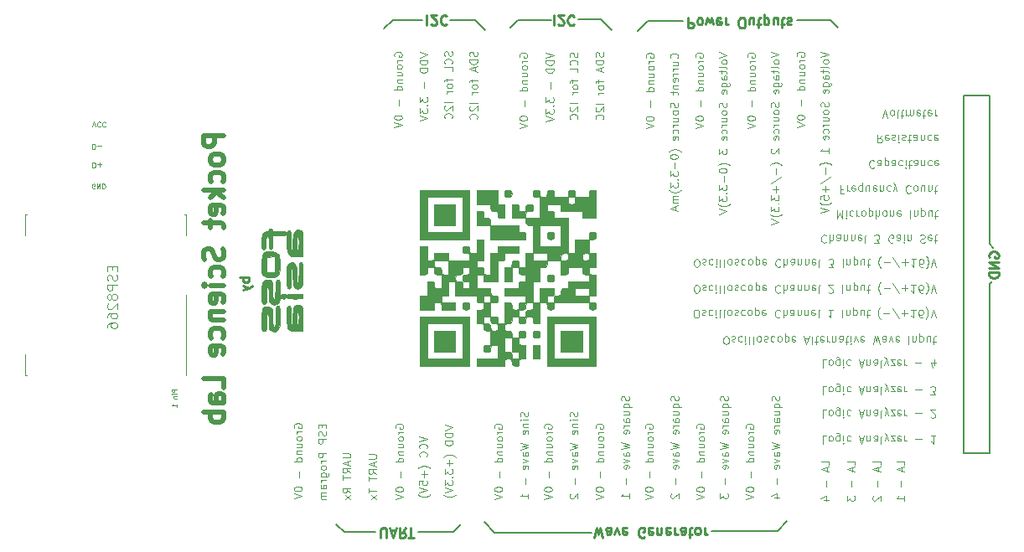
<source format=gbo>
G04 #@! TF.FileFunction,Legend,Bot*
%FSLAX46Y46*%
G04 Gerber Fmt 4.6, Leading zero omitted, Abs format (unit mm)*
G04 Created by KiCad (PCBNEW 4.0.7-e2-6376~58~ubuntu16.04.1) date Mon Apr 23 04:55:53 2018*
%MOMM*%
%LPD*%
G01*
G04 APERTURE LIST*
%ADD10C,0.100000*%
%ADD11C,0.200000*%
%ADD12C,0.250000*%
%ADD13C,0.500000*%
%ADD14C,0.010000*%
G04 APERTURE END LIST*
D10*
D11*
X128480000Y-60990000D02*
X127620000Y-61850000D01*
X131500000Y-60990000D02*
X128480000Y-60990000D01*
X136770000Y-61000000D02*
X137790000Y-62020000D01*
X134270000Y-61000000D02*
X136770000Y-61000000D01*
X141150000Y-60990000D02*
X140380000Y-61760000D01*
X144480000Y-60990000D02*
X141150000Y-60990000D01*
X149470000Y-60970000D02*
X150580000Y-62080000D01*
X147260000Y-60970000D02*
X149470000Y-60970000D01*
X154230000Y-61090000D02*
X153220000Y-62100000D01*
X157820000Y-61090000D02*
X154230000Y-61090000D01*
X172680000Y-61000000D02*
X173510000Y-61830000D01*
X169320000Y-61000000D02*
X172680000Y-61000000D01*
X188760000Y-104800000D02*
X186170000Y-104800000D01*
X188760000Y-87740000D02*
X189080000Y-87420000D01*
X188760000Y-104800000D02*
X188760000Y-87740000D01*
X186170000Y-68690000D02*
X188770000Y-68690000D01*
X188770000Y-83660000D02*
X189140000Y-84030000D01*
X188770000Y-68690000D02*
X188770000Y-83660000D01*
X125700000Y-112800000D02*
X126710000Y-112800000D01*
X132000000Y-112800000D02*
X131070000Y-112800000D01*
X123590000Y-112800000D02*
X122770000Y-111980000D01*
X125680000Y-112800000D02*
X123590000Y-112800000D01*
D10*
X118550000Y-102245714D02*
X118511905Y-102169523D01*
X118511905Y-102055238D01*
X118550000Y-101940952D01*
X118626190Y-101864761D01*
X118702381Y-101826666D01*
X118854762Y-101788571D01*
X118969048Y-101788571D01*
X119121429Y-101826666D01*
X119197619Y-101864761D01*
X119273810Y-101940952D01*
X119311905Y-102055238D01*
X119311905Y-102131428D01*
X119273810Y-102245714D01*
X119235714Y-102283809D01*
X118969048Y-102283809D01*
X118969048Y-102131428D01*
X119311905Y-102626666D02*
X118778571Y-102626666D01*
X118930952Y-102626666D02*
X118854762Y-102664761D01*
X118816667Y-102702857D01*
X118778571Y-102779047D01*
X118778571Y-102855238D01*
X119311905Y-103236190D02*
X119273810Y-103159999D01*
X119235714Y-103121904D01*
X119159524Y-103083809D01*
X118930952Y-103083809D01*
X118854762Y-103121904D01*
X118816667Y-103159999D01*
X118778571Y-103236190D01*
X118778571Y-103350476D01*
X118816667Y-103426666D01*
X118854762Y-103464761D01*
X118930952Y-103502857D01*
X119159524Y-103502857D01*
X119235714Y-103464761D01*
X119273810Y-103426666D01*
X119311905Y-103350476D01*
X119311905Y-103236190D01*
X118778571Y-104188571D02*
X119311905Y-104188571D01*
X118778571Y-103845714D02*
X119197619Y-103845714D01*
X119273810Y-103883809D01*
X119311905Y-103960000D01*
X119311905Y-104074286D01*
X119273810Y-104150476D01*
X119235714Y-104188571D01*
X118778571Y-104569524D02*
X119311905Y-104569524D01*
X118854762Y-104569524D02*
X118816667Y-104607619D01*
X118778571Y-104683810D01*
X118778571Y-104798096D01*
X118816667Y-104874286D01*
X118892857Y-104912381D01*
X119311905Y-104912381D01*
X119311905Y-105636191D02*
X118511905Y-105636191D01*
X119273810Y-105636191D02*
X119311905Y-105560001D01*
X119311905Y-105407620D01*
X119273810Y-105331429D01*
X119235714Y-105293334D01*
X119159524Y-105255239D01*
X118930952Y-105255239D01*
X118854762Y-105293334D01*
X118816667Y-105331429D01*
X118778571Y-105407620D01*
X118778571Y-105560001D01*
X118816667Y-105636191D01*
X119007143Y-106626668D02*
X119007143Y-107236192D01*
X118511905Y-108379049D02*
X118511905Y-108455240D01*
X118550000Y-108531430D01*
X118588095Y-108569525D01*
X118664286Y-108607621D01*
X118816667Y-108645716D01*
X119007143Y-108645716D01*
X119159524Y-108607621D01*
X119235714Y-108569525D01*
X119273810Y-108531430D01*
X119311905Y-108455240D01*
X119311905Y-108379049D01*
X119273810Y-108302859D01*
X119235714Y-108264763D01*
X119159524Y-108226668D01*
X119007143Y-108188573D01*
X118816667Y-108188573D01*
X118664286Y-108226668D01*
X118588095Y-108264763D01*
X118550000Y-108302859D01*
X118511905Y-108379049D01*
X118511905Y-108874287D02*
X119311905Y-109140954D01*
X118511905Y-109407621D01*
D11*
X124400000Y-112800000D02*
X125670000Y-112800000D01*
D10*
X133731905Y-101944762D02*
X134531905Y-102211429D01*
X133731905Y-102478096D01*
X134531905Y-102744762D02*
X133731905Y-102744762D01*
X133731905Y-102935238D01*
X133770000Y-103049524D01*
X133846190Y-103125715D01*
X133922381Y-103163810D01*
X134074762Y-103201905D01*
X134189048Y-103201905D01*
X134341429Y-103163810D01*
X134417619Y-103125715D01*
X134493810Y-103049524D01*
X134531905Y-102935238D01*
X134531905Y-102744762D01*
X134531905Y-103544762D02*
X133731905Y-103544762D01*
X133731905Y-103735238D01*
X133770000Y-103849524D01*
X133846190Y-103925715D01*
X133922381Y-103963810D01*
X134074762Y-104001905D01*
X134189048Y-104001905D01*
X134341429Y-103963810D01*
X134417619Y-103925715D01*
X134493810Y-103849524D01*
X134531905Y-103735238D01*
X134531905Y-103544762D01*
X134836667Y-105182858D02*
X134798571Y-105144762D01*
X134684286Y-105068572D01*
X134608095Y-105030477D01*
X134493810Y-104992381D01*
X134303333Y-104954286D01*
X134150952Y-104954286D01*
X133960476Y-104992381D01*
X133846190Y-105030477D01*
X133770000Y-105068572D01*
X133655714Y-105144762D01*
X133617619Y-105182858D01*
X134227143Y-105487619D02*
X134227143Y-106097143D01*
X134531905Y-105792381D02*
X133922381Y-105792381D01*
X133731905Y-106401905D02*
X133731905Y-106897143D01*
X134036667Y-106630476D01*
X134036667Y-106744762D01*
X134074762Y-106820952D01*
X134112857Y-106859048D01*
X134189048Y-106897143D01*
X134379524Y-106897143D01*
X134455714Y-106859048D01*
X134493810Y-106820952D01*
X134531905Y-106744762D01*
X134531905Y-106516190D01*
X134493810Y-106440000D01*
X134455714Y-106401905D01*
X134455714Y-107240000D02*
X134493810Y-107278095D01*
X134531905Y-107240000D01*
X134493810Y-107201905D01*
X134455714Y-107240000D01*
X134531905Y-107240000D01*
X133731905Y-107544762D02*
X133731905Y-108040000D01*
X134036667Y-107773333D01*
X134036667Y-107887619D01*
X134074762Y-107963809D01*
X134112857Y-108001905D01*
X134189048Y-108040000D01*
X134379524Y-108040000D01*
X134455714Y-108001905D01*
X134493810Y-107963809D01*
X134531905Y-107887619D01*
X134531905Y-107659047D01*
X134493810Y-107582857D01*
X134455714Y-107544762D01*
X133731905Y-108268571D02*
X134531905Y-108535238D01*
X133731905Y-108801905D01*
X134836667Y-108992381D02*
X134798571Y-109030476D01*
X134684286Y-109106666D01*
X134608095Y-109144762D01*
X134493810Y-109182857D01*
X134303333Y-109220952D01*
X134150952Y-109220952D01*
X133960476Y-109182857D01*
X133846190Y-109144762D01*
X133770000Y-109106666D01*
X133655714Y-109030476D01*
X133617619Y-108992381D01*
D11*
X186170000Y-68690000D02*
X186170000Y-104800000D01*
D12*
X113990381Y-87034762D02*
X112990381Y-87034762D01*
X113371333Y-87034762D02*
X113323714Y-87130000D01*
X113323714Y-87320477D01*
X113371333Y-87415715D01*
X113418952Y-87463334D01*
X113514190Y-87510953D01*
X113799905Y-87510953D01*
X113895143Y-87463334D01*
X113942762Y-87415715D01*
X113990381Y-87320477D01*
X113990381Y-87130000D01*
X113942762Y-87034762D01*
X113323714Y-87844286D02*
X113990381Y-88082381D01*
X113323714Y-88320477D02*
X113990381Y-88082381D01*
X114228476Y-87987143D01*
X114276095Y-87939524D01*
X114323714Y-87844286D01*
D13*
X111394762Y-72691426D02*
X109394762Y-72691426D01*
X109394762Y-73453331D01*
X109490000Y-73643807D01*
X109585238Y-73739046D01*
X109775714Y-73834284D01*
X110061429Y-73834284D01*
X110251905Y-73739046D01*
X110347143Y-73643807D01*
X110442381Y-73453331D01*
X110442381Y-72691426D01*
X111394762Y-74977141D02*
X111299524Y-74786665D01*
X111204286Y-74691426D01*
X111013810Y-74596188D01*
X110442381Y-74596188D01*
X110251905Y-74691426D01*
X110156667Y-74786665D01*
X110061429Y-74977141D01*
X110061429Y-75262855D01*
X110156667Y-75453331D01*
X110251905Y-75548569D01*
X110442381Y-75643807D01*
X111013810Y-75643807D01*
X111204286Y-75548569D01*
X111299524Y-75453331D01*
X111394762Y-75262855D01*
X111394762Y-74977141D01*
X111299524Y-77358093D02*
X111394762Y-77167617D01*
X111394762Y-76786665D01*
X111299524Y-76596189D01*
X111204286Y-76500950D01*
X111013810Y-76405712D01*
X110442381Y-76405712D01*
X110251905Y-76500950D01*
X110156667Y-76596189D01*
X110061429Y-76786665D01*
X110061429Y-77167617D01*
X110156667Y-77358093D01*
X111394762Y-78215236D02*
X109394762Y-78215236D01*
X110632857Y-78405713D02*
X111394762Y-78977141D01*
X110061429Y-78977141D02*
X110823333Y-78215236D01*
X111299524Y-80596189D02*
X111394762Y-80405713D01*
X111394762Y-80024761D01*
X111299524Y-79834284D01*
X111109048Y-79739046D01*
X110347143Y-79739046D01*
X110156667Y-79834284D01*
X110061429Y-80024761D01*
X110061429Y-80405713D01*
X110156667Y-80596189D01*
X110347143Y-80691427D01*
X110537619Y-80691427D01*
X110728095Y-79739046D01*
X110061429Y-81262856D02*
X110061429Y-82024761D01*
X109394762Y-81548570D02*
X111109048Y-81548570D01*
X111299524Y-81643809D01*
X111394762Y-81834285D01*
X111394762Y-82024761D01*
X111299524Y-84119999D02*
X111394762Y-84405714D01*
X111394762Y-84881904D01*
X111299524Y-85072380D01*
X111204286Y-85167618D01*
X111013810Y-85262857D01*
X110823333Y-85262857D01*
X110632857Y-85167618D01*
X110537619Y-85072380D01*
X110442381Y-84881904D01*
X110347143Y-84500952D01*
X110251905Y-84310476D01*
X110156667Y-84215237D01*
X109966190Y-84119999D01*
X109775714Y-84119999D01*
X109585238Y-84215237D01*
X109490000Y-84310476D01*
X109394762Y-84500952D01*
X109394762Y-84977142D01*
X109490000Y-85262857D01*
X111299524Y-86977142D02*
X111394762Y-86786666D01*
X111394762Y-86405714D01*
X111299524Y-86215238D01*
X111204286Y-86119999D01*
X111013810Y-86024761D01*
X110442381Y-86024761D01*
X110251905Y-86119999D01*
X110156667Y-86215238D01*
X110061429Y-86405714D01*
X110061429Y-86786666D01*
X110156667Y-86977142D01*
X111394762Y-87834285D02*
X110061429Y-87834285D01*
X109394762Y-87834285D02*
X109490000Y-87739047D01*
X109585238Y-87834285D01*
X109490000Y-87929524D01*
X109394762Y-87834285D01*
X109585238Y-87834285D01*
X111299524Y-89548571D02*
X111394762Y-89358095D01*
X111394762Y-88977143D01*
X111299524Y-88786666D01*
X111109048Y-88691428D01*
X110347143Y-88691428D01*
X110156667Y-88786666D01*
X110061429Y-88977143D01*
X110061429Y-89358095D01*
X110156667Y-89548571D01*
X110347143Y-89643809D01*
X110537619Y-89643809D01*
X110728095Y-88691428D01*
X110061429Y-90500952D02*
X111394762Y-90500952D01*
X110251905Y-90500952D02*
X110156667Y-90596191D01*
X110061429Y-90786667D01*
X110061429Y-91072381D01*
X110156667Y-91262857D01*
X110347143Y-91358095D01*
X111394762Y-91358095D01*
X111299524Y-93167619D02*
X111394762Y-92977143D01*
X111394762Y-92596191D01*
X111299524Y-92405715D01*
X111204286Y-92310476D01*
X111013810Y-92215238D01*
X110442381Y-92215238D01*
X110251905Y-92310476D01*
X110156667Y-92405715D01*
X110061429Y-92596191D01*
X110061429Y-92977143D01*
X110156667Y-93167619D01*
X111299524Y-94786667D02*
X111394762Y-94596191D01*
X111394762Y-94215239D01*
X111299524Y-94024762D01*
X111109048Y-93929524D01*
X110347143Y-93929524D01*
X110156667Y-94024762D01*
X110061429Y-94215239D01*
X110061429Y-94596191D01*
X110156667Y-94786667D01*
X110347143Y-94881905D01*
X110537619Y-94881905D01*
X110728095Y-93929524D01*
X111394762Y-98215239D02*
X111394762Y-97262858D01*
X109394762Y-97262858D01*
X111394762Y-99739049D02*
X110347143Y-99739049D01*
X110156667Y-99643811D01*
X110061429Y-99453335D01*
X110061429Y-99072383D01*
X110156667Y-98881906D01*
X111299524Y-99739049D02*
X111394762Y-99548573D01*
X111394762Y-99072383D01*
X111299524Y-98881906D01*
X111109048Y-98786668D01*
X110918571Y-98786668D01*
X110728095Y-98881906D01*
X110632857Y-99072383D01*
X110632857Y-99548573D01*
X110537619Y-99739049D01*
X111394762Y-100691430D02*
X109394762Y-100691430D01*
X110156667Y-100691430D02*
X110061429Y-100881907D01*
X110061429Y-101262859D01*
X110156667Y-101453335D01*
X110251905Y-101548573D01*
X110442381Y-101643811D01*
X111013810Y-101643811D01*
X111204286Y-101548573D01*
X111299524Y-101453335D01*
X111394762Y-101262859D01*
X111394762Y-100881907D01*
X111299524Y-100691430D01*
D11*
X134600000Y-112800000D02*
X135400000Y-112000000D01*
X132000000Y-112800000D02*
X134600000Y-112800000D01*
D10*
X123411905Y-104805238D02*
X124059524Y-104805238D01*
X124135714Y-104843333D01*
X124173810Y-104881429D01*
X124211905Y-104957619D01*
X124211905Y-105110000D01*
X124173810Y-105186191D01*
X124135714Y-105224286D01*
X124059524Y-105262381D01*
X123411905Y-105262381D01*
X123983333Y-105605238D02*
X123983333Y-105986190D01*
X124211905Y-105529047D02*
X123411905Y-105795714D01*
X124211905Y-106062381D01*
X124211905Y-106786190D02*
X123830952Y-106519523D01*
X124211905Y-106329047D02*
X123411905Y-106329047D01*
X123411905Y-106633809D01*
X123450000Y-106710000D01*
X123488095Y-106748095D01*
X123564286Y-106786190D01*
X123678571Y-106786190D01*
X123754762Y-106748095D01*
X123792857Y-106710000D01*
X123830952Y-106633809D01*
X123830952Y-106329047D01*
X123411905Y-107014761D02*
X123411905Y-107471904D01*
X124211905Y-107243333D02*
X123411905Y-107243333D01*
X124211905Y-108805238D02*
X123830952Y-108538571D01*
X124211905Y-108348095D02*
X123411905Y-108348095D01*
X123411905Y-108652857D01*
X123450000Y-108729048D01*
X123488095Y-108767143D01*
X123564286Y-108805238D01*
X123678571Y-108805238D01*
X123754762Y-108767143D01*
X123792857Y-108729048D01*
X123830952Y-108652857D01*
X123830952Y-108348095D01*
X124211905Y-109071905D02*
X123678571Y-109490952D01*
X123678571Y-109071905D02*
X124211905Y-109490952D01*
X131161905Y-103076191D02*
X131961905Y-103342858D01*
X131161905Y-103609525D01*
X131885714Y-104333334D02*
X131923810Y-104295239D01*
X131961905Y-104180953D01*
X131961905Y-104104763D01*
X131923810Y-103990477D01*
X131847619Y-103914286D01*
X131771429Y-103876191D01*
X131619048Y-103838096D01*
X131504762Y-103838096D01*
X131352381Y-103876191D01*
X131276190Y-103914286D01*
X131200000Y-103990477D01*
X131161905Y-104104763D01*
X131161905Y-104180953D01*
X131200000Y-104295239D01*
X131238095Y-104333334D01*
X131885714Y-105133334D02*
X131923810Y-105095239D01*
X131961905Y-104980953D01*
X131961905Y-104904763D01*
X131923810Y-104790477D01*
X131847619Y-104714286D01*
X131771429Y-104676191D01*
X131619048Y-104638096D01*
X131504762Y-104638096D01*
X131352381Y-104676191D01*
X131276190Y-104714286D01*
X131200000Y-104790477D01*
X131161905Y-104904763D01*
X131161905Y-104980953D01*
X131200000Y-105095239D01*
X131238095Y-105133334D01*
X132266667Y-106314287D02*
X132228571Y-106276191D01*
X132114286Y-106200001D01*
X132038095Y-106161906D01*
X131923810Y-106123810D01*
X131733333Y-106085715D01*
X131580952Y-106085715D01*
X131390476Y-106123810D01*
X131276190Y-106161906D01*
X131200000Y-106200001D01*
X131085714Y-106276191D01*
X131047619Y-106314287D01*
X131657143Y-106619048D02*
X131657143Y-107228572D01*
X131961905Y-106923810D02*
X131352381Y-106923810D01*
X131161905Y-107990477D02*
X131161905Y-107609524D01*
X131542857Y-107571429D01*
X131504762Y-107609524D01*
X131466667Y-107685715D01*
X131466667Y-107876191D01*
X131504762Y-107952381D01*
X131542857Y-107990477D01*
X131619048Y-108028572D01*
X131809524Y-108028572D01*
X131885714Y-107990477D01*
X131923810Y-107952381D01*
X131961905Y-107876191D01*
X131961905Y-107685715D01*
X131923810Y-107609524D01*
X131885714Y-107571429D01*
X131161905Y-108257143D02*
X131961905Y-108523810D01*
X131161905Y-108790477D01*
X132266667Y-108980953D02*
X132228571Y-109019048D01*
X132114286Y-109095238D01*
X132038095Y-109133334D01*
X131923810Y-109171429D01*
X131733333Y-109209524D01*
X131580952Y-109209524D01*
X131390476Y-109171429D01*
X131276190Y-109133334D01*
X131200000Y-109095238D01*
X131085714Y-109019048D01*
X131047619Y-108980953D01*
X121342857Y-101898570D02*
X121342857Y-102165237D01*
X121761905Y-102279523D02*
X121761905Y-101898570D01*
X120961905Y-101898570D01*
X120961905Y-102279523D01*
X121723810Y-102584285D02*
X121761905Y-102698571D01*
X121761905Y-102889047D01*
X121723810Y-102965237D01*
X121685714Y-103003333D01*
X121609524Y-103041428D01*
X121533333Y-103041428D01*
X121457143Y-103003333D01*
X121419048Y-102965237D01*
X121380952Y-102889047D01*
X121342857Y-102736666D01*
X121304762Y-102660475D01*
X121266667Y-102622380D01*
X121190476Y-102584285D01*
X121114286Y-102584285D01*
X121038095Y-102622380D01*
X121000000Y-102660475D01*
X120961905Y-102736666D01*
X120961905Y-102927142D01*
X121000000Y-103041428D01*
X121761905Y-103384285D02*
X120961905Y-103384285D01*
X120961905Y-103689047D01*
X121000000Y-103765238D01*
X121038095Y-103803333D01*
X121114286Y-103841428D01*
X121228571Y-103841428D01*
X121304762Y-103803333D01*
X121342857Y-103765238D01*
X121380952Y-103689047D01*
X121380952Y-103384285D01*
X121761905Y-104793809D02*
X120961905Y-104793809D01*
X120961905Y-105098571D01*
X121000000Y-105174762D01*
X121038095Y-105212857D01*
X121114286Y-105250952D01*
X121228571Y-105250952D01*
X121304762Y-105212857D01*
X121342857Y-105174762D01*
X121380952Y-105098571D01*
X121380952Y-104793809D01*
X121761905Y-105593809D02*
X121228571Y-105593809D01*
X121380952Y-105593809D02*
X121304762Y-105631904D01*
X121266667Y-105670000D01*
X121228571Y-105746190D01*
X121228571Y-105822381D01*
X121761905Y-106203333D02*
X121723810Y-106127142D01*
X121685714Y-106089047D01*
X121609524Y-106050952D01*
X121380952Y-106050952D01*
X121304762Y-106089047D01*
X121266667Y-106127142D01*
X121228571Y-106203333D01*
X121228571Y-106317619D01*
X121266667Y-106393809D01*
X121304762Y-106431904D01*
X121380952Y-106470000D01*
X121609524Y-106470000D01*
X121685714Y-106431904D01*
X121723810Y-106393809D01*
X121761905Y-106317619D01*
X121761905Y-106203333D01*
X121228571Y-107155714D02*
X121876190Y-107155714D01*
X121952381Y-107117619D01*
X121990476Y-107079524D01*
X122028571Y-107003333D01*
X122028571Y-106889048D01*
X121990476Y-106812857D01*
X121723810Y-107155714D02*
X121761905Y-107079524D01*
X121761905Y-106927143D01*
X121723810Y-106850952D01*
X121685714Y-106812857D01*
X121609524Y-106774762D01*
X121380952Y-106774762D01*
X121304762Y-106812857D01*
X121266667Y-106850952D01*
X121228571Y-106927143D01*
X121228571Y-107079524D01*
X121266667Y-107155714D01*
X121761905Y-107536667D02*
X121228571Y-107536667D01*
X121380952Y-107536667D02*
X121304762Y-107574762D01*
X121266667Y-107612858D01*
X121228571Y-107689048D01*
X121228571Y-107765239D01*
X121761905Y-108374762D02*
X121342857Y-108374762D01*
X121266667Y-108336667D01*
X121228571Y-108260477D01*
X121228571Y-108108096D01*
X121266667Y-108031905D01*
X121723810Y-108374762D02*
X121761905Y-108298572D01*
X121761905Y-108108096D01*
X121723810Y-108031905D01*
X121647619Y-107993810D01*
X121571429Y-107993810D01*
X121495238Y-108031905D01*
X121457143Y-108108096D01*
X121457143Y-108298572D01*
X121419048Y-108374762D01*
X121761905Y-108755715D02*
X121228571Y-108755715D01*
X121304762Y-108755715D02*
X121266667Y-108793810D01*
X121228571Y-108870001D01*
X121228571Y-108984287D01*
X121266667Y-109060477D01*
X121342857Y-109098572D01*
X121761905Y-109098572D01*
X121342857Y-109098572D02*
X121266667Y-109136668D01*
X121228571Y-109212858D01*
X121228571Y-109327144D01*
X121266667Y-109403334D01*
X121342857Y-109441429D01*
X121761905Y-109441429D01*
X126031905Y-104920476D02*
X126679524Y-104920476D01*
X126755714Y-104958571D01*
X126793810Y-104996667D01*
X126831905Y-105072857D01*
X126831905Y-105225238D01*
X126793810Y-105301429D01*
X126755714Y-105339524D01*
X126679524Y-105377619D01*
X126031905Y-105377619D01*
X126603333Y-105720476D02*
X126603333Y-106101428D01*
X126831905Y-105644285D02*
X126031905Y-105910952D01*
X126831905Y-106177619D01*
X126831905Y-106901428D02*
X126450952Y-106634761D01*
X126831905Y-106444285D02*
X126031905Y-106444285D01*
X126031905Y-106749047D01*
X126070000Y-106825238D01*
X126108095Y-106863333D01*
X126184286Y-106901428D01*
X126298571Y-106901428D01*
X126374762Y-106863333D01*
X126412857Y-106825238D01*
X126450952Y-106749047D01*
X126450952Y-106444285D01*
X126031905Y-107129999D02*
X126031905Y-107587142D01*
X126831905Y-107358571D02*
X126031905Y-107358571D01*
X126031905Y-108349047D02*
X126031905Y-108806190D01*
X126831905Y-108577619D02*
X126031905Y-108577619D01*
X126831905Y-108996667D02*
X126298571Y-109415714D01*
X126298571Y-108996667D02*
X126831905Y-109415714D01*
X167523810Y-99038094D02*
X167561905Y-99152380D01*
X167561905Y-99342856D01*
X167523810Y-99419046D01*
X167485714Y-99457142D01*
X167409524Y-99495237D01*
X167333333Y-99495237D01*
X167257143Y-99457142D01*
X167219048Y-99419046D01*
X167180952Y-99342856D01*
X167142857Y-99190475D01*
X167104762Y-99114284D01*
X167066667Y-99076189D01*
X166990476Y-99038094D01*
X166914286Y-99038094D01*
X166838095Y-99076189D01*
X166800000Y-99114284D01*
X166761905Y-99190475D01*
X166761905Y-99380951D01*
X166800000Y-99495237D01*
X167028571Y-100180951D02*
X167828571Y-100180951D01*
X167523810Y-100180951D02*
X167561905Y-100104761D01*
X167561905Y-99952380D01*
X167523810Y-99876189D01*
X167485714Y-99838094D01*
X167409524Y-99799999D01*
X167180952Y-99799999D01*
X167104762Y-99838094D01*
X167066667Y-99876189D01*
X167028571Y-99952380D01*
X167028571Y-100104761D01*
X167066667Y-100180951D01*
X167028571Y-100904761D02*
X167561905Y-100904761D01*
X167028571Y-100561904D02*
X167447619Y-100561904D01*
X167523810Y-100599999D01*
X167561905Y-100676190D01*
X167561905Y-100790476D01*
X167523810Y-100866666D01*
X167485714Y-100904761D01*
X167561905Y-101628571D02*
X167142857Y-101628571D01*
X167066667Y-101590476D01*
X167028571Y-101514286D01*
X167028571Y-101361905D01*
X167066667Y-101285714D01*
X167523810Y-101628571D02*
X167561905Y-101552381D01*
X167561905Y-101361905D01*
X167523810Y-101285714D01*
X167447619Y-101247619D01*
X167371429Y-101247619D01*
X167295238Y-101285714D01*
X167257143Y-101361905D01*
X167257143Y-101552381D01*
X167219048Y-101628571D01*
X167561905Y-102009524D02*
X167028571Y-102009524D01*
X167180952Y-102009524D02*
X167104762Y-102047619D01*
X167066667Y-102085715D01*
X167028571Y-102161905D01*
X167028571Y-102238096D01*
X167523810Y-102809524D02*
X167561905Y-102733334D01*
X167561905Y-102580953D01*
X167523810Y-102504762D01*
X167447619Y-102466667D01*
X167142857Y-102466667D01*
X167066667Y-102504762D01*
X167028571Y-102580953D01*
X167028571Y-102733334D01*
X167066667Y-102809524D01*
X167142857Y-102847619D01*
X167219048Y-102847619D01*
X167295238Y-102466667D01*
X166761905Y-103723810D02*
X167561905Y-103914286D01*
X166990476Y-104066667D01*
X167561905Y-104219048D01*
X166761905Y-104409524D01*
X167561905Y-105057143D02*
X167142857Y-105057143D01*
X167066667Y-105019048D01*
X167028571Y-104942858D01*
X167028571Y-104790477D01*
X167066667Y-104714286D01*
X167523810Y-105057143D02*
X167561905Y-104980953D01*
X167561905Y-104790477D01*
X167523810Y-104714286D01*
X167447619Y-104676191D01*
X167371429Y-104676191D01*
X167295238Y-104714286D01*
X167257143Y-104790477D01*
X167257143Y-104980953D01*
X167219048Y-105057143D01*
X167028571Y-105361906D02*
X167561905Y-105552382D01*
X167028571Y-105742858D01*
X167523810Y-106352382D02*
X167561905Y-106276192D01*
X167561905Y-106123811D01*
X167523810Y-106047620D01*
X167447619Y-106009525D01*
X167142857Y-106009525D01*
X167066667Y-106047620D01*
X167028571Y-106123811D01*
X167028571Y-106276192D01*
X167066667Y-106352382D01*
X167142857Y-106390477D01*
X167219048Y-106390477D01*
X167295238Y-106009525D01*
X167257143Y-107342858D02*
X167257143Y-107952382D01*
X167028571Y-109285715D02*
X167561905Y-109285715D01*
X166723810Y-109095239D02*
X167295238Y-108904763D01*
X167295238Y-109400001D01*
X162323810Y-99038094D02*
X162361905Y-99152380D01*
X162361905Y-99342856D01*
X162323810Y-99419046D01*
X162285714Y-99457142D01*
X162209524Y-99495237D01*
X162133333Y-99495237D01*
X162057143Y-99457142D01*
X162019048Y-99419046D01*
X161980952Y-99342856D01*
X161942857Y-99190475D01*
X161904762Y-99114284D01*
X161866667Y-99076189D01*
X161790476Y-99038094D01*
X161714286Y-99038094D01*
X161638095Y-99076189D01*
X161600000Y-99114284D01*
X161561905Y-99190475D01*
X161561905Y-99380951D01*
X161600000Y-99495237D01*
X161828571Y-100180951D02*
X162628571Y-100180951D01*
X162323810Y-100180951D02*
X162361905Y-100104761D01*
X162361905Y-99952380D01*
X162323810Y-99876189D01*
X162285714Y-99838094D01*
X162209524Y-99799999D01*
X161980952Y-99799999D01*
X161904762Y-99838094D01*
X161866667Y-99876189D01*
X161828571Y-99952380D01*
X161828571Y-100104761D01*
X161866667Y-100180951D01*
X161828571Y-100904761D02*
X162361905Y-100904761D01*
X161828571Y-100561904D02*
X162247619Y-100561904D01*
X162323810Y-100599999D01*
X162361905Y-100676190D01*
X162361905Y-100790476D01*
X162323810Y-100866666D01*
X162285714Y-100904761D01*
X162361905Y-101628571D02*
X161942857Y-101628571D01*
X161866667Y-101590476D01*
X161828571Y-101514286D01*
X161828571Y-101361905D01*
X161866667Y-101285714D01*
X162323810Y-101628571D02*
X162361905Y-101552381D01*
X162361905Y-101361905D01*
X162323810Y-101285714D01*
X162247619Y-101247619D01*
X162171429Y-101247619D01*
X162095238Y-101285714D01*
X162057143Y-101361905D01*
X162057143Y-101552381D01*
X162019048Y-101628571D01*
X162361905Y-102009524D02*
X161828571Y-102009524D01*
X161980952Y-102009524D02*
X161904762Y-102047619D01*
X161866667Y-102085715D01*
X161828571Y-102161905D01*
X161828571Y-102238096D01*
X162323810Y-102809524D02*
X162361905Y-102733334D01*
X162361905Y-102580953D01*
X162323810Y-102504762D01*
X162247619Y-102466667D01*
X161942857Y-102466667D01*
X161866667Y-102504762D01*
X161828571Y-102580953D01*
X161828571Y-102733334D01*
X161866667Y-102809524D01*
X161942857Y-102847619D01*
X162019048Y-102847619D01*
X162095238Y-102466667D01*
X161561905Y-103723810D02*
X162361905Y-103914286D01*
X161790476Y-104066667D01*
X162361905Y-104219048D01*
X161561905Y-104409524D01*
X162361905Y-105057143D02*
X161942857Y-105057143D01*
X161866667Y-105019048D01*
X161828571Y-104942858D01*
X161828571Y-104790477D01*
X161866667Y-104714286D01*
X162323810Y-105057143D02*
X162361905Y-104980953D01*
X162361905Y-104790477D01*
X162323810Y-104714286D01*
X162247619Y-104676191D01*
X162171429Y-104676191D01*
X162095238Y-104714286D01*
X162057143Y-104790477D01*
X162057143Y-104980953D01*
X162019048Y-105057143D01*
X161828571Y-105361906D02*
X162361905Y-105552382D01*
X161828571Y-105742858D01*
X162323810Y-106352382D02*
X162361905Y-106276192D01*
X162361905Y-106123811D01*
X162323810Y-106047620D01*
X162247619Y-106009525D01*
X161942857Y-106009525D01*
X161866667Y-106047620D01*
X161828571Y-106123811D01*
X161828571Y-106276192D01*
X161866667Y-106352382D01*
X161942857Y-106390477D01*
X162019048Y-106390477D01*
X162095238Y-106009525D01*
X162057143Y-107342858D02*
X162057143Y-107952382D01*
X161561905Y-108866668D02*
X161561905Y-109361906D01*
X161866667Y-109095239D01*
X161866667Y-109209525D01*
X161904762Y-109285715D01*
X161942857Y-109323811D01*
X162019048Y-109361906D01*
X162209524Y-109361906D01*
X162285714Y-109323811D01*
X162323810Y-109285715D01*
X162361905Y-109209525D01*
X162361905Y-108980953D01*
X162323810Y-108904763D01*
X162285714Y-108866668D01*
X157323810Y-99038094D02*
X157361905Y-99152380D01*
X157361905Y-99342856D01*
X157323810Y-99419046D01*
X157285714Y-99457142D01*
X157209524Y-99495237D01*
X157133333Y-99495237D01*
X157057143Y-99457142D01*
X157019048Y-99419046D01*
X156980952Y-99342856D01*
X156942857Y-99190475D01*
X156904762Y-99114284D01*
X156866667Y-99076189D01*
X156790476Y-99038094D01*
X156714286Y-99038094D01*
X156638095Y-99076189D01*
X156600000Y-99114284D01*
X156561905Y-99190475D01*
X156561905Y-99380951D01*
X156600000Y-99495237D01*
X156828571Y-100180951D02*
X157628571Y-100180951D01*
X157323810Y-100180951D02*
X157361905Y-100104761D01*
X157361905Y-99952380D01*
X157323810Y-99876189D01*
X157285714Y-99838094D01*
X157209524Y-99799999D01*
X156980952Y-99799999D01*
X156904762Y-99838094D01*
X156866667Y-99876189D01*
X156828571Y-99952380D01*
X156828571Y-100104761D01*
X156866667Y-100180951D01*
X156828571Y-100904761D02*
X157361905Y-100904761D01*
X156828571Y-100561904D02*
X157247619Y-100561904D01*
X157323810Y-100599999D01*
X157361905Y-100676190D01*
X157361905Y-100790476D01*
X157323810Y-100866666D01*
X157285714Y-100904761D01*
X157361905Y-101628571D02*
X156942857Y-101628571D01*
X156866667Y-101590476D01*
X156828571Y-101514286D01*
X156828571Y-101361905D01*
X156866667Y-101285714D01*
X157323810Y-101628571D02*
X157361905Y-101552381D01*
X157361905Y-101361905D01*
X157323810Y-101285714D01*
X157247619Y-101247619D01*
X157171429Y-101247619D01*
X157095238Y-101285714D01*
X157057143Y-101361905D01*
X157057143Y-101552381D01*
X157019048Y-101628571D01*
X157361905Y-102009524D02*
X156828571Y-102009524D01*
X156980952Y-102009524D02*
X156904762Y-102047619D01*
X156866667Y-102085715D01*
X156828571Y-102161905D01*
X156828571Y-102238096D01*
X157323810Y-102809524D02*
X157361905Y-102733334D01*
X157361905Y-102580953D01*
X157323810Y-102504762D01*
X157247619Y-102466667D01*
X156942857Y-102466667D01*
X156866667Y-102504762D01*
X156828571Y-102580953D01*
X156828571Y-102733334D01*
X156866667Y-102809524D01*
X156942857Y-102847619D01*
X157019048Y-102847619D01*
X157095238Y-102466667D01*
X156561905Y-103723810D02*
X157361905Y-103914286D01*
X156790476Y-104066667D01*
X157361905Y-104219048D01*
X156561905Y-104409524D01*
X157361905Y-105057143D02*
X156942857Y-105057143D01*
X156866667Y-105019048D01*
X156828571Y-104942858D01*
X156828571Y-104790477D01*
X156866667Y-104714286D01*
X157323810Y-105057143D02*
X157361905Y-104980953D01*
X157361905Y-104790477D01*
X157323810Y-104714286D01*
X157247619Y-104676191D01*
X157171429Y-104676191D01*
X157095238Y-104714286D01*
X157057143Y-104790477D01*
X157057143Y-104980953D01*
X157019048Y-105057143D01*
X156828571Y-105361906D02*
X157361905Y-105552382D01*
X156828571Y-105742858D01*
X157323810Y-106352382D02*
X157361905Y-106276192D01*
X157361905Y-106123811D01*
X157323810Y-106047620D01*
X157247619Y-106009525D01*
X156942857Y-106009525D01*
X156866667Y-106047620D01*
X156828571Y-106123811D01*
X156828571Y-106276192D01*
X156866667Y-106352382D01*
X156942857Y-106390477D01*
X157019048Y-106390477D01*
X157095238Y-106009525D01*
X157057143Y-107342858D02*
X157057143Y-107952382D01*
X156638095Y-108904763D02*
X156600000Y-108942858D01*
X156561905Y-109019049D01*
X156561905Y-109209525D01*
X156600000Y-109285715D01*
X156638095Y-109323811D01*
X156714286Y-109361906D01*
X156790476Y-109361906D01*
X156904762Y-109323811D01*
X157361905Y-108866668D01*
X157361905Y-109361906D01*
X147123810Y-100619047D02*
X147161905Y-100733333D01*
X147161905Y-100923809D01*
X147123810Y-100999999D01*
X147085714Y-101038095D01*
X147009524Y-101076190D01*
X146933333Y-101076190D01*
X146857143Y-101038095D01*
X146819048Y-100999999D01*
X146780952Y-100923809D01*
X146742857Y-100771428D01*
X146704762Y-100695237D01*
X146666667Y-100657142D01*
X146590476Y-100619047D01*
X146514286Y-100619047D01*
X146438095Y-100657142D01*
X146400000Y-100695237D01*
X146361905Y-100771428D01*
X146361905Y-100961904D01*
X146400000Y-101076190D01*
X147161905Y-101419047D02*
X146628571Y-101419047D01*
X146361905Y-101419047D02*
X146400000Y-101380952D01*
X146438095Y-101419047D01*
X146400000Y-101457142D01*
X146361905Y-101419047D01*
X146438095Y-101419047D01*
X146628571Y-101799999D02*
X147161905Y-101799999D01*
X146704762Y-101799999D02*
X146666667Y-101838094D01*
X146628571Y-101914285D01*
X146628571Y-102028571D01*
X146666667Y-102104761D01*
X146742857Y-102142856D01*
X147161905Y-102142856D01*
X147123810Y-102828571D02*
X147161905Y-102752381D01*
X147161905Y-102600000D01*
X147123810Y-102523809D01*
X147047619Y-102485714D01*
X146742857Y-102485714D01*
X146666667Y-102523809D01*
X146628571Y-102600000D01*
X146628571Y-102752381D01*
X146666667Y-102828571D01*
X146742857Y-102866666D01*
X146819048Y-102866666D01*
X146895238Y-102485714D01*
X146361905Y-103742857D02*
X147161905Y-103933333D01*
X146590476Y-104085714D01*
X147161905Y-104238095D01*
X146361905Y-104428571D01*
X147161905Y-105076190D02*
X146742857Y-105076190D01*
X146666667Y-105038095D01*
X146628571Y-104961905D01*
X146628571Y-104809524D01*
X146666667Y-104733333D01*
X147123810Y-105076190D02*
X147161905Y-105000000D01*
X147161905Y-104809524D01*
X147123810Y-104733333D01*
X147047619Y-104695238D01*
X146971429Y-104695238D01*
X146895238Y-104733333D01*
X146857143Y-104809524D01*
X146857143Y-105000000D01*
X146819048Y-105076190D01*
X146628571Y-105380953D02*
X147161905Y-105571429D01*
X146628571Y-105761905D01*
X147123810Y-106371429D02*
X147161905Y-106295239D01*
X147161905Y-106142858D01*
X147123810Y-106066667D01*
X147047619Y-106028572D01*
X146742857Y-106028572D01*
X146666667Y-106066667D01*
X146628571Y-106142858D01*
X146628571Y-106295239D01*
X146666667Y-106371429D01*
X146742857Y-106409524D01*
X146819048Y-106409524D01*
X146895238Y-106028572D01*
X146857143Y-107361905D02*
X146857143Y-107971429D01*
X146438095Y-108923810D02*
X146400000Y-108961905D01*
X146361905Y-109038096D01*
X146361905Y-109228572D01*
X146400000Y-109304762D01*
X146438095Y-109342858D01*
X146514286Y-109380953D01*
X146590476Y-109380953D01*
X146704762Y-109342858D01*
X147161905Y-108885715D01*
X147161905Y-109380953D01*
X152323810Y-99038094D02*
X152361905Y-99152380D01*
X152361905Y-99342856D01*
X152323810Y-99419046D01*
X152285714Y-99457142D01*
X152209524Y-99495237D01*
X152133333Y-99495237D01*
X152057143Y-99457142D01*
X152019048Y-99419046D01*
X151980952Y-99342856D01*
X151942857Y-99190475D01*
X151904762Y-99114284D01*
X151866667Y-99076189D01*
X151790476Y-99038094D01*
X151714286Y-99038094D01*
X151638095Y-99076189D01*
X151600000Y-99114284D01*
X151561905Y-99190475D01*
X151561905Y-99380951D01*
X151600000Y-99495237D01*
X151828571Y-100180951D02*
X152628571Y-100180951D01*
X152323810Y-100180951D02*
X152361905Y-100104761D01*
X152361905Y-99952380D01*
X152323810Y-99876189D01*
X152285714Y-99838094D01*
X152209524Y-99799999D01*
X151980952Y-99799999D01*
X151904762Y-99838094D01*
X151866667Y-99876189D01*
X151828571Y-99952380D01*
X151828571Y-100104761D01*
X151866667Y-100180951D01*
X151828571Y-100904761D02*
X152361905Y-100904761D01*
X151828571Y-100561904D02*
X152247619Y-100561904D01*
X152323810Y-100599999D01*
X152361905Y-100676190D01*
X152361905Y-100790476D01*
X152323810Y-100866666D01*
X152285714Y-100904761D01*
X152361905Y-101628571D02*
X151942857Y-101628571D01*
X151866667Y-101590476D01*
X151828571Y-101514286D01*
X151828571Y-101361905D01*
X151866667Y-101285714D01*
X152323810Y-101628571D02*
X152361905Y-101552381D01*
X152361905Y-101361905D01*
X152323810Y-101285714D01*
X152247619Y-101247619D01*
X152171429Y-101247619D01*
X152095238Y-101285714D01*
X152057143Y-101361905D01*
X152057143Y-101552381D01*
X152019048Y-101628571D01*
X152361905Y-102009524D02*
X151828571Y-102009524D01*
X151980952Y-102009524D02*
X151904762Y-102047619D01*
X151866667Y-102085715D01*
X151828571Y-102161905D01*
X151828571Y-102238096D01*
X152323810Y-102809524D02*
X152361905Y-102733334D01*
X152361905Y-102580953D01*
X152323810Y-102504762D01*
X152247619Y-102466667D01*
X151942857Y-102466667D01*
X151866667Y-102504762D01*
X151828571Y-102580953D01*
X151828571Y-102733334D01*
X151866667Y-102809524D01*
X151942857Y-102847619D01*
X152019048Y-102847619D01*
X152095238Y-102466667D01*
X151561905Y-103723810D02*
X152361905Y-103914286D01*
X151790476Y-104066667D01*
X152361905Y-104219048D01*
X151561905Y-104409524D01*
X152361905Y-105057143D02*
X151942857Y-105057143D01*
X151866667Y-105019048D01*
X151828571Y-104942858D01*
X151828571Y-104790477D01*
X151866667Y-104714286D01*
X152323810Y-105057143D02*
X152361905Y-104980953D01*
X152361905Y-104790477D01*
X152323810Y-104714286D01*
X152247619Y-104676191D01*
X152171429Y-104676191D01*
X152095238Y-104714286D01*
X152057143Y-104790477D01*
X152057143Y-104980953D01*
X152019048Y-105057143D01*
X151828571Y-105361906D02*
X152361905Y-105552382D01*
X151828571Y-105742858D01*
X152323810Y-106352382D02*
X152361905Y-106276192D01*
X152361905Y-106123811D01*
X152323810Y-106047620D01*
X152247619Y-106009525D01*
X151942857Y-106009525D01*
X151866667Y-106047620D01*
X151828571Y-106123811D01*
X151828571Y-106276192D01*
X151866667Y-106352382D01*
X151942857Y-106390477D01*
X152019048Y-106390477D01*
X152095238Y-106009525D01*
X152057143Y-107342858D02*
X152057143Y-107952382D01*
X152361905Y-109361906D02*
X152361905Y-108904763D01*
X152361905Y-109133334D02*
X151561905Y-109133334D01*
X151676190Y-109057144D01*
X151752381Y-108980953D01*
X151790476Y-108904763D01*
X164200000Y-102285714D02*
X164161905Y-102209523D01*
X164161905Y-102095238D01*
X164200000Y-101980952D01*
X164276190Y-101904761D01*
X164352381Y-101866666D01*
X164504762Y-101828571D01*
X164619048Y-101828571D01*
X164771429Y-101866666D01*
X164847619Y-101904761D01*
X164923810Y-101980952D01*
X164961905Y-102095238D01*
X164961905Y-102171428D01*
X164923810Y-102285714D01*
X164885714Y-102323809D01*
X164619048Y-102323809D01*
X164619048Y-102171428D01*
X164961905Y-102666666D02*
X164428571Y-102666666D01*
X164580952Y-102666666D02*
X164504762Y-102704761D01*
X164466667Y-102742857D01*
X164428571Y-102819047D01*
X164428571Y-102895238D01*
X164961905Y-103276190D02*
X164923810Y-103199999D01*
X164885714Y-103161904D01*
X164809524Y-103123809D01*
X164580952Y-103123809D01*
X164504762Y-103161904D01*
X164466667Y-103199999D01*
X164428571Y-103276190D01*
X164428571Y-103390476D01*
X164466667Y-103466666D01*
X164504762Y-103504761D01*
X164580952Y-103542857D01*
X164809524Y-103542857D01*
X164885714Y-103504761D01*
X164923810Y-103466666D01*
X164961905Y-103390476D01*
X164961905Y-103276190D01*
X164428571Y-104228571D02*
X164961905Y-104228571D01*
X164428571Y-103885714D02*
X164847619Y-103885714D01*
X164923810Y-103923809D01*
X164961905Y-104000000D01*
X164961905Y-104114286D01*
X164923810Y-104190476D01*
X164885714Y-104228571D01*
X164428571Y-104609524D02*
X164961905Y-104609524D01*
X164504762Y-104609524D02*
X164466667Y-104647619D01*
X164428571Y-104723810D01*
X164428571Y-104838096D01*
X164466667Y-104914286D01*
X164542857Y-104952381D01*
X164961905Y-104952381D01*
X164961905Y-105676191D02*
X164161905Y-105676191D01*
X164923810Y-105676191D02*
X164961905Y-105600001D01*
X164961905Y-105447620D01*
X164923810Y-105371429D01*
X164885714Y-105333334D01*
X164809524Y-105295239D01*
X164580952Y-105295239D01*
X164504762Y-105333334D01*
X164466667Y-105371429D01*
X164428571Y-105447620D01*
X164428571Y-105600001D01*
X164466667Y-105676191D01*
X164657143Y-106666668D02*
X164657143Y-107276192D01*
X164161905Y-108419049D02*
X164161905Y-108495240D01*
X164200000Y-108571430D01*
X164238095Y-108609525D01*
X164314286Y-108647621D01*
X164466667Y-108685716D01*
X164657143Y-108685716D01*
X164809524Y-108647621D01*
X164885714Y-108609525D01*
X164923810Y-108571430D01*
X164961905Y-108495240D01*
X164961905Y-108419049D01*
X164923810Y-108342859D01*
X164885714Y-108304763D01*
X164809524Y-108266668D01*
X164657143Y-108228573D01*
X164466667Y-108228573D01*
X164314286Y-108266668D01*
X164238095Y-108304763D01*
X164200000Y-108342859D01*
X164161905Y-108419049D01*
X164161905Y-108914287D02*
X164961905Y-109180954D01*
X164161905Y-109447621D01*
X159200000Y-102285714D02*
X159161905Y-102209523D01*
X159161905Y-102095238D01*
X159200000Y-101980952D01*
X159276190Y-101904761D01*
X159352381Y-101866666D01*
X159504762Y-101828571D01*
X159619048Y-101828571D01*
X159771429Y-101866666D01*
X159847619Y-101904761D01*
X159923810Y-101980952D01*
X159961905Y-102095238D01*
X159961905Y-102171428D01*
X159923810Y-102285714D01*
X159885714Y-102323809D01*
X159619048Y-102323809D01*
X159619048Y-102171428D01*
X159961905Y-102666666D02*
X159428571Y-102666666D01*
X159580952Y-102666666D02*
X159504762Y-102704761D01*
X159466667Y-102742857D01*
X159428571Y-102819047D01*
X159428571Y-102895238D01*
X159961905Y-103276190D02*
X159923810Y-103199999D01*
X159885714Y-103161904D01*
X159809524Y-103123809D01*
X159580952Y-103123809D01*
X159504762Y-103161904D01*
X159466667Y-103199999D01*
X159428571Y-103276190D01*
X159428571Y-103390476D01*
X159466667Y-103466666D01*
X159504762Y-103504761D01*
X159580952Y-103542857D01*
X159809524Y-103542857D01*
X159885714Y-103504761D01*
X159923810Y-103466666D01*
X159961905Y-103390476D01*
X159961905Y-103276190D01*
X159428571Y-104228571D02*
X159961905Y-104228571D01*
X159428571Y-103885714D02*
X159847619Y-103885714D01*
X159923810Y-103923809D01*
X159961905Y-104000000D01*
X159961905Y-104114286D01*
X159923810Y-104190476D01*
X159885714Y-104228571D01*
X159428571Y-104609524D02*
X159961905Y-104609524D01*
X159504762Y-104609524D02*
X159466667Y-104647619D01*
X159428571Y-104723810D01*
X159428571Y-104838096D01*
X159466667Y-104914286D01*
X159542857Y-104952381D01*
X159961905Y-104952381D01*
X159961905Y-105676191D02*
X159161905Y-105676191D01*
X159923810Y-105676191D02*
X159961905Y-105600001D01*
X159961905Y-105447620D01*
X159923810Y-105371429D01*
X159885714Y-105333334D01*
X159809524Y-105295239D01*
X159580952Y-105295239D01*
X159504762Y-105333334D01*
X159466667Y-105371429D01*
X159428571Y-105447620D01*
X159428571Y-105600001D01*
X159466667Y-105676191D01*
X159657143Y-106666668D02*
X159657143Y-107276192D01*
X159161905Y-108419049D02*
X159161905Y-108495240D01*
X159200000Y-108571430D01*
X159238095Y-108609525D01*
X159314286Y-108647621D01*
X159466667Y-108685716D01*
X159657143Y-108685716D01*
X159809524Y-108647621D01*
X159885714Y-108609525D01*
X159923810Y-108571430D01*
X159961905Y-108495240D01*
X159961905Y-108419049D01*
X159923810Y-108342859D01*
X159885714Y-108304763D01*
X159809524Y-108266668D01*
X159657143Y-108228573D01*
X159466667Y-108228573D01*
X159314286Y-108266668D01*
X159238095Y-108304763D01*
X159200000Y-108342859D01*
X159161905Y-108419049D01*
X159161905Y-108914287D02*
X159961905Y-109180954D01*
X159161905Y-109447621D01*
X154000000Y-102285714D02*
X153961905Y-102209523D01*
X153961905Y-102095238D01*
X154000000Y-101980952D01*
X154076190Y-101904761D01*
X154152381Y-101866666D01*
X154304762Y-101828571D01*
X154419048Y-101828571D01*
X154571429Y-101866666D01*
X154647619Y-101904761D01*
X154723810Y-101980952D01*
X154761905Y-102095238D01*
X154761905Y-102171428D01*
X154723810Y-102285714D01*
X154685714Y-102323809D01*
X154419048Y-102323809D01*
X154419048Y-102171428D01*
X154761905Y-102666666D02*
X154228571Y-102666666D01*
X154380952Y-102666666D02*
X154304762Y-102704761D01*
X154266667Y-102742857D01*
X154228571Y-102819047D01*
X154228571Y-102895238D01*
X154761905Y-103276190D02*
X154723810Y-103199999D01*
X154685714Y-103161904D01*
X154609524Y-103123809D01*
X154380952Y-103123809D01*
X154304762Y-103161904D01*
X154266667Y-103199999D01*
X154228571Y-103276190D01*
X154228571Y-103390476D01*
X154266667Y-103466666D01*
X154304762Y-103504761D01*
X154380952Y-103542857D01*
X154609524Y-103542857D01*
X154685714Y-103504761D01*
X154723810Y-103466666D01*
X154761905Y-103390476D01*
X154761905Y-103276190D01*
X154228571Y-104228571D02*
X154761905Y-104228571D01*
X154228571Y-103885714D02*
X154647619Y-103885714D01*
X154723810Y-103923809D01*
X154761905Y-104000000D01*
X154761905Y-104114286D01*
X154723810Y-104190476D01*
X154685714Y-104228571D01*
X154228571Y-104609524D02*
X154761905Y-104609524D01*
X154304762Y-104609524D02*
X154266667Y-104647619D01*
X154228571Y-104723810D01*
X154228571Y-104838096D01*
X154266667Y-104914286D01*
X154342857Y-104952381D01*
X154761905Y-104952381D01*
X154761905Y-105676191D02*
X153961905Y-105676191D01*
X154723810Y-105676191D02*
X154761905Y-105600001D01*
X154761905Y-105447620D01*
X154723810Y-105371429D01*
X154685714Y-105333334D01*
X154609524Y-105295239D01*
X154380952Y-105295239D01*
X154304762Y-105333334D01*
X154266667Y-105371429D01*
X154228571Y-105447620D01*
X154228571Y-105600001D01*
X154266667Y-105676191D01*
X154457143Y-106666668D02*
X154457143Y-107276192D01*
X153961905Y-108419049D02*
X153961905Y-108495240D01*
X154000000Y-108571430D01*
X154038095Y-108609525D01*
X154114286Y-108647621D01*
X154266667Y-108685716D01*
X154457143Y-108685716D01*
X154609524Y-108647621D01*
X154685714Y-108609525D01*
X154723810Y-108571430D01*
X154761905Y-108495240D01*
X154761905Y-108419049D01*
X154723810Y-108342859D01*
X154685714Y-108304763D01*
X154609524Y-108266668D01*
X154457143Y-108228573D01*
X154266667Y-108228573D01*
X154114286Y-108266668D01*
X154038095Y-108304763D01*
X154000000Y-108342859D01*
X153961905Y-108419049D01*
X153961905Y-108914287D02*
X154761905Y-109180954D01*
X153961905Y-109447621D01*
X149000000Y-102285714D02*
X148961905Y-102209523D01*
X148961905Y-102095238D01*
X149000000Y-101980952D01*
X149076190Y-101904761D01*
X149152381Y-101866666D01*
X149304762Y-101828571D01*
X149419048Y-101828571D01*
X149571429Y-101866666D01*
X149647619Y-101904761D01*
X149723810Y-101980952D01*
X149761905Y-102095238D01*
X149761905Y-102171428D01*
X149723810Y-102285714D01*
X149685714Y-102323809D01*
X149419048Y-102323809D01*
X149419048Y-102171428D01*
X149761905Y-102666666D02*
X149228571Y-102666666D01*
X149380952Y-102666666D02*
X149304762Y-102704761D01*
X149266667Y-102742857D01*
X149228571Y-102819047D01*
X149228571Y-102895238D01*
X149761905Y-103276190D02*
X149723810Y-103199999D01*
X149685714Y-103161904D01*
X149609524Y-103123809D01*
X149380952Y-103123809D01*
X149304762Y-103161904D01*
X149266667Y-103199999D01*
X149228571Y-103276190D01*
X149228571Y-103390476D01*
X149266667Y-103466666D01*
X149304762Y-103504761D01*
X149380952Y-103542857D01*
X149609524Y-103542857D01*
X149685714Y-103504761D01*
X149723810Y-103466666D01*
X149761905Y-103390476D01*
X149761905Y-103276190D01*
X149228571Y-104228571D02*
X149761905Y-104228571D01*
X149228571Y-103885714D02*
X149647619Y-103885714D01*
X149723810Y-103923809D01*
X149761905Y-104000000D01*
X149761905Y-104114286D01*
X149723810Y-104190476D01*
X149685714Y-104228571D01*
X149228571Y-104609524D02*
X149761905Y-104609524D01*
X149304762Y-104609524D02*
X149266667Y-104647619D01*
X149228571Y-104723810D01*
X149228571Y-104838096D01*
X149266667Y-104914286D01*
X149342857Y-104952381D01*
X149761905Y-104952381D01*
X149761905Y-105676191D02*
X148961905Y-105676191D01*
X149723810Y-105676191D02*
X149761905Y-105600001D01*
X149761905Y-105447620D01*
X149723810Y-105371429D01*
X149685714Y-105333334D01*
X149609524Y-105295239D01*
X149380952Y-105295239D01*
X149304762Y-105333334D01*
X149266667Y-105371429D01*
X149228571Y-105447620D01*
X149228571Y-105600001D01*
X149266667Y-105676191D01*
X149457143Y-106666668D02*
X149457143Y-107276192D01*
X148961905Y-108419049D02*
X148961905Y-108495240D01*
X149000000Y-108571430D01*
X149038095Y-108609525D01*
X149114286Y-108647621D01*
X149266667Y-108685716D01*
X149457143Y-108685716D01*
X149609524Y-108647621D01*
X149685714Y-108609525D01*
X149723810Y-108571430D01*
X149761905Y-108495240D01*
X149761905Y-108419049D01*
X149723810Y-108342859D01*
X149685714Y-108304763D01*
X149609524Y-108266668D01*
X149457143Y-108228573D01*
X149266667Y-108228573D01*
X149114286Y-108266668D01*
X149038095Y-108304763D01*
X149000000Y-108342859D01*
X148961905Y-108419049D01*
X148961905Y-108914287D02*
X149761905Y-109180954D01*
X148961905Y-109447621D01*
X143800000Y-102285714D02*
X143761905Y-102209523D01*
X143761905Y-102095238D01*
X143800000Y-101980952D01*
X143876190Y-101904761D01*
X143952381Y-101866666D01*
X144104762Y-101828571D01*
X144219048Y-101828571D01*
X144371429Y-101866666D01*
X144447619Y-101904761D01*
X144523810Y-101980952D01*
X144561905Y-102095238D01*
X144561905Y-102171428D01*
X144523810Y-102285714D01*
X144485714Y-102323809D01*
X144219048Y-102323809D01*
X144219048Y-102171428D01*
X144561905Y-102666666D02*
X144028571Y-102666666D01*
X144180952Y-102666666D02*
X144104762Y-102704761D01*
X144066667Y-102742857D01*
X144028571Y-102819047D01*
X144028571Y-102895238D01*
X144561905Y-103276190D02*
X144523810Y-103199999D01*
X144485714Y-103161904D01*
X144409524Y-103123809D01*
X144180952Y-103123809D01*
X144104762Y-103161904D01*
X144066667Y-103199999D01*
X144028571Y-103276190D01*
X144028571Y-103390476D01*
X144066667Y-103466666D01*
X144104762Y-103504761D01*
X144180952Y-103542857D01*
X144409524Y-103542857D01*
X144485714Y-103504761D01*
X144523810Y-103466666D01*
X144561905Y-103390476D01*
X144561905Y-103276190D01*
X144028571Y-104228571D02*
X144561905Y-104228571D01*
X144028571Y-103885714D02*
X144447619Y-103885714D01*
X144523810Y-103923809D01*
X144561905Y-104000000D01*
X144561905Y-104114286D01*
X144523810Y-104190476D01*
X144485714Y-104228571D01*
X144028571Y-104609524D02*
X144561905Y-104609524D01*
X144104762Y-104609524D02*
X144066667Y-104647619D01*
X144028571Y-104723810D01*
X144028571Y-104838096D01*
X144066667Y-104914286D01*
X144142857Y-104952381D01*
X144561905Y-104952381D01*
X144561905Y-105676191D02*
X143761905Y-105676191D01*
X144523810Y-105676191D02*
X144561905Y-105600001D01*
X144561905Y-105447620D01*
X144523810Y-105371429D01*
X144485714Y-105333334D01*
X144409524Y-105295239D01*
X144180952Y-105295239D01*
X144104762Y-105333334D01*
X144066667Y-105371429D01*
X144028571Y-105447620D01*
X144028571Y-105600001D01*
X144066667Y-105676191D01*
X144257143Y-106666668D02*
X144257143Y-107276192D01*
X143761905Y-108419049D02*
X143761905Y-108495240D01*
X143800000Y-108571430D01*
X143838095Y-108609525D01*
X143914286Y-108647621D01*
X144066667Y-108685716D01*
X144257143Y-108685716D01*
X144409524Y-108647621D01*
X144485714Y-108609525D01*
X144523810Y-108571430D01*
X144561905Y-108495240D01*
X144561905Y-108419049D01*
X144523810Y-108342859D01*
X144485714Y-108304763D01*
X144409524Y-108266668D01*
X144257143Y-108228573D01*
X144066667Y-108228573D01*
X143914286Y-108266668D01*
X143838095Y-108304763D01*
X143800000Y-108342859D01*
X143761905Y-108419049D01*
X143761905Y-108914287D02*
X144561905Y-109180954D01*
X143761905Y-109447621D01*
X142123810Y-100619047D02*
X142161905Y-100733333D01*
X142161905Y-100923809D01*
X142123810Y-100999999D01*
X142085714Y-101038095D01*
X142009524Y-101076190D01*
X141933333Y-101076190D01*
X141857143Y-101038095D01*
X141819048Y-100999999D01*
X141780952Y-100923809D01*
X141742857Y-100771428D01*
X141704762Y-100695237D01*
X141666667Y-100657142D01*
X141590476Y-100619047D01*
X141514286Y-100619047D01*
X141438095Y-100657142D01*
X141400000Y-100695237D01*
X141361905Y-100771428D01*
X141361905Y-100961904D01*
X141400000Y-101076190D01*
X142161905Y-101419047D02*
X141628571Y-101419047D01*
X141361905Y-101419047D02*
X141400000Y-101380952D01*
X141438095Y-101419047D01*
X141400000Y-101457142D01*
X141361905Y-101419047D01*
X141438095Y-101419047D01*
X141628571Y-101799999D02*
X142161905Y-101799999D01*
X141704762Y-101799999D02*
X141666667Y-101838094D01*
X141628571Y-101914285D01*
X141628571Y-102028571D01*
X141666667Y-102104761D01*
X141742857Y-102142856D01*
X142161905Y-102142856D01*
X142123810Y-102828571D02*
X142161905Y-102752381D01*
X142161905Y-102600000D01*
X142123810Y-102523809D01*
X142047619Y-102485714D01*
X141742857Y-102485714D01*
X141666667Y-102523809D01*
X141628571Y-102600000D01*
X141628571Y-102752381D01*
X141666667Y-102828571D01*
X141742857Y-102866666D01*
X141819048Y-102866666D01*
X141895238Y-102485714D01*
X141361905Y-103742857D02*
X142161905Y-103933333D01*
X141590476Y-104085714D01*
X142161905Y-104238095D01*
X141361905Y-104428571D01*
X142161905Y-105076190D02*
X141742857Y-105076190D01*
X141666667Y-105038095D01*
X141628571Y-104961905D01*
X141628571Y-104809524D01*
X141666667Y-104733333D01*
X142123810Y-105076190D02*
X142161905Y-105000000D01*
X142161905Y-104809524D01*
X142123810Y-104733333D01*
X142047619Y-104695238D01*
X141971429Y-104695238D01*
X141895238Y-104733333D01*
X141857143Y-104809524D01*
X141857143Y-105000000D01*
X141819048Y-105076190D01*
X141628571Y-105380953D02*
X142161905Y-105571429D01*
X141628571Y-105761905D01*
X142123810Y-106371429D02*
X142161905Y-106295239D01*
X142161905Y-106142858D01*
X142123810Y-106066667D01*
X142047619Y-106028572D01*
X141742857Y-106028572D01*
X141666667Y-106066667D01*
X141628571Y-106142858D01*
X141628571Y-106295239D01*
X141666667Y-106371429D01*
X141742857Y-106409524D01*
X141819048Y-106409524D01*
X141895238Y-106028572D01*
X141857143Y-107361905D02*
X141857143Y-107971429D01*
X142161905Y-109380953D02*
X142161905Y-108923810D01*
X142161905Y-109152381D02*
X141361905Y-109152381D01*
X141476190Y-109076191D01*
X141552381Y-109000000D01*
X141590476Y-108923810D01*
X138800000Y-102285714D02*
X138761905Y-102209523D01*
X138761905Y-102095238D01*
X138800000Y-101980952D01*
X138876190Y-101904761D01*
X138952381Y-101866666D01*
X139104762Y-101828571D01*
X139219048Y-101828571D01*
X139371429Y-101866666D01*
X139447619Y-101904761D01*
X139523810Y-101980952D01*
X139561905Y-102095238D01*
X139561905Y-102171428D01*
X139523810Y-102285714D01*
X139485714Y-102323809D01*
X139219048Y-102323809D01*
X139219048Y-102171428D01*
X139561905Y-102666666D02*
X139028571Y-102666666D01*
X139180952Y-102666666D02*
X139104762Y-102704761D01*
X139066667Y-102742857D01*
X139028571Y-102819047D01*
X139028571Y-102895238D01*
X139561905Y-103276190D02*
X139523810Y-103199999D01*
X139485714Y-103161904D01*
X139409524Y-103123809D01*
X139180952Y-103123809D01*
X139104762Y-103161904D01*
X139066667Y-103199999D01*
X139028571Y-103276190D01*
X139028571Y-103390476D01*
X139066667Y-103466666D01*
X139104762Y-103504761D01*
X139180952Y-103542857D01*
X139409524Y-103542857D01*
X139485714Y-103504761D01*
X139523810Y-103466666D01*
X139561905Y-103390476D01*
X139561905Y-103276190D01*
X139028571Y-104228571D02*
X139561905Y-104228571D01*
X139028571Y-103885714D02*
X139447619Y-103885714D01*
X139523810Y-103923809D01*
X139561905Y-104000000D01*
X139561905Y-104114286D01*
X139523810Y-104190476D01*
X139485714Y-104228571D01*
X139028571Y-104609524D02*
X139561905Y-104609524D01*
X139104762Y-104609524D02*
X139066667Y-104647619D01*
X139028571Y-104723810D01*
X139028571Y-104838096D01*
X139066667Y-104914286D01*
X139142857Y-104952381D01*
X139561905Y-104952381D01*
X139561905Y-105676191D02*
X138761905Y-105676191D01*
X139523810Y-105676191D02*
X139561905Y-105600001D01*
X139561905Y-105447620D01*
X139523810Y-105371429D01*
X139485714Y-105333334D01*
X139409524Y-105295239D01*
X139180952Y-105295239D01*
X139104762Y-105333334D01*
X139066667Y-105371429D01*
X139028571Y-105447620D01*
X139028571Y-105600001D01*
X139066667Y-105676191D01*
X139257143Y-106666668D02*
X139257143Y-107276192D01*
X138761905Y-108419049D02*
X138761905Y-108495240D01*
X138800000Y-108571430D01*
X138838095Y-108609525D01*
X138914286Y-108647621D01*
X139066667Y-108685716D01*
X139257143Y-108685716D01*
X139409524Y-108647621D01*
X139485714Y-108609525D01*
X139523810Y-108571430D01*
X139561905Y-108495240D01*
X139561905Y-108419049D01*
X139523810Y-108342859D01*
X139485714Y-108304763D01*
X139409524Y-108266668D01*
X139257143Y-108228573D01*
X139066667Y-108228573D01*
X138914286Y-108266668D01*
X138838095Y-108304763D01*
X138800000Y-108342859D01*
X138761905Y-108419049D01*
X138761905Y-108914287D02*
X139561905Y-109180954D01*
X138761905Y-109447621D01*
X180161905Y-106019048D02*
X180161905Y-105638095D01*
X179361905Y-105638095D01*
X179933333Y-106247619D02*
X179933333Y-106628571D01*
X180161905Y-106171428D02*
X179361905Y-106438095D01*
X180161905Y-106704762D01*
X179857143Y-107580952D02*
X179857143Y-108190476D01*
X180161905Y-109600000D02*
X180161905Y-109142857D01*
X180161905Y-109371428D02*
X179361905Y-109371428D01*
X179476190Y-109295238D01*
X179552381Y-109219047D01*
X179590476Y-109142857D01*
X177761905Y-106019048D02*
X177761905Y-105638095D01*
X176961905Y-105638095D01*
X177533333Y-106247619D02*
X177533333Y-106628571D01*
X177761905Y-106171428D02*
X176961905Y-106438095D01*
X177761905Y-106704762D01*
X177457143Y-107580952D02*
X177457143Y-108190476D01*
X177038095Y-109142857D02*
X177000000Y-109180952D01*
X176961905Y-109257143D01*
X176961905Y-109447619D01*
X177000000Y-109523809D01*
X177038095Y-109561905D01*
X177114286Y-109600000D01*
X177190476Y-109600000D01*
X177304762Y-109561905D01*
X177761905Y-109104762D01*
X177761905Y-109600000D01*
X175161905Y-106019048D02*
X175161905Y-105638095D01*
X174361905Y-105638095D01*
X174933333Y-106247619D02*
X174933333Y-106628571D01*
X175161905Y-106171428D02*
X174361905Y-106438095D01*
X175161905Y-106704762D01*
X174857143Y-107580952D02*
X174857143Y-108190476D01*
X174361905Y-109104762D02*
X174361905Y-109600000D01*
X174666667Y-109333333D01*
X174666667Y-109447619D01*
X174704762Y-109523809D01*
X174742857Y-109561905D01*
X174819048Y-109600000D01*
X175009524Y-109600000D01*
X175085714Y-109561905D01*
X175123810Y-109523809D01*
X175161905Y-109447619D01*
X175161905Y-109219047D01*
X175123810Y-109142857D01*
X175085714Y-109104762D01*
X172561905Y-106019048D02*
X172561905Y-105638095D01*
X171761905Y-105638095D01*
X172333333Y-106247619D02*
X172333333Y-106628571D01*
X172561905Y-106171428D02*
X171761905Y-106438095D01*
X172561905Y-106704762D01*
X172257143Y-107580952D02*
X172257143Y-108190476D01*
X172028571Y-109523809D02*
X172561905Y-109523809D01*
X171723810Y-109333333D02*
X172295238Y-109142857D01*
X172295238Y-109638095D01*
X159137139Y-85988095D02*
X159289520Y-85988095D01*
X159365711Y-85950000D01*
X159441901Y-85873810D01*
X159479996Y-85721429D01*
X159479996Y-85454762D01*
X159441901Y-85302381D01*
X159365711Y-85226190D01*
X159289520Y-85188095D01*
X159137139Y-85188095D01*
X159060949Y-85226190D01*
X158984758Y-85302381D01*
X158946663Y-85454762D01*
X158946663Y-85721429D01*
X158984758Y-85873810D01*
X159060949Y-85950000D01*
X159137139Y-85988095D01*
X159784758Y-85226190D02*
X159860948Y-85188095D01*
X160013329Y-85188095D01*
X160089520Y-85226190D01*
X160127615Y-85302381D01*
X160127615Y-85340476D01*
X160089520Y-85416667D01*
X160013329Y-85454762D01*
X159899044Y-85454762D01*
X159822853Y-85492857D01*
X159784758Y-85569048D01*
X159784758Y-85607143D01*
X159822853Y-85683333D01*
X159899044Y-85721429D01*
X160013329Y-85721429D01*
X160089520Y-85683333D01*
X160813329Y-85226190D02*
X160737139Y-85188095D01*
X160584758Y-85188095D01*
X160508567Y-85226190D01*
X160470472Y-85264286D01*
X160432377Y-85340476D01*
X160432377Y-85569048D01*
X160470472Y-85645238D01*
X160508567Y-85683333D01*
X160584758Y-85721429D01*
X160737139Y-85721429D01*
X160813329Y-85683333D01*
X161156186Y-85188095D02*
X161156186Y-85721429D01*
X161156186Y-85988095D02*
X161118091Y-85950000D01*
X161156186Y-85911905D01*
X161194281Y-85950000D01*
X161156186Y-85988095D01*
X161156186Y-85911905D01*
X161651424Y-85188095D02*
X161575233Y-85226190D01*
X161537138Y-85302381D01*
X161537138Y-85988095D01*
X162070472Y-85188095D02*
X161994281Y-85226190D01*
X161956186Y-85302381D01*
X161956186Y-85988095D01*
X162489520Y-85188095D02*
X162413329Y-85226190D01*
X162375234Y-85264286D01*
X162337139Y-85340476D01*
X162337139Y-85569048D01*
X162375234Y-85645238D01*
X162413329Y-85683333D01*
X162489520Y-85721429D01*
X162603806Y-85721429D01*
X162679996Y-85683333D01*
X162718091Y-85645238D01*
X162756187Y-85569048D01*
X162756187Y-85340476D01*
X162718091Y-85264286D01*
X162679996Y-85226190D01*
X162603806Y-85188095D01*
X162489520Y-85188095D01*
X163060949Y-85226190D02*
X163137139Y-85188095D01*
X163289520Y-85188095D01*
X163365711Y-85226190D01*
X163403806Y-85302381D01*
X163403806Y-85340476D01*
X163365711Y-85416667D01*
X163289520Y-85454762D01*
X163175235Y-85454762D01*
X163099044Y-85492857D01*
X163060949Y-85569048D01*
X163060949Y-85607143D01*
X163099044Y-85683333D01*
X163175235Y-85721429D01*
X163289520Y-85721429D01*
X163365711Y-85683333D01*
X164089520Y-85226190D02*
X164013330Y-85188095D01*
X163860949Y-85188095D01*
X163784758Y-85226190D01*
X163746663Y-85264286D01*
X163708568Y-85340476D01*
X163708568Y-85569048D01*
X163746663Y-85645238D01*
X163784758Y-85683333D01*
X163860949Y-85721429D01*
X164013330Y-85721429D01*
X164089520Y-85683333D01*
X164546663Y-85188095D02*
X164470472Y-85226190D01*
X164432377Y-85264286D01*
X164394282Y-85340476D01*
X164394282Y-85569048D01*
X164432377Y-85645238D01*
X164470472Y-85683333D01*
X164546663Y-85721429D01*
X164660949Y-85721429D01*
X164737139Y-85683333D01*
X164775234Y-85645238D01*
X164813330Y-85569048D01*
X164813330Y-85340476D01*
X164775234Y-85264286D01*
X164737139Y-85226190D01*
X164660949Y-85188095D01*
X164546663Y-85188095D01*
X165156187Y-85721429D02*
X165156187Y-84921429D01*
X165156187Y-85683333D02*
X165232378Y-85721429D01*
X165384759Y-85721429D01*
X165460949Y-85683333D01*
X165499044Y-85645238D01*
X165537140Y-85569048D01*
X165537140Y-85340476D01*
X165499044Y-85264286D01*
X165460949Y-85226190D01*
X165384759Y-85188095D01*
X165232378Y-85188095D01*
X165156187Y-85226190D01*
X166184759Y-85226190D02*
X166108569Y-85188095D01*
X165956188Y-85188095D01*
X165879997Y-85226190D01*
X165841902Y-85302381D01*
X165841902Y-85607143D01*
X165879997Y-85683333D01*
X165956188Y-85721429D01*
X166108569Y-85721429D01*
X166184759Y-85683333D01*
X166222854Y-85607143D01*
X166222854Y-85530952D01*
X165841902Y-85454762D01*
X167632378Y-85264286D02*
X167594283Y-85226190D01*
X167479997Y-85188095D01*
X167403807Y-85188095D01*
X167289521Y-85226190D01*
X167213330Y-85302381D01*
X167175235Y-85378571D01*
X167137140Y-85530952D01*
X167137140Y-85645238D01*
X167175235Y-85797619D01*
X167213330Y-85873810D01*
X167289521Y-85950000D01*
X167403807Y-85988095D01*
X167479997Y-85988095D01*
X167594283Y-85950000D01*
X167632378Y-85911905D01*
X167975235Y-85188095D02*
X167975235Y-85988095D01*
X168318092Y-85188095D02*
X168318092Y-85607143D01*
X168279997Y-85683333D01*
X168203807Y-85721429D01*
X168089521Y-85721429D01*
X168013330Y-85683333D01*
X167975235Y-85645238D01*
X169041902Y-85188095D02*
X169041902Y-85607143D01*
X169003807Y-85683333D01*
X168927617Y-85721429D01*
X168775236Y-85721429D01*
X168699045Y-85683333D01*
X169041902Y-85226190D02*
X168965712Y-85188095D01*
X168775236Y-85188095D01*
X168699045Y-85226190D01*
X168660950Y-85302381D01*
X168660950Y-85378571D01*
X168699045Y-85454762D01*
X168775236Y-85492857D01*
X168965712Y-85492857D01*
X169041902Y-85530952D01*
X169422855Y-85721429D02*
X169422855Y-85188095D01*
X169422855Y-85645238D02*
X169460950Y-85683333D01*
X169537141Y-85721429D01*
X169651427Y-85721429D01*
X169727617Y-85683333D01*
X169765712Y-85607143D01*
X169765712Y-85188095D01*
X170146665Y-85721429D02*
X170146665Y-85188095D01*
X170146665Y-85645238D02*
X170184760Y-85683333D01*
X170260951Y-85721429D01*
X170375237Y-85721429D01*
X170451427Y-85683333D01*
X170489522Y-85607143D01*
X170489522Y-85188095D01*
X171175237Y-85226190D02*
X171099047Y-85188095D01*
X170946666Y-85188095D01*
X170870475Y-85226190D01*
X170832380Y-85302381D01*
X170832380Y-85607143D01*
X170870475Y-85683333D01*
X170946666Y-85721429D01*
X171099047Y-85721429D01*
X171175237Y-85683333D01*
X171213332Y-85607143D01*
X171213332Y-85530952D01*
X170832380Y-85454762D01*
X171670475Y-85188095D02*
X171594284Y-85226190D01*
X171556189Y-85302381D01*
X171556189Y-85988095D01*
X172508571Y-85988095D02*
X173003809Y-85988095D01*
X172737142Y-85683333D01*
X172851428Y-85683333D01*
X172927618Y-85645238D01*
X172965714Y-85607143D01*
X173003809Y-85530952D01*
X173003809Y-85340476D01*
X172965714Y-85264286D01*
X172927618Y-85226190D01*
X172851428Y-85188095D01*
X172622856Y-85188095D01*
X172546666Y-85226190D01*
X172508571Y-85264286D01*
X173956190Y-85188095D02*
X173956190Y-85988095D01*
X174337142Y-85721429D02*
X174337142Y-85188095D01*
X174337142Y-85645238D02*
X174375237Y-85683333D01*
X174451428Y-85721429D01*
X174565714Y-85721429D01*
X174641904Y-85683333D01*
X174679999Y-85607143D01*
X174679999Y-85188095D01*
X175060952Y-85721429D02*
X175060952Y-84921429D01*
X175060952Y-85683333D02*
X175137143Y-85721429D01*
X175289524Y-85721429D01*
X175365714Y-85683333D01*
X175403809Y-85645238D01*
X175441905Y-85569048D01*
X175441905Y-85340476D01*
X175403809Y-85264286D01*
X175365714Y-85226190D01*
X175289524Y-85188095D01*
X175137143Y-85188095D01*
X175060952Y-85226190D01*
X176127619Y-85721429D02*
X176127619Y-85188095D01*
X175784762Y-85721429D02*
X175784762Y-85302381D01*
X175822857Y-85226190D01*
X175899048Y-85188095D01*
X176013334Y-85188095D01*
X176089524Y-85226190D01*
X176127619Y-85264286D01*
X176394286Y-85721429D02*
X176699048Y-85721429D01*
X176508572Y-85988095D02*
X176508572Y-85302381D01*
X176546667Y-85226190D01*
X176622858Y-85188095D01*
X176699048Y-85188095D01*
X177803811Y-84883333D02*
X177765715Y-84921429D01*
X177689525Y-85035714D01*
X177651430Y-85111905D01*
X177613334Y-85226190D01*
X177575239Y-85416667D01*
X177575239Y-85569048D01*
X177613334Y-85759524D01*
X177651430Y-85873810D01*
X177689525Y-85950000D01*
X177765715Y-86064286D01*
X177803811Y-86102381D01*
X178108572Y-85492857D02*
X178718096Y-85492857D01*
X179670477Y-86026190D02*
X178984762Y-84997619D01*
X179937143Y-85492857D02*
X180546667Y-85492857D01*
X180241905Y-85188095D02*
X180241905Y-85797619D01*
X181346667Y-85188095D02*
X180889524Y-85188095D01*
X181118095Y-85188095D02*
X181118095Y-85988095D01*
X181041905Y-85873810D01*
X180965714Y-85797619D01*
X180889524Y-85759524D01*
X182032381Y-85988095D02*
X181880000Y-85988095D01*
X181803810Y-85950000D01*
X181765715Y-85911905D01*
X181689524Y-85797619D01*
X181651429Y-85645238D01*
X181651429Y-85340476D01*
X181689524Y-85264286D01*
X181727619Y-85226190D01*
X181803810Y-85188095D01*
X181956191Y-85188095D01*
X182032381Y-85226190D01*
X182070477Y-85264286D01*
X182108572Y-85340476D01*
X182108572Y-85530952D01*
X182070477Y-85607143D01*
X182032381Y-85645238D01*
X181956191Y-85683333D01*
X181803810Y-85683333D01*
X181727619Y-85645238D01*
X181689524Y-85607143D01*
X181651429Y-85530952D01*
X182375239Y-84883333D02*
X182413334Y-84921429D01*
X182489524Y-85035714D01*
X182527620Y-85111905D01*
X182565715Y-85226190D01*
X182603810Y-85416667D01*
X182603810Y-85569048D01*
X182565715Y-85759524D01*
X182527620Y-85873810D01*
X182489524Y-85950000D01*
X182413334Y-86064286D01*
X182375239Y-86102381D01*
X182870476Y-85988095D02*
X183137143Y-85188095D01*
X183403810Y-85988095D01*
X159117139Y-88598095D02*
X159269520Y-88598095D01*
X159345711Y-88560000D01*
X159421901Y-88483810D01*
X159459996Y-88331429D01*
X159459996Y-88064762D01*
X159421901Y-87912381D01*
X159345711Y-87836190D01*
X159269520Y-87798095D01*
X159117139Y-87798095D01*
X159040949Y-87836190D01*
X158964758Y-87912381D01*
X158926663Y-88064762D01*
X158926663Y-88331429D01*
X158964758Y-88483810D01*
X159040949Y-88560000D01*
X159117139Y-88598095D01*
X159764758Y-87836190D02*
X159840948Y-87798095D01*
X159993329Y-87798095D01*
X160069520Y-87836190D01*
X160107615Y-87912381D01*
X160107615Y-87950476D01*
X160069520Y-88026667D01*
X159993329Y-88064762D01*
X159879044Y-88064762D01*
X159802853Y-88102857D01*
X159764758Y-88179048D01*
X159764758Y-88217143D01*
X159802853Y-88293333D01*
X159879044Y-88331429D01*
X159993329Y-88331429D01*
X160069520Y-88293333D01*
X160793329Y-87836190D02*
X160717139Y-87798095D01*
X160564758Y-87798095D01*
X160488567Y-87836190D01*
X160450472Y-87874286D01*
X160412377Y-87950476D01*
X160412377Y-88179048D01*
X160450472Y-88255238D01*
X160488567Y-88293333D01*
X160564758Y-88331429D01*
X160717139Y-88331429D01*
X160793329Y-88293333D01*
X161136186Y-87798095D02*
X161136186Y-88331429D01*
X161136186Y-88598095D02*
X161098091Y-88560000D01*
X161136186Y-88521905D01*
X161174281Y-88560000D01*
X161136186Y-88598095D01*
X161136186Y-88521905D01*
X161631424Y-87798095D02*
X161555233Y-87836190D01*
X161517138Y-87912381D01*
X161517138Y-88598095D01*
X162050472Y-87798095D02*
X161974281Y-87836190D01*
X161936186Y-87912381D01*
X161936186Y-88598095D01*
X162469520Y-87798095D02*
X162393329Y-87836190D01*
X162355234Y-87874286D01*
X162317139Y-87950476D01*
X162317139Y-88179048D01*
X162355234Y-88255238D01*
X162393329Y-88293333D01*
X162469520Y-88331429D01*
X162583806Y-88331429D01*
X162659996Y-88293333D01*
X162698091Y-88255238D01*
X162736187Y-88179048D01*
X162736187Y-87950476D01*
X162698091Y-87874286D01*
X162659996Y-87836190D01*
X162583806Y-87798095D01*
X162469520Y-87798095D01*
X163040949Y-87836190D02*
X163117139Y-87798095D01*
X163269520Y-87798095D01*
X163345711Y-87836190D01*
X163383806Y-87912381D01*
X163383806Y-87950476D01*
X163345711Y-88026667D01*
X163269520Y-88064762D01*
X163155235Y-88064762D01*
X163079044Y-88102857D01*
X163040949Y-88179048D01*
X163040949Y-88217143D01*
X163079044Y-88293333D01*
X163155235Y-88331429D01*
X163269520Y-88331429D01*
X163345711Y-88293333D01*
X164069520Y-87836190D02*
X163993330Y-87798095D01*
X163840949Y-87798095D01*
X163764758Y-87836190D01*
X163726663Y-87874286D01*
X163688568Y-87950476D01*
X163688568Y-88179048D01*
X163726663Y-88255238D01*
X163764758Y-88293333D01*
X163840949Y-88331429D01*
X163993330Y-88331429D01*
X164069520Y-88293333D01*
X164526663Y-87798095D02*
X164450472Y-87836190D01*
X164412377Y-87874286D01*
X164374282Y-87950476D01*
X164374282Y-88179048D01*
X164412377Y-88255238D01*
X164450472Y-88293333D01*
X164526663Y-88331429D01*
X164640949Y-88331429D01*
X164717139Y-88293333D01*
X164755234Y-88255238D01*
X164793330Y-88179048D01*
X164793330Y-87950476D01*
X164755234Y-87874286D01*
X164717139Y-87836190D01*
X164640949Y-87798095D01*
X164526663Y-87798095D01*
X165136187Y-88331429D02*
X165136187Y-87531429D01*
X165136187Y-88293333D02*
X165212378Y-88331429D01*
X165364759Y-88331429D01*
X165440949Y-88293333D01*
X165479044Y-88255238D01*
X165517140Y-88179048D01*
X165517140Y-87950476D01*
X165479044Y-87874286D01*
X165440949Y-87836190D01*
X165364759Y-87798095D01*
X165212378Y-87798095D01*
X165136187Y-87836190D01*
X166164759Y-87836190D02*
X166088569Y-87798095D01*
X165936188Y-87798095D01*
X165859997Y-87836190D01*
X165821902Y-87912381D01*
X165821902Y-88217143D01*
X165859997Y-88293333D01*
X165936188Y-88331429D01*
X166088569Y-88331429D01*
X166164759Y-88293333D01*
X166202854Y-88217143D01*
X166202854Y-88140952D01*
X165821902Y-88064762D01*
X167612378Y-87874286D02*
X167574283Y-87836190D01*
X167459997Y-87798095D01*
X167383807Y-87798095D01*
X167269521Y-87836190D01*
X167193330Y-87912381D01*
X167155235Y-87988571D01*
X167117140Y-88140952D01*
X167117140Y-88255238D01*
X167155235Y-88407619D01*
X167193330Y-88483810D01*
X167269521Y-88560000D01*
X167383807Y-88598095D01*
X167459997Y-88598095D01*
X167574283Y-88560000D01*
X167612378Y-88521905D01*
X167955235Y-87798095D02*
X167955235Y-88598095D01*
X168298092Y-87798095D02*
X168298092Y-88217143D01*
X168259997Y-88293333D01*
X168183807Y-88331429D01*
X168069521Y-88331429D01*
X167993330Y-88293333D01*
X167955235Y-88255238D01*
X169021902Y-87798095D02*
X169021902Y-88217143D01*
X168983807Y-88293333D01*
X168907617Y-88331429D01*
X168755236Y-88331429D01*
X168679045Y-88293333D01*
X169021902Y-87836190D02*
X168945712Y-87798095D01*
X168755236Y-87798095D01*
X168679045Y-87836190D01*
X168640950Y-87912381D01*
X168640950Y-87988571D01*
X168679045Y-88064762D01*
X168755236Y-88102857D01*
X168945712Y-88102857D01*
X169021902Y-88140952D01*
X169402855Y-88331429D02*
X169402855Y-87798095D01*
X169402855Y-88255238D02*
X169440950Y-88293333D01*
X169517141Y-88331429D01*
X169631427Y-88331429D01*
X169707617Y-88293333D01*
X169745712Y-88217143D01*
X169745712Y-87798095D01*
X170126665Y-88331429D02*
X170126665Y-87798095D01*
X170126665Y-88255238D02*
X170164760Y-88293333D01*
X170240951Y-88331429D01*
X170355237Y-88331429D01*
X170431427Y-88293333D01*
X170469522Y-88217143D01*
X170469522Y-87798095D01*
X171155237Y-87836190D02*
X171079047Y-87798095D01*
X170926666Y-87798095D01*
X170850475Y-87836190D01*
X170812380Y-87912381D01*
X170812380Y-88217143D01*
X170850475Y-88293333D01*
X170926666Y-88331429D01*
X171079047Y-88331429D01*
X171155237Y-88293333D01*
X171193332Y-88217143D01*
X171193332Y-88140952D01*
X170812380Y-88064762D01*
X171650475Y-87798095D02*
X171574284Y-87836190D01*
X171536189Y-87912381D01*
X171536189Y-88598095D01*
X172526666Y-88521905D02*
X172564761Y-88560000D01*
X172640952Y-88598095D01*
X172831428Y-88598095D01*
X172907618Y-88560000D01*
X172945714Y-88521905D01*
X172983809Y-88445714D01*
X172983809Y-88369524D01*
X172945714Y-88255238D01*
X172488571Y-87798095D01*
X172983809Y-87798095D01*
X173936190Y-87798095D02*
X173936190Y-88598095D01*
X174317142Y-88331429D02*
X174317142Y-87798095D01*
X174317142Y-88255238D02*
X174355237Y-88293333D01*
X174431428Y-88331429D01*
X174545714Y-88331429D01*
X174621904Y-88293333D01*
X174659999Y-88217143D01*
X174659999Y-87798095D01*
X175040952Y-88331429D02*
X175040952Y-87531429D01*
X175040952Y-88293333D02*
X175117143Y-88331429D01*
X175269524Y-88331429D01*
X175345714Y-88293333D01*
X175383809Y-88255238D01*
X175421905Y-88179048D01*
X175421905Y-87950476D01*
X175383809Y-87874286D01*
X175345714Y-87836190D01*
X175269524Y-87798095D01*
X175117143Y-87798095D01*
X175040952Y-87836190D01*
X176107619Y-88331429D02*
X176107619Y-87798095D01*
X175764762Y-88331429D02*
X175764762Y-87912381D01*
X175802857Y-87836190D01*
X175879048Y-87798095D01*
X175993334Y-87798095D01*
X176069524Y-87836190D01*
X176107619Y-87874286D01*
X176374286Y-88331429D02*
X176679048Y-88331429D01*
X176488572Y-88598095D02*
X176488572Y-87912381D01*
X176526667Y-87836190D01*
X176602858Y-87798095D01*
X176679048Y-87798095D01*
X177783811Y-87493333D02*
X177745715Y-87531429D01*
X177669525Y-87645714D01*
X177631430Y-87721905D01*
X177593334Y-87836190D01*
X177555239Y-88026667D01*
X177555239Y-88179048D01*
X177593334Y-88369524D01*
X177631430Y-88483810D01*
X177669525Y-88560000D01*
X177745715Y-88674286D01*
X177783811Y-88712381D01*
X178088572Y-88102857D02*
X178698096Y-88102857D01*
X179650477Y-88636190D02*
X178964762Y-87607619D01*
X179917143Y-88102857D02*
X180526667Y-88102857D01*
X180221905Y-87798095D02*
X180221905Y-88407619D01*
X181326667Y-87798095D02*
X180869524Y-87798095D01*
X181098095Y-87798095D02*
X181098095Y-88598095D01*
X181021905Y-88483810D01*
X180945714Y-88407619D01*
X180869524Y-88369524D01*
X182012381Y-88598095D02*
X181860000Y-88598095D01*
X181783810Y-88560000D01*
X181745715Y-88521905D01*
X181669524Y-88407619D01*
X181631429Y-88255238D01*
X181631429Y-87950476D01*
X181669524Y-87874286D01*
X181707619Y-87836190D01*
X181783810Y-87798095D01*
X181936191Y-87798095D01*
X182012381Y-87836190D01*
X182050477Y-87874286D01*
X182088572Y-87950476D01*
X182088572Y-88140952D01*
X182050477Y-88217143D01*
X182012381Y-88255238D01*
X181936191Y-88293333D01*
X181783810Y-88293333D01*
X181707619Y-88255238D01*
X181669524Y-88217143D01*
X181631429Y-88140952D01*
X182355239Y-87493333D02*
X182393334Y-87531429D01*
X182469524Y-87645714D01*
X182507620Y-87721905D01*
X182545715Y-87836190D01*
X182583810Y-88026667D01*
X182583810Y-88179048D01*
X182545715Y-88369524D01*
X182507620Y-88483810D01*
X182469524Y-88560000D01*
X182393334Y-88674286D01*
X182355239Y-88712381D01*
X182850476Y-88598095D02*
X183117143Y-87798095D01*
X183383810Y-88598095D01*
X159097139Y-91118095D02*
X159249520Y-91118095D01*
X159325711Y-91080000D01*
X159401901Y-91003810D01*
X159439996Y-90851429D01*
X159439996Y-90584762D01*
X159401901Y-90432381D01*
X159325711Y-90356190D01*
X159249520Y-90318095D01*
X159097139Y-90318095D01*
X159020949Y-90356190D01*
X158944758Y-90432381D01*
X158906663Y-90584762D01*
X158906663Y-90851429D01*
X158944758Y-91003810D01*
X159020949Y-91080000D01*
X159097139Y-91118095D01*
X159744758Y-90356190D02*
X159820948Y-90318095D01*
X159973329Y-90318095D01*
X160049520Y-90356190D01*
X160087615Y-90432381D01*
X160087615Y-90470476D01*
X160049520Y-90546667D01*
X159973329Y-90584762D01*
X159859044Y-90584762D01*
X159782853Y-90622857D01*
X159744758Y-90699048D01*
X159744758Y-90737143D01*
X159782853Y-90813333D01*
X159859044Y-90851429D01*
X159973329Y-90851429D01*
X160049520Y-90813333D01*
X160773329Y-90356190D02*
X160697139Y-90318095D01*
X160544758Y-90318095D01*
X160468567Y-90356190D01*
X160430472Y-90394286D01*
X160392377Y-90470476D01*
X160392377Y-90699048D01*
X160430472Y-90775238D01*
X160468567Y-90813333D01*
X160544758Y-90851429D01*
X160697139Y-90851429D01*
X160773329Y-90813333D01*
X161116186Y-90318095D02*
X161116186Y-90851429D01*
X161116186Y-91118095D02*
X161078091Y-91080000D01*
X161116186Y-91041905D01*
X161154281Y-91080000D01*
X161116186Y-91118095D01*
X161116186Y-91041905D01*
X161611424Y-90318095D02*
X161535233Y-90356190D01*
X161497138Y-90432381D01*
X161497138Y-91118095D01*
X162030472Y-90318095D02*
X161954281Y-90356190D01*
X161916186Y-90432381D01*
X161916186Y-91118095D01*
X162449520Y-90318095D02*
X162373329Y-90356190D01*
X162335234Y-90394286D01*
X162297139Y-90470476D01*
X162297139Y-90699048D01*
X162335234Y-90775238D01*
X162373329Y-90813333D01*
X162449520Y-90851429D01*
X162563806Y-90851429D01*
X162639996Y-90813333D01*
X162678091Y-90775238D01*
X162716187Y-90699048D01*
X162716187Y-90470476D01*
X162678091Y-90394286D01*
X162639996Y-90356190D01*
X162563806Y-90318095D01*
X162449520Y-90318095D01*
X163020949Y-90356190D02*
X163097139Y-90318095D01*
X163249520Y-90318095D01*
X163325711Y-90356190D01*
X163363806Y-90432381D01*
X163363806Y-90470476D01*
X163325711Y-90546667D01*
X163249520Y-90584762D01*
X163135235Y-90584762D01*
X163059044Y-90622857D01*
X163020949Y-90699048D01*
X163020949Y-90737143D01*
X163059044Y-90813333D01*
X163135235Y-90851429D01*
X163249520Y-90851429D01*
X163325711Y-90813333D01*
X164049520Y-90356190D02*
X163973330Y-90318095D01*
X163820949Y-90318095D01*
X163744758Y-90356190D01*
X163706663Y-90394286D01*
X163668568Y-90470476D01*
X163668568Y-90699048D01*
X163706663Y-90775238D01*
X163744758Y-90813333D01*
X163820949Y-90851429D01*
X163973330Y-90851429D01*
X164049520Y-90813333D01*
X164506663Y-90318095D02*
X164430472Y-90356190D01*
X164392377Y-90394286D01*
X164354282Y-90470476D01*
X164354282Y-90699048D01*
X164392377Y-90775238D01*
X164430472Y-90813333D01*
X164506663Y-90851429D01*
X164620949Y-90851429D01*
X164697139Y-90813333D01*
X164735234Y-90775238D01*
X164773330Y-90699048D01*
X164773330Y-90470476D01*
X164735234Y-90394286D01*
X164697139Y-90356190D01*
X164620949Y-90318095D01*
X164506663Y-90318095D01*
X165116187Y-90851429D02*
X165116187Y-90051429D01*
X165116187Y-90813333D02*
X165192378Y-90851429D01*
X165344759Y-90851429D01*
X165420949Y-90813333D01*
X165459044Y-90775238D01*
X165497140Y-90699048D01*
X165497140Y-90470476D01*
X165459044Y-90394286D01*
X165420949Y-90356190D01*
X165344759Y-90318095D01*
X165192378Y-90318095D01*
X165116187Y-90356190D01*
X166144759Y-90356190D02*
X166068569Y-90318095D01*
X165916188Y-90318095D01*
X165839997Y-90356190D01*
X165801902Y-90432381D01*
X165801902Y-90737143D01*
X165839997Y-90813333D01*
X165916188Y-90851429D01*
X166068569Y-90851429D01*
X166144759Y-90813333D01*
X166182854Y-90737143D01*
X166182854Y-90660952D01*
X165801902Y-90584762D01*
X167592378Y-90394286D02*
X167554283Y-90356190D01*
X167439997Y-90318095D01*
X167363807Y-90318095D01*
X167249521Y-90356190D01*
X167173330Y-90432381D01*
X167135235Y-90508571D01*
X167097140Y-90660952D01*
X167097140Y-90775238D01*
X167135235Y-90927619D01*
X167173330Y-91003810D01*
X167249521Y-91080000D01*
X167363807Y-91118095D01*
X167439997Y-91118095D01*
X167554283Y-91080000D01*
X167592378Y-91041905D01*
X167935235Y-90318095D02*
X167935235Y-91118095D01*
X168278092Y-90318095D02*
X168278092Y-90737143D01*
X168239997Y-90813333D01*
X168163807Y-90851429D01*
X168049521Y-90851429D01*
X167973330Y-90813333D01*
X167935235Y-90775238D01*
X169001902Y-90318095D02*
X169001902Y-90737143D01*
X168963807Y-90813333D01*
X168887617Y-90851429D01*
X168735236Y-90851429D01*
X168659045Y-90813333D01*
X169001902Y-90356190D02*
X168925712Y-90318095D01*
X168735236Y-90318095D01*
X168659045Y-90356190D01*
X168620950Y-90432381D01*
X168620950Y-90508571D01*
X168659045Y-90584762D01*
X168735236Y-90622857D01*
X168925712Y-90622857D01*
X169001902Y-90660952D01*
X169382855Y-90851429D02*
X169382855Y-90318095D01*
X169382855Y-90775238D02*
X169420950Y-90813333D01*
X169497141Y-90851429D01*
X169611427Y-90851429D01*
X169687617Y-90813333D01*
X169725712Y-90737143D01*
X169725712Y-90318095D01*
X170106665Y-90851429D02*
X170106665Y-90318095D01*
X170106665Y-90775238D02*
X170144760Y-90813333D01*
X170220951Y-90851429D01*
X170335237Y-90851429D01*
X170411427Y-90813333D01*
X170449522Y-90737143D01*
X170449522Y-90318095D01*
X171135237Y-90356190D02*
X171059047Y-90318095D01*
X170906666Y-90318095D01*
X170830475Y-90356190D01*
X170792380Y-90432381D01*
X170792380Y-90737143D01*
X170830475Y-90813333D01*
X170906666Y-90851429D01*
X171059047Y-90851429D01*
X171135237Y-90813333D01*
X171173332Y-90737143D01*
X171173332Y-90660952D01*
X170792380Y-90584762D01*
X171630475Y-90318095D02*
X171554284Y-90356190D01*
X171516189Y-90432381D01*
X171516189Y-91118095D01*
X172963809Y-90318095D02*
X172506666Y-90318095D01*
X172735237Y-90318095D02*
X172735237Y-91118095D01*
X172659047Y-91003810D01*
X172582856Y-90927619D01*
X172506666Y-90889524D01*
X173916190Y-90318095D02*
X173916190Y-91118095D01*
X174297142Y-90851429D02*
X174297142Y-90318095D01*
X174297142Y-90775238D02*
X174335237Y-90813333D01*
X174411428Y-90851429D01*
X174525714Y-90851429D01*
X174601904Y-90813333D01*
X174639999Y-90737143D01*
X174639999Y-90318095D01*
X175020952Y-90851429D02*
X175020952Y-90051429D01*
X175020952Y-90813333D02*
X175097143Y-90851429D01*
X175249524Y-90851429D01*
X175325714Y-90813333D01*
X175363809Y-90775238D01*
X175401905Y-90699048D01*
X175401905Y-90470476D01*
X175363809Y-90394286D01*
X175325714Y-90356190D01*
X175249524Y-90318095D01*
X175097143Y-90318095D01*
X175020952Y-90356190D01*
X176087619Y-90851429D02*
X176087619Y-90318095D01*
X175744762Y-90851429D02*
X175744762Y-90432381D01*
X175782857Y-90356190D01*
X175859048Y-90318095D01*
X175973334Y-90318095D01*
X176049524Y-90356190D01*
X176087619Y-90394286D01*
X176354286Y-90851429D02*
X176659048Y-90851429D01*
X176468572Y-91118095D02*
X176468572Y-90432381D01*
X176506667Y-90356190D01*
X176582858Y-90318095D01*
X176659048Y-90318095D01*
X177763811Y-90013333D02*
X177725715Y-90051429D01*
X177649525Y-90165714D01*
X177611430Y-90241905D01*
X177573334Y-90356190D01*
X177535239Y-90546667D01*
X177535239Y-90699048D01*
X177573334Y-90889524D01*
X177611430Y-91003810D01*
X177649525Y-91080000D01*
X177725715Y-91194286D01*
X177763811Y-91232381D01*
X178068572Y-90622857D02*
X178678096Y-90622857D01*
X179630477Y-91156190D02*
X178944762Y-90127619D01*
X179897143Y-90622857D02*
X180506667Y-90622857D01*
X180201905Y-90318095D02*
X180201905Y-90927619D01*
X181306667Y-90318095D02*
X180849524Y-90318095D01*
X181078095Y-90318095D02*
X181078095Y-91118095D01*
X181001905Y-91003810D01*
X180925714Y-90927619D01*
X180849524Y-90889524D01*
X181992381Y-91118095D02*
X181840000Y-91118095D01*
X181763810Y-91080000D01*
X181725715Y-91041905D01*
X181649524Y-90927619D01*
X181611429Y-90775238D01*
X181611429Y-90470476D01*
X181649524Y-90394286D01*
X181687619Y-90356190D01*
X181763810Y-90318095D01*
X181916191Y-90318095D01*
X181992381Y-90356190D01*
X182030477Y-90394286D01*
X182068572Y-90470476D01*
X182068572Y-90660952D01*
X182030477Y-90737143D01*
X181992381Y-90775238D01*
X181916191Y-90813333D01*
X181763810Y-90813333D01*
X181687619Y-90775238D01*
X181649524Y-90737143D01*
X181611429Y-90660952D01*
X182335239Y-90013333D02*
X182373334Y-90051429D01*
X182449524Y-90165714D01*
X182487620Y-90241905D01*
X182525715Y-90356190D01*
X182563810Y-90546667D01*
X182563810Y-90699048D01*
X182525715Y-90889524D01*
X182487620Y-91003810D01*
X182449524Y-91080000D01*
X182373334Y-91194286D01*
X182335239Y-91232381D01*
X182830476Y-91118095D02*
X183097143Y-90318095D01*
X183363810Y-91118095D01*
X172304762Y-103038095D02*
X171923809Y-103038095D01*
X171923809Y-103838095D01*
X172685714Y-103038095D02*
X172609523Y-103076190D01*
X172571428Y-103114286D01*
X172533333Y-103190476D01*
X172533333Y-103419048D01*
X172571428Y-103495238D01*
X172609523Y-103533333D01*
X172685714Y-103571429D01*
X172800000Y-103571429D01*
X172876190Y-103533333D01*
X172914285Y-103495238D01*
X172952381Y-103419048D01*
X172952381Y-103190476D01*
X172914285Y-103114286D01*
X172876190Y-103076190D01*
X172800000Y-103038095D01*
X172685714Y-103038095D01*
X173638095Y-103571429D02*
X173638095Y-102923810D01*
X173600000Y-102847619D01*
X173561905Y-102809524D01*
X173485714Y-102771429D01*
X173371429Y-102771429D01*
X173295238Y-102809524D01*
X173638095Y-103076190D02*
X173561905Y-103038095D01*
X173409524Y-103038095D01*
X173333333Y-103076190D01*
X173295238Y-103114286D01*
X173257143Y-103190476D01*
X173257143Y-103419048D01*
X173295238Y-103495238D01*
X173333333Y-103533333D01*
X173409524Y-103571429D01*
X173561905Y-103571429D01*
X173638095Y-103533333D01*
X174019048Y-103038095D02*
X174019048Y-103571429D01*
X174019048Y-103838095D02*
X173980953Y-103800000D01*
X174019048Y-103761905D01*
X174057143Y-103800000D01*
X174019048Y-103838095D01*
X174019048Y-103761905D01*
X174742857Y-103076190D02*
X174666667Y-103038095D01*
X174514286Y-103038095D01*
X174438095Y-103076190D01*
X174400000Y-103114286D01*
X174361905Y-103190476D01*
X174361905Y-103419048D01*
X174400000Y-103495238D01*
X174438095Y-103533333D01*
X174514286Y-103571429D01*
X174666667Y-103571429D01*
X174742857Y-103533333D01*
X175657143Y-103266667D02*
X176038095Y-103266667D01*
X175580952Y-103038095D02*
X175847619Y-103838095D01*
X176114286Y-103038095D01*
X176380952Y-103571429D02*
X176380952Y-103038095D01*
X176380952Y-103495238D02*
X176419047Y-103533333D01*
X176495238Y-103571429D01*
X176609524Y-103571429D01*
X176685714Y-103533333D01*
X176723809Y-103457143D01*
X176723809Y-103038095D01*
X177447619Y-103038095D02*
X177447619Y-103457143D01*
X177409524Y-103533333D01*
X177333334Y-103571429D01*
X177180953Y-103571429D01*
X177104762Y-103533333D01*
X177447619Y-103076190D02*
X177371429Y-103038095D01*
X177180953Y-103038095D01*
X177104762Y-103076190D01*
X177066667Y-103152381D01*
X177066667Y-103228571D01*
X177104762Y-103304762D01*
X177180953Y-103342857D01*
X177371429Y-103342857D01*
X177447619Y-103380952D01*
X177942858Y-103038095D02*
X177866667Y-103076190D01*
X177828572Y-103152381D01*
X177828572Y-103838095D01*
X178171430Y-103571429D02*
X178361906Y-103038095D01*
X178552382Y-103571429D02*
X178361906Y-103038095D01*
X178285715Y-102847619D01*
X178247620Y-102809524D01*
X178171430Y-102771429D01*
X178780954Y-103571429D02*
X179200001Y-103571429D01*
X178780954Y-103038095D01*
X179200001Y-103038095D01*
X179809525Y-103076190D02*
X179733335Y-103038095D01*
X179580954Y-103038095D01*
X179504763Y-103076190D01*
X179466668Y-103152381D01*
X179466668Y-103457143D01*
X179504763Y-103533333D01*
X179580954Y-103571429D01*
X179733335Y-103571429D01*
X179809525Y-103533333D01*
X179847620Y-103457143D01*
X179847620Y-103380952D01*
X179466668Y-103304762D01*
X180190477Y-103038095D02*
X180190477Y-103571429D01*
X180190477Y-103419048D02*
X180228572Y-103495238D01*
X180266668Y-103533333D01*
X180342858Y-103571429D01*
X180419049Y-103571429D01*
X181295239Y-103342857D02*
X181904763Y-103342857D01*
X183314287Y-103038095D02*
X182857144Y-103038095D01*
X183085715Y-103038095D02*
X183085715Y-103838095D01*
X183009525Y-103723810D01*
X182933334Y-103647619D01*
X182857144Y-103609524D01*
X172304762Y-100438095D02*
X171923809Y-100438095D01*
X171923809Y-101238095D01*
X172685714Y-100438095D02*
X172609523Y-100476190D01*
X172571428Y-100514286D01*
X172533333Y-100590476D01*
X172533333Y-100819048D01*
X172571428Y-100895238D01*
X172609523Y-100933333D01*
X172685714Y-100971429D01*
X172800000Y-100971429D01*
X172876190Y-100933333D01*
X172914285Y-100895238D01*
X172952381Y-100819048D01*
X172952381Y-100590476D01*
X172914285Y-100514286D01*
X172876190Y-100476190D01*
X172800000Y-100438095D01*
X172685714Y-100438095D01*
X173638095Y-100971429D02*
X173638095Y-100323810D01*
X173600000Y-100247619D01*
X173561905Y-100209524D01*
X173485714Y-100171429D01*
X173371429Y-100171429D01*
X173295238Y-100209524D01*
X173638095Y-100476190D02*
X173561905Y-100438095D01*
X173409524Y-100438095D01*
X173333333Y-100476190D01*
X173295238Y-100514286D01*
X173257143Y-100590476D01*
X173257143Y-100819048D01*
X173295238Y-100895238D01*
X173333333Y-100933333D01*
X173409524Y-100971429D01*
X173561905Y-100971429D01*
X173638095Y-100933333D01*
X174019048Y-100438095D02*
X174019048Y-100971429D01*
X174019048Y-101238095D02*
X173980953Y-101200000D01*
X174019048Y-101161905D01*
X174057143Y-101200000D01*
X174019048Y-101238095D01*
X174019048Y-101161905D01*
X174742857Y-100476190D02*
X174666667Y-100438095D01*
X174514286Y-100438095D01*
X174438095Y-100476190D01*
X174400000Y-100514286D01*
X174361905Y-100590476D01*
X174361905Y-100819048D01*
X174400000Y-100895238D01*
X174438095Y-100933333D01*
X174514286Y-100971429D01*
X174666667Y-100971429D01*
X174742857Y-100933333D01*
X175657143Y-100666667D02*
X176038095Y-100666667D01*
X175580952Y-100438095D02*
X175847619Y-101238095D01*
X176114286Y-100438095D01*
X176380952Y-100971429D02*
X176380952Y-100438095D01*
X176380952Y-100895238D02*
X176419047Y-100933333D01*
X176495238Y-100971429D01*
X176609524Y-100971429D01*
X176685714Y-100933333D01*
X176723809Y-100857143D01*
X176723809Y-100438095D01*
X177447619Y-100438095D02*
X177447619Y-100857143D01*
X177409524Y-100933333D01*
X177333334Y-100971429D01*
X177180953Y-100971429D01*
X177104762Y-100933333D01*
X177447619Y-100476190D02*
X177371429Y-100438095D01*
X177180953Y-100438095D01*
X177104762Y-100476190D01*
X177066667Y-100552381D01*
X177066667Y-100628571D01*
X177104762Y-100704762D01*
X177180953Y-100742857D01*
X177371429Y-100742857D01*
X177447619Y-100780952D01*
X177942858Y-100438095D02*
X177866667Y-100476190D01*
X177828572Y-100552381D01*
X177828572Y-101238095D01*
X178171430Y-100971429D02*
X178361906Y-100438095D01*
X178552382Y-100971429D02*
X178361906Y-100438095D01*
X178285715Y-100247619D01*
X178247620Y-100209524D01*
X178171430Y-100171429D01*
X178780954Y-100971429D02*
X179200001Y-100971429D01*
X178780954Y-100438095D01*
X179200001Y-100438095D01*
X179809525Y-100476190D02*
X179733335Y-100438095D01*
X179580954Y-100438095D01*
X179504763Y-100476190D01*
X179466668Y-100552381D01*
X179466668Y-100857143D01*
X179504763Y-100933333D01*
X179580954Y-100971429D01*
X179733335Y-100971429D01*
X179809525Y-100933333D01*
X179847620Y-100857143D01*
X179847620Y-100780952D01*
X179466668Y-100704762D01*
X180190477Y-100438095D02*
X180190477Y-100971429D01*
X180190477Y-100819048D02*
X180228572Y-100895238D01*
X180266668Y-100933333D01*
X180342858Y-100971429D01*
X180419049Y-100971429D01*
X181295239Y-100742857D02*
X181904763Y-100742857D01*
X182857144Y-101161905D02*
X182895239Y-101200000D01*
X182971430Y-101238095D01*
X183161906Y-101238095D01*
X183238096Y-101200000D01*
X183276192Y-101161905D01*
X183314287Y-101085714D01*
X183314287Y-101009524D01*
X183276192Y-100895238D01*
X182819049Y-100438095D01*
X183314287Y-100438095D01*
X172304762Y-98038095D02*
X171923809Y-98038095D01*
X171923809Y-98838095D01*
X172685714Y-98038095D02*
X172609523Y-98076190D01*
X172571428Y-98114286D01*
X172533333Y-98190476D01*
X172533333Y-98419048D01*
X172571428Y-98495238D01*
X172609523Y-98533333D01*
X172685714Y-98571429D01*
X172800000Y-98571429D01*
X172876190Y-98533333D01*
X172914285Y-98495238D01*
X172952381Y-98419048D01*
X172952381Y-98190476D01*
X172914285Y-98114286D01*
X172876190Y-98076190D01*
X172800000Y-98038095D01*
X172685714Y-98038095D01*
X173638095Y-98571429D02*
X173638095Y-97923810D01*
X173600000Y-97847619D01*
X173561905Y-97809524D01*
X173485714Y-97771429D01*
X173371429Y-97771429D01*
X173295238Y-97809524D01*
X173638095Y-98076190D02*
X173561905Y-98038095D01*
X173409524Y-98038095D01*
X173333333Y-98076190D01*
X173295238Y-98114286D01*
X173257143Y-98190476D01*
X173257143Y-98419048D01*
X173295238Y-98495238D01*
X173333333Y-98533333D01*
X173409524Y-98571429D01*
X173561905Y-98571429D01*
X173638095Y-98533333D01*
X174019048Y-98038095D02*
X174019048Y-98571429D01*
X174019048Y-98838095D02*
X173980953Y-98800000D01*
X174019048Y-98761905D01*
X174057143Y-98800000D01*
X174019048Y-98838095D01*
X174019048Y-98761905D01*
X174742857Y-98076190D02*
X174666667Y-98038095D01*
X174514286Y-98038095D01*
X174438095Y-98076190D01*
X174400000Y-98114286D01*
X174361905Y-98190476D01*
X174361905Y-98419048D01*
X174400000Y-98495238D01*
X174438095Y-98533333D01*
X174514286Y-98571429D01*
X174666667Y-98571429D01*
X174742857Y-98533333D01*
X175657143Y-98266667D02*
X176038095Y-98266667D01*
X175580952Y-98038095D02*
X175847619Y-98838095D01*
X176114286Y-98038095D01*
X176380952Y-98571429D02*
X176380952Y-98038095D01*
X176380952Y-98495238D02*
X176419047Y-98533333D01*
X176495238Y-98571429D01*
X176609524Y-98571429D01*
X176685714Y-98533333D01*
X176723809Y-98457143D01*
X176723809Y-98038095D01*
X177447619Y-98038095D02*
X177447619Y-98457143D01*
X177409524Y-98533333D01*
X177333334Y-98571429D01*
X177180953Y-98571429D01*
X177104762Y-98533333D01*
X177447619Y-98076190D02*
X177371429Y-98038095D01*
X177180953Y-98038095D01*
X177104762Y-98076190D01*
X177066667Y-98152381D01*
X177066667Y-98228571D01*
X177104762Y-98304762D01*
X177180953Y-98342857D01*
X177371429Y-98342857D01*
X177447619Y-98380952D01*
X177942858Y-98038095D02*
X177866667Y-98076190D01*
X177828572Y-98152381D01*
X177828572Y-98838095D01*
X178171430Y-98571429D02*
X178361906Y-98038095D01*
X178552382Y-98571429D02*
X178361906Y-98038095D01*
X178285715Y-97847619D01*
X178247620Y-97809524D01*
X178171430Y-97771429D01*
X178780954Y-98571429D02*
X179200001Y-98571429D01*
X178780954Y-98038095D01*
X179200001Y-98038095D01*
X179809525Y-98076190D02*
X179733335Y-98038095D01*
X179580954Y-98038095D01*
X179504763Y-98076190D01*
X179466668Y-98152381D01*
X179466668Y-98457143D01*
X179504763Y-98533333D01*
X179580954Y-98571429D01*
X179733335Y-98571429D01*
X179809525Y-98533333D01*
X179847620Y-98457143D01*
X179847620Y-98380952D01*
X179466668Y-98304762D01*
X180190477Y-98038095D02*
X180190477Y-98571429D01*
X180190477Y-98419048D02*
X180228572Y-98495238D01*
X180266668Y-98533333D01*
X180342858Y-98571429D01*
X180419049Y-98571429D01*
X181295239Y-98342857D02*
X181904763Y-98342857D01*
X182819049Y-98838095D02*
X183314287Y-98838095D01*
X183047620Y-98533333D01*
X183161906Y-98533333D01*
X183238096Y-98495238D01*
X183276192Y-98457143D01*
X183314287Y-98380952D01*
X183314287Y-98190476D01*
X183276192Y-98114286D01*
X183238096Y-98076190D01*
X183161906Y-98038095D01*
X182933334Y-98038095D01*
X182857144Y-98076190D01*
X182819049Y-98114286D01*
X172294762Y-95358095D02*
X171913809Y-95358095D01*
X171913809Y-96158095D01*
X172675714Y-95358095D02*
X172599523Y-95396190D01*
X172561428Y-95434286D01*
X172523333Y-95510476D01*
X172523333Y-95739048D01*
X172561428Y-95815238D01*
X172599523Y-95853333D01*
X172675714Y-95891429D01*
X172790000Y-95891429D01*
X172866190Y-95853333D01*
X172904285Y-95815238D01*
X172942381Y-95739048D01*
X172942381Y-95510476D01*
X172904285Y-95434286D01*
X172866190Y-95396190D01*
X172790000Y-95358095D01*
X172675714Y-95358095D01*
X173628095Y-95891429D02*
X173628095Y-95243810D01*
X173590000Y-95167619D01*
X173551905Y-95129524D01*
X173475714Y-95091429D01*
X173361429Y-95091429D01*
X173285238Y-95129524D01*
X173628095Y-95396190D02*
X173551905Y-95358095D01*
X173399524Y-95358095D01*
X173323333Y-95396190D01*
X173285238Y-95434286D01*
X173247143Y-95510476D01*
X173247143Y-95739048D01*
X173285238Y-95815238D01*
X173323333Y-95853333D01*
X173399524Y-95891429D01*
X173551905Y-95891429D01*
X173628095Y-95853333D01*
X174009048Y-95358095D02*
X174009048Y-95891429D01*
X174009048Y-96158095D02*
X173970953Y-96120000D01*
X174009048Y-96081905D01*
X174047143Y-96120000D01*
X174009048Y-96158095D01*
X174009048Y-96081905D01*
X174732857Y-95396190D02*
X174656667Y-95358095D01*
X174504286Y-95358095D01*
X174428095Y-95396190D01*
X174390000Y-95434286D01*
X174351905Y-95510476D01*
X174351905Y-95739048D01*
X174390000Y-95815238D01*
X174428095Y-95853333D01*
X174504286Y-95891429D01*
X174656667Y-95891429D01*
X174732857Y-95853333D01*
X175647143Y-95586667D02*
X176028095Y-95586667D01*
X175570952Y-95358095D02*
X175837619Y-96158095D01*
X176104286Y-95358095D01*
X176370952Y-95891429D02*
X176370952Y-95358095D01*
X176370952Y-95815238D02*
X176409047Y-95853333D01*
X176485238Y-95891429D01*
X176599524Y-95891429D01*
X176675714Y-95853333D01*
X176713809Y-95777143D01*
X176713809Y-95358095D01*
X177437619Y-95358095D02*
X177437619Y-95777143D01*
X177399524Y-95853333D01*
X177323334Y-95891429D01*
X177170953Y-95891429D01*
X177094762Y-95853333D01*
X177437619Y-95396190D02*
X177361429Y-95358095D01*
X177170953Y-95358095D01*
X177094762Y-95396190D01*
X177056667Y-95472381D01*
X177056667Y-95548571D01*
X177094762Y-95624762D01*
X177170953Y-95662857D01*
X177361429Y-95662857D01*
X177437619Y-95700952D01*
X177932858Y-95358095D02*
X177856667Y-95396190D01*
X177818572Y-95472381D01*
X177818572Y-96158095D01*
X178161430Y-95891429D02*
X178351906Y-95358095D01*
X178542382Y-95891429D02*
X178351906Y-95358095D01*
X178275715Y-95167619D01*
X178237620Y-95129524D01*
X178161430Y-95091429D01*
X178770954Y-95891429D02*
X179190001Y-95891429D01*
X178770954Y-95358095D01*
X179190001Y-95358095D01*
X179799525Y-95396190D02*
X179723335Y-95358095D01*
X179570954Y-95358095D01*
X179494763Y-95396190D01*
X179456668Y-95472381D01*
X179456668Y-95777143D01*
X179494763Y-95853333D01*
X179570954Y-95891429D01*
X179723335Y-95891429D01*
X179799525Y-95853333D01*
X179837620Y-95777143D01*
X179837620Y-95700952D01*
X179456668Y-95624762D01*
X180180477Y-95358095D02*
X180180477Y-95891429D01*
X180180477Y-95739048D02*
X180218572Y-95815238D01*
X180256668Y-95853333D01*
X180332858Y-95891429D01*
X180409049Y-95891429D01*
X181285239Y-95662857D02*
X181894763Y-95662857D01*
X183228096Y-95891429D02*
X183228096Y-95358095D01*
X183037620Y-96196190D02*
X182847144Y-95624762D01*
X183342382Y-95624762D01*
X162096663Y-93788095D02*
X162249044Y-93788095D01*
X162325235Y-93750000D01*
X162401425Y-93673810D01*
X162439520Y-93521429D01*
X162439520Y-93254762D01*
X162401425Y-93102381D01*
X162325235Y-93026190D01*
X162249044Y-92988095D01*
X162096663Y-92988095D01*
X162020473Y-93026190D01*
X161944282Y-93102381D01*
X161906187Y-93254762D01*
X161906187Y-93521429D01*
X161944282Y-93673810D01*
X162020473Y-93750000D01*
X162096663Y-93788095D01*
X162744282Y-93026190D02*
X162820472Y-92988095D01*
X162972853Y-92988095D01*
X163049044Y-93026190D01*
X163087139Y-93102381D01*
X163087139Y-93140476D01*
X163049044Y-93216667D01*
X162972853Y-93254762D01*
X162858568Y-93254762D01*
X162782377Y-93292857D01*
X162744282Y-93369048D01*
X162744282Y-93407143D01*
X162782377Y-93483333D01*
X162858568Y-93521429D01*
X162972853Y-93521429D01*
X163049044Y-93483333D01*
X163772853Y-93026190D02*
X163696663Y-92988095D01*
X163544282Y-92988095D01*
X163468091Y-93026190D01*
X163429996Y-93064286D01*
X163391901Y-93140476D01*
X163391901Y-93369048D01*
X163429996Y-93445238D01*
X163468091Y-93483333D01*
X163544282Y-93521429D01*
X163696663Y-93521429D01*
X163772853Y-93483333D01*
X164115710Y-92988095D02*
X164115710Y-93521429D01*
X164115710Y-93788095D02*
X164077615Y-93750000D01*
X164115710Y-93711905D01*
X164153805Y-93750000D01*
X164115710Y-93788095D01*
X164115710Y-93711905D01*
X164610948Y-92988095D02*
X164534757Y-93026190D01*
X164496662Y-93102381D01*
X164496662Y-93788095D01*
X165029996Y-92988095D02*
X164953805Y-93026190D01*
X164915710Y-93102381D01*
X164915710Y-93788095D01*
X165449044Y-92988095D02*
X165372853Y-93026190D01*
X165334758Y-93064286D01*
X165296663Y-93140476D01*
X165296663Y-93369048D01*
X165334758Y-93445238D01*
X165372853Y-93483333D01*
X165449044Y-93521429D01*
X165563330Y-93521429D01*
X165639520Y-93483333D01*
X165677615Y-93445238D01*
X165715711Y-93369048D01*
X165715711Y-93140476D01*
X165677615Y-93064286D01*
X165639520Y-93026190D01*
X165563330Y-92988095D01*
X165449044Y-92988095D01*
X166020473Y-93026190D02*
X166096663Y-92988095D01*
X166249044Y-92988095D01*
X166325235Y-93026190D01*
X166363330Y-93102381D01*
X166363330Y-93140476D01*
X166325235Y-93216667D01*
X166249044Y-93254762D01*
X166134759Y-93254762D01*
X166058568Y-93292857D01*
X166020473Y-93369048D01*
X166020473Y-93407143D01*
X166058568Y-93483333D01*
X166134759Y-93521429D01*
X166249044Y-93521429D01*
X166325235Y-93483333D01*
X167049044Y-93026190D02*
X166972854Y-92988095D01*
X166820473Y-92988095D01*
X166744282Y-93026190D01*
X166706187Y-93064286D01*
X166668092Y-93140476D01*
X166668092Y-93369048D01*
X166706187Y-93445238D01*
X166744282Y-93483333D01*
X166820473Y-93521429D01*
X166972854Y-93521429D01*
X167049044Y-93483333D01*
X167506187Y-92988095D02*
X167429996Y-93026190D01*
X167391901Y-93064286D01*
X167353806Y-93140476D01*
X167353806Y-93369048D01*
X167391901Y-93445238D01*
X167429996Y-93483333D01*
X167506187Y-93521429D01*
X167620473Y-93521429D01*
X167696663Y-93483333D01*
X167734758Y-93445238D01*
X167772854Y-93369048D01*
X167772854Y-93140476D01*
X167734758Y-93064286D01*
X167696663Y-93026190D01*
X167620473Y-92988095D01*
X167506187Y-92988095D01*
X168115711Y-93521429D02*
X168115711Y-92721429D01*
X168115711Y-93483333D02*
X168191902Y-93521429D01*
X168344283Y-93521429D01*
X168420473Y-93483333D01*
X168458568Y-93445238D01*
X168496664Y-93369048D01*
X168496664Y-93140476D01*
X168458568Y-93064286D01*
X168420473Y-93026190D01*
X168344283Y-92988095D01*
X168191902Y-92988095D01*
X168115711Y-93026190D01*
X169144283Y-93026190D02*
X169068093Y-92988095D01*
X168915712Y-92988095D01*
X168839521Y-93026190D01*
X168801426Y-93102381D01*
X168801426Y-93407143D01*
X168839521Y-93483333D01*
X168915712Y-93521429D01*
X169068093Y-93521429D01*
X169144283Y-93483333D01*
X169182378Y-93407143D01*
X169182378Y-93330952D01*
X168801426Y-93254762D01*
X170096664Y-93216667D02*
X170477616Y-93216667D01*
X170020473Y-92988095D02*
X170287140Y-93788095D01*
X170553807Y-92988095D01*
X170934759Y-92988095D02*
X170858568Y-93026190D01*
X170820473Y-93102381D01*
X170820473Y-93788095D01*
X171125235Y-93521429D02*
X171429997Y-93521429D01*
X171239521Y-93788095D02*
X171239521Y-93102381D01*
X171277616Y-93026190D01*
X171353807Y-92988095D01*
X171429997Y-92988095D01*
X172001426Y-93026190D02*
X171925236Y-92988095D01*
X171772855Y-92988095D01*
X171696664Y-93026190D01*
X171658569Y-93102381D01*
X171658569Y-93407143D01*
X171696664Y-93483333D01*
X171772855Y-93521429D01*
X171925236Y-93521429D01*
X172001426Y-93483333D01*
X172039521Y-93407143D01*
X172039521Y-93330952D01*
X171658569Y-93254762D01*
X172382378Y-92988095D02*
X172382378Y-93521429D01*
X172382378Y-93369048D02*
X172420473Y-93445238D01*
X172458569Y-93483333D01*
X172534759Y-93521429D01*
X172610950Y-93521429D01*
X172877616Y-93521429D02*
X172877616Y-92988095D01*
X172877616Y-93445238D02*
X172915711Y-93483333D01*
X172991902Y-93521429D01*
X173106188Y-93521429D01*
X173182378Y-93483333D01*
X173220473Y-93407143D01*
X173220473Y-92988095D01*
X173944283Y-92988095D02*
X173944283Y-93407143D01*
X173906188Y-93483333D01*
X173829998Y-93521429D01*
X173677617Y-93521429D01*
X173601426Y-93483333D01*
X173944283Y-93026190D02*
X173868093Y-92988095D01*
X173677617Y-92988095D01*
X173601426Y-93026190D01*
X173563331Y-93102381D01*
X173563331Y-93178571D01*
X173601426Y-93254762D01*
X173677617Y-93292857D01*
X173868093Y-93292857D01*
X173944283Y-93330952D01*
X174210950Y-93521429D02*
X174515712Y-93521429D01*
X174325236Y-93788095D02*
X174325236Y-93102381D01*
X174363331Y-93026190D01*
X174439522Y-92988095D01*
X174515712Y-92988095D01*
X174782379Y-92988095D02*
X174782379Y-93521429D01*
X174782379Y-93788095D02*
X174744284Y-93750000D01*
X174782379Y-93711905D01*
X174820474Y-93750000D01*
X174782379Y-93788095D01*
X174782379Y-93711905D01*
X175087141Y-93521429D02*
X175277617Y-92988095D01*
X175468093Y-93521429D01*
X176077617Y-93026190D02*
X176001427Y-92988095D01*
X175849046Y-92988095D01*
X175772855Y-93026190D01*
X175734760Y-93102381D01*
X175734760Y-93407143D01*
X175772855Y-93483333D01*
X175849046Y-93521429D01*
X176001427Y-93521429D01*
X176077617Y-93483333D01*
X176115712Y-93407143D01*
X176115712Y-93330952D01*
X175734760Y-93254762D01*
X176991903Y-93788095D02*
X177182379Y-92988095D01*
X177334760Y-93559524D01*
X177487141Y-92988095D01*
X177677617Y-93788095D01*
X178325236Y-92988095D02*
X178325236Y-93407143D01*
X178287141Y-93483333D01*
X178210951Y-93521429D01*
X178058570Y-93521429D01*
X177982379Y-93483333D01*
X178325236Y-93026190D02*
X178249046Y-92988095D01*
X178058570Y-92988095D01*
X177982379Y-93026190D01*
X177944284Y-93102381D01*
X177944284Y-93178571D01*
X177982379Y-93254762D01*
X178058570Y-93292857D01*
X178249046Y-93292857D01*
X178325236Y-93330952D01*
X178629999Y-93521429D02*
X178820475Y-92988095D01*
X179010951Y-93521429D01*
X179620475Y-93026190D02*
X179544285Y-92988095D01*
X179391904Y-92988095D01*
X179315713Y-93026190D01*
X179277618Y-93102381D01*
X179277618Y-93407143D01*
X179315713Y-93483333D01*
X179391904Y-93521429D01*
X179544285Y-93521429D01*
X179620475Y-93483333D01*
X179658570Y-93407143D01*
X179658570Y-93330952D01*
X179277618Y-93254762D01*
X180610951Y-92988095D02*
X180610951Y-93788095D01*
X180991903Y-93521429D02*
X180991903Y-92988095D01*
X180991903Y-93445238D02*
X181029998Y-93483333D01*
X181106189Y-93521429D01*
X181220475Y-93521429D01*
X181296665Y-93483333D01*
X181334760Y-93407143D01*
X181334760Y-92988095D01*
X181715713Y-93521429D02*
X181715713Y-92721429D01*
X181715713Y-93483333D02*
X181791904Y-93521429D01*
X181944285Y-93521429D01*
X182020475Y-93483333D01*
X182058570Y-93445238D01*
X182096666Y-93369048D01*
X182096666Y-93140476D01*
X182058570Y-93064286D01*
X182020475Y-93026190D01*
X181944285Y-92988095D01*
X181791904Y-92988095D01*
X181715713Y-93026190D01*
X182782380Y-93521429D02*
X182782380Y-92988095D01*
X182439523Y-93521429D02*
X182439523Y-93102381D01*
X182477618Y-93026190D01*
X182553809Y-92988095D01*
X182668095Y-92988095D01*
X182744285Y-93026190D01*
X182782380Y-93064286D01*
X183049047Y-93521429D02*
X183353809Y-93521429D01*
X183163333Y-93788095D02*
X183163333Y-93102381D01*
X183201428Y-93026190D01*
X183277619Y-92988095D01*
X183353809Y-92988095D01*
X172275713Y-82804286D02*
X172237618Y-82766190D01*
X172123332Y-82728095D01*
X172047142Y-82728095D01*
X171932856Y-82766190D01*
X171856665Y-82842381D01*
X171818570Y-82918571D01*
X171780475Y-83070952D01*
X171780475Y-83185238D01*
X171818570Y-83337619D01*
X171856665Y-83413810D01*
X171932856Y-83490000D01*
X172047142Y-83528095D01*
X172123332Y-83528095D01*
X172237618Y-83490000D01*
X172275713Y-83451905D01*
X172618570Y-82728095D02*
X172618570Y-83528095D01*
X172961427Y-82728095D02*
X172961427Y-83147143D01*
X172923332Y-83223333D01*
X172847142Y-83261429D01*
X172732856Y-83261429D01*
X172656665Y-83223333D01*
X172618570Y-83185238D01*
X173685237Y-82728095D02*
X173685237Y-83147143D01*
X173647142Y-83223333D01*
X173570952Y-83261429D01*
X173418571Y-83261429D01*
X173342380Y-83223333D01*
X173685237Y-82766190D02*
X173609047Y-82728095D01*
X173418571Y-82728095D01*
X173342380Y-82766190D01*
X173304285Y-82842381D01*
X173304285Y-82918571D01*
X173342380Y-82994762D01*
X173418571Y-83032857D01*
X173609047Y-83032857D01*
X173685237Y-83070952D01*
X174066190Y-83261429D02*
X174066190Y-82728095D01*
X174066190Y-83185238D02*
X174104285Y-83223333D01*
X174180476Y-83261429D01*
X174294762Y-83261429D01*
X174370952Y-83223333D01*
X174409047Y-83147143D01*
X174409047Y-82728095D01*
X174790000Y-83261429D02*
X174790000Y-82728095D01*
X174790000Y-83185238D02*
X174828095Y-83223333D01*
X174904286Y-83261429D01*
X175018572Y-83261429D01*
X175094762Y-83223333D01*
X175132857Y-83147143D01*
X175132857Y-82728095D01*
X175818572Y-82766190D02*
X175742382Y-82728095D01*
X175590001Y-82728095D01*
X175513810Y-82766190D01*
X175475715Y-82842381D01*
X175475715Y-83147143D01*
X175513810Y-83223333D01*
X175590001Y-83261429D01*
X175742382Y-83261429D01*
X175818572Y-83223333D01*
X175856667Y-83147143D01*
X175856667Y-83070952D01*
X175475715Y-82994762D01*
X176313810Y-82728095D02*
X176237619Y-82766190D01*
X176199524Y-82842381D01*
X176199524Y-83528095D01*
X177151906Y-83528095D02*
X177647144Y-83528095D01*
X177380477Y-83223333D01*
X177494763Y-83223333D01*
X177570953Y-83185238D01*
X177609049Y-83147143D01*
X177647144Y-83070952D01*
X177647144Y-82880476D01*
X177609049Y-82804286D01*
X177570953Y-82766190D01*
X177494763Y-82728095D01*
X177266191Y-82728095D01*
X177190001Y-82766190D01*
X177151906Y-82804286D01*
X179018573Y-83490000D02*
X178942382Y-83528095D01*
X178828097Y-83528095D01*
X178713811Y-83490000D01*
X178637620Y-83413810D01*
X178599525Y-83337619D01*
X178561430Y-83185238D01*
X178561430Y-83070952D01*
X178599525Y-82918571D01*
X178637620Y-82842381D01*
X178713811Y-82766190D01*
X178828097Y-82728095D01*
X178904287Y-82728095D01*
X179018573Y-82766190D01*
X179056668Y-82804286D01*
X179056668Y-83070952D01*
X178904287Y-83070952D01*
X179742382Y-82728095D02*
X179742382Y-83147143D01*
X179704287Y-83223333D01*
X179628097Y-83261429D01*
X179475716Y-83261429D01*
X179399525Y-83223333D01*
X179742382Y-82766190D02*
X179666192Y-82728095D01*
X179475716Y-82728095D01*
X179399525Y-82766190D01*
X179361430Y-82842381D01*
X179361430Y-82918571D01*
X179399525Y-82994762D01*
X179475716Y-83032857D01*
X179666192Y-83032857D01*
X179742382Y-83070952D01*
X180123335Y-82728095D02*
X180123335Y-83261429D01*
X180123335Y-83528095D02*
X180085240Y-83490000D01*
X180123335Y-83451905D01*
X180161430Y-83490000D01*
X180123335Y-83528095D01*
X180123335Y-83451905D01*
X180504287Y-83261429D02*
X180504287Y-82728095D01*
X180504287Y-83185238D02*
X180542382Y-83223333D01*
X180618573Y-83261429D01*
X180732859Y-83261429D01*
X180809049Y-83223333D01*
X180847144Y-83147143D01*
X180847144Y-82728095D01*
X181799526Y-82766190D02*
X181913812Y-82728095D01*
X182104288Y-82728095D01*
X182180478Y-82766190D01*
X182218574Y-82804286D01*
X182256669Y-82880476D01*
X182256669Y-82956667D01*
X182218574Y-83032857D01*
X182180478Y-83070952D01*
X182104288Y-83109048D01*
X181951907Y-83147143D01*
X181875716Y-83185238D01*
X181837621Y-83223333D01*
X181799526Y-83299524D01*
X181799526Y-83375714D01*
X181837621Y-83451905D01*
X181875716Y-83490000D01*
X181951907Y-83528095D01*
X182142383Y-83528095D01*
X182256669Y-83490000D01*
X182904288Y-82766190D02*
X182828098Y-82728095D01*
X182675717Y-82728095D01*
X182599526Y-82766190D01*
X182561431Y-82842381D01*
X182561431Y-83147143D01*
X182599526Y-83223333D01*
X182675717Y-83261429D01*
X182828098Y-83261429D01*
X182904288Y-83223333D01*
X182942383Y-83147143D01*
X182942383Y-83070952D01*
X182561431Y-82994762D01*
X183170954Y-83261429D02*
X183475716Y-83261429D01*
X183285240Y-83528095D02*
X183285240Y-82842381D01*
X183323335Y-82766190D01*
X183399526Y-82728095D01*
X183475716Y-82728095D01*
X173380475Y-80268095D02*
X173380475Y-81068095D01*
X173647142Y-80496667D01*
X173913809Y-81068095D01*
X173913809Y-80268095D01*
X174294761Y-80268095D02*
X174294761Y-80801429D01*
X174294761Y-81068095D02*
X174256666Y-81030000D01*
X174294761Y-80991905D01*
X174332856Y-81030000D01*
X174294761Y-81068095D01*
X174294761Y-80991905D01*
X175018570Y-80306190D02*
X174942380Y-80268095D01*
X174789999Y-80268095D01*
X174713808Y-80306190D01*
X174675713Y-80344286D01*
X174637618Y-80420476D01*
X174637618Y-80649048D01*
X174675713Y-80725238D01*
X174713808Y-80763333D01*
X174789999Y-80801429D01*
X174942380Y-80801429D01*
X175018570Y-80763333D01*
X175361427Y-80268095D02*
X175361427Y-80801429D01*
X175361427Y-80649048D02*
X175399522Y-80725238D01*
X175437618Y-80763333D01*
X175513808Y-80801429D01*
X175589999Y-80801429D01*
X175970951Y-80268095D02*
X175894760Y-80306190D01*
X175856665Y-80344286D01*
X175818570Y-80420476D01*
X175818570Y-80649048D01*
X175856665Y-80725238D01*
X175894760Y-80763333D01*
X175970951Y-80801429D01*
X176085237Y-80801429D01*
X176161427Y-80763333D01*
X176199522Y-80725238D01*
X176237618Y-80649048D01*
X176237618Y-80420476D01*
X176199522Y-80344286D01*
X176161427Y-80306190D01*
X176085237Y-80268095D01*
X175970951Y-80268095D01*
X176580475Y-80801429D02*
X176580475Y-80001429D01*
X176580475Y-80763333D02*
X176656666Y-80801429D01*
X176809047Y-80801429D01*
X176885237Y-80763333D01*
X176923332Y-80725238D01*
X176961428Y-80649048D01*
X176961428Y-80420476D01*
X176923332Y-80344286D01*
X176885237Y-80306190D01*
X176809047Y-80268095D01*
X176656666Y-80268095D01*
X176580475Y-80306190D01*
X177304285Y-80268095D02*
X177304285Y-81068095D01*
X177647142Y-80268095D02*
X177647142Y-80687143D01*
X177609047Y-80763333D01*
X177532857Y-80801429D01*
X177418571Y-80801429D01*
X177342380Y-80763333D01*
X177304285Y-80725238D01*
X178142381Y-80268095D02*
X178066190Y-80306190D01*
X178028095Y-80344286D01*
X177990000Y-80420476D01*
X177990000Y-80649048D01*
X178028095Y-80725238D01*
X178066190Y-80763333D01*
X178142381Y-80801429D01*
X178256667Y-80801429D01*
X178332857Y-80763333D01*
X178370952Y-80725238D01*
X178409048Y-80649048D01*
X178409048Y-80420476D01*
X178370952Y-80344286D01*
X178332857Y-80306190D01*
X178256667Y-80268095D01*
X178142381Y-80268095D01*
X178751905Y-80801429D02*
X178751905Y-80268095D01*
X178751905Y-80725238D02*
X178790000Y-80763333D01*
X178866191Y-80801429D01*
X178980477Y-80801429D01*
X179056667Y-80763333D01*
X179094762Y-80687143D01*
X179094762Y-80268095D01*
X179780477Y-80306190D02*
X179704287Y-80268095D01*
X179551906Y-80268095D01*
X179475715Y-80306190D01*
X179437620Y-80382381D01*
X179437620Y-80687143D01*
X179475715Y-80763333D01*
X179551906Y-80801429D01*
X179704287Y-80801429D01*
X179780477Y-80763333D01*
X179818572Y-80687143D01*
X179818572Y-80610952D01*
X179437620Y-80534762D01*
X180770953Y-80268095D02*
X180770953Y-81068095D01*
X181151905Y-80801429D02*
X181151905Y-80268095D01*
X181151905Y-80725238D02*
X181190000Y-80763333D01*
X181266191Y-80801429D01*
X181380477Y-80801429D01*
X181456667Y-80763333D01*
X181494762Y-80687143D01*
X181494762Y-80268095D01*
X181875715Y-80801429D02*
X181875715Y-80001429D01*
X181875715Y-80763333D02*
X181951906Y-80801429D01*
X182104287Y-80801429D01*
X182180477Y-80763333D01*
X182218572Y-80725238D01*
X182256668Y-80649048D01*
X182256668Y-80420476D01*
X182218572Y-80344286D01*
X182180477Y-80306190D01*
X182104287Y-80268095D01*
X181951906Y-80268095D01*
X181875715Y-80306190D01*
X182942382Y-80801429D02*
X182942382Y-80268095D01*
X182599525Y-80801429D02*
X182599525Y-80382381D01*
X182637620Y-80306190D01*
X182713811Y-80268095D01*
X182828097Y-80268095D01*
X182904287Y-80306190D01*
X182942382Y-80344286D01*
X183209049Y-80801429D02*
X183513811Y-80801429D01*
X183323335Y-81068095D02*
X183323335Y-80382381D01*
X183361430Y-80306190D01*
X183437621Y-80268095D01*
X183513811Y-80268095D01*
X173978571Y-78147143D02*
X173711904Y-78147143D01*
X173711904Y-77728095D02*
X173711904Y-78528095D01*
X174092857Y-78528095D01*
X174397618Y-77728095D02*
X174397618Y-78261429D01*
X174397618Y-78109048D02*
X174435713Y-78185238D01*
X174473809Y-78223333D01*
X174549999Y-78261429D01*
X174626190Y-78261429D01*
X175197618Y-77766190D02*
X175121428Y-77728095D01*
X174969047Y-77728095D01*
X174892856Y-77766190D01*
X174854761Y-77842381D01*
X174854761Y-78147143D01*
X174892856Y-78223333D01*
X174969047Y-78261429D01*
X175121428Y-78261429D01*
X175197618Y-78223333D01*
X175235713Y-78147143D01*
X175235713Y-78070952D01*
X174854761Y-77994762D01*
X175921427Y-78261429D02*
X175921427Y-77461429D01*
X175921427Y-77766190D02*
X175845237Y-77728095D01*
X175692856Y-77728095D01*
X175616665Y-77766190D01*
X175578570Y-77804286D01*
X175540475Y-77880476D01*
X175540475Y-78109048D01*
X175578570Y-78185238D01*
X175616665Y-78223333D01*
X175692856Y-78261429D01*
X175845237Y-78261429D01*
X175921427Y-78223333D01*
X176645237Y-78261429D02*
X176645237Y-77728095D01*
X176302380Y-78261429D02*
X176302380Y-77842381D01*
X176340475Y-77766190D01*
X176416666Y-77728095D01*
X176530952Y-77728095D01*
X176607142Y-77766190D01*
X176645237Y-77804286D01*
X177330952Y-77766190D02*
X177254762Y-77728095D01*
X177102381Y-77728095D01*
X177026190Y-77766190D01*
X176988095Y-77842381D01*
X176988095Y-78147143D01*
X177026190Y-78223333D01*
X177102381Y-78261429D01*
X177254762Y-78261429D01*
X177330952Y-78223333D01*
X177369047Y-78147143D01*
X177369047Y-78070952D01*
X176988095Y-77994762D01*
X177711904Y-78261429D02*
X177711904Y-77728095D01*
X177711904Y-78185238D02*
X177749999Y-78223333D01*
X177826190Y-78261429D01*
X177940476Y-78261429D01*
X178016666Y-78223333D01*
X178054761Y-78147143D01*
X178054761Y-77728095D01*
X178778571Y-77766190D02*
X178702381Y-77728095D01*
X178550000Y-77728095D01*
X178473809Y-77766190D01*
X178435714Y-77804286D01*
X178397619Y-77880476D01*
X178397619Y-78109048D01*
X178435714Y-78185238D01*
X178473809Y-78223333D01*
X178550000Y-78261429D01*
X178702381Y-78261429D01*
X178778571Y-78223333D01*
X179045238Y-78261429D02*
X179235714Y-77728095D01*
X179426190Y-78261429D02*
X179235714Y-77728095D01*
X179159523Y-77537619D01*
X179121428Y-77499524D01*
X179045238Y-77461429D01*
X180797619Y-77804286D02*
X180759524Y-77766190D01*
X180645238Y-77728095D01*
X180569048Y-77728095D01*
X180454762Y-77766190D01*
X180378571Y-77842381D01*
X180340476Y-77918571D01*
X180302381Y-78070952D01*
X180302381Y-78185238D01*
X180340476Y-78337619D01*
X180378571Y-78413810D01*
X180454762Y-78490000D01*
X180569048Y-78528095D01*
X180645238Y-78528095D01*
X180759524Y-78490000D01*
X180797619Y-78451905D01*
X181254762Y-77728095D02*
X181178571Y-77766190D01*
X181140476Y-77804286D01*
X181102381Y-77880476D01*
X181102381Y-78109048D01*
X181140476Y-78185238D01*
X181178571Y-78223333D01*
X181254762Y-78261429D01*
X181369048Y-78261429D01*
X181445238Y-78223333D01*
X181483333Y-78185238D01*
X181521429Y-78109048D01*
X181521429Y-77880476D01*
X181483333Y-77804286D01*
X181445238Y-77766190D01*
X181369048Y-77728095D01*
X181254762Y-77728095D01*
X182207143Y-78261429D02*
X182207143Y-77728095D01*
X181864286Y-78261429D02*
X181864286Y-77842381D01*
X181902381Y-77766190D01*
X181978572Y-77728095D01*
X182092858Y-77728095D01*
X182169048Y-77766190D01*
X182207143Y-77804286D01*
X182588096Y-78261429D02*
X182588096Y-77728095D01*
X182588096Y-78185238D02*
X182626191Y-78223333D01*
X182702382Y-78261429D01*
X182816668Y-78261429D01*
X182892858Y-78223333D01*
X182930953Y-78147143D01*
X182930953Y-77728095D01*
X183197620Y-78261429D02*
X183502382Y-78261429D01*
X183311906Y-78528095D02*
X183311906Y-77842381D01*
X183350001Y-77766190D01*
X183426192Y-77728095D01*
X183502382Y-77728095D01*
X177110476Y-75254286D02*
X177072381Y-75216190D01*
X176958095Y-75178095D01*
X176881905Y-75178095D01*
X176767619Y-75216190D01*
X176691428Y-75292381D01*
X176653333Y-75368571D01*
X176615238Y-75520952D01*
X176615238Y-75635238D01*
X176653333Y-75787619D01*
X176691428Y-75863810D01*
X176767619Y-75940000D01*
X176881905Y-75978095D01*
X176958095Y-75978095D01*
X177072381Y-75940000D01*
X177110476Y-75901905D01*
X177796190Y-75178095D02*
X177796190Y-75597143D01*
X177758095Y-75673333D01*
X177681905Y-75711429D01*
X177529524Y-75711429D01*
X177453333Y-75673333D01*
X177796190Y-75216190D02*
X177720000Y-75178095D01*
X177529524Y-75178095D01*
X177453333Y-75216190D01*
X177415238Y-75292381D01*
X177415238Y-75368571D01*
X177453333Y-75444762D01*
X177529524Y-75482857D01*
X177720000Y-75482857D01*
X177796190Y-75520952D01*
X178177143Y-75711429D02*
X178177143Y-74911429D01*
X178177143Y-75673333D02*
X178253334Y-75711429D01*
X178405715Y-75711429D01*
X178481905Y-75673333D01*
X178520000Y-75635238D01*
X178558096Y-75559048D01*
X178558096Y-75330476D01*
X178520000Y-75254286D01*
X178481905Y-75216190D01*
X178405715Y-75178095D01*
X178253334Y-75178095D01*
X178177143Y-75216190D01*
X179243810Y-75178095D02*
X179243810Y-75597143D01*
X179205715Y-75673333D01*
X179129525Y-75711429D01*
X178977144Y-75711429D01*
X178900953Y-75673333D01*
X179243810Y-75216190D02*
X179167620Y-75178095D01*
X178977144Y-75178095D01*
X178900953Y-75216190D01*
X178862858Y-75292381D01*
X178862858Y-75368571D01*
X178900953Y-75444762D01*
X178977144Y-75482857D01*
X179167620Y-75482857D01*
X179243810Y-75520952D01*
X179967620Y-75216190D02*
X179891430Y-75178095D01*
X179739049Y-75178095D01*
X179662858Y-75216190D01*
X179624763Y-75254286D01*
X179586668Y-75330476D01*
X179586668Y-75559048D01*
X179624763Y-75635238D01*
X179662858Y-75673333D01*
X179739049Y-75711429D01*
X179891430Y-75711429D01*
X179967620Y-75673333D01*
X180310477Y-75178095D02*
X180310477Y-75711429D01*
X180310477Y-75978095D02*
X180272382Y-75940000D01*
X180310477Y-75901905D01*
X180348572Y-75940000D01*
X180310477Y-75978095D01*
X180310477Y-75901905D01*
X180577143Y-75711429D02*
X180881905Y-75711429D01*
X180691429Y-75978095D02*
X180691429Y-75292381D01*
X180729524Y-75216190D01*
X180805715Y-75178095D01*
X180881905Y-75178095D01*
X181491429Y-75178095D02*
X181491429Y-75597143D01*
X181453334Y-75673333D01*
X181377144Y-75711429D01*
X181224763Y-75711429D01*
X181148572Y-75673333D01*
X181491429Y-75216190D02*
X181415239Y-75178095D01*
X181224763Y-75178095D01*
X181148572Y-75216190D01*
X181110477Y-75292381D01*
X181110477Y-75368571D01*
X181148572Y-75444762D01*
X181224763Y-75482857D01*
X181415239Y-75482857D01*
X181491429Y-75520952D01*
X181872382Y-75711429D02*
X181872382Y-75178095D01*
X181872382Y-75635238D02*
X181910477Y-75673333D01*
X181986668Y-75711429D01*
X182100954Y-75711429D01*
X182177144Y-75673333D01*
X182215239Y-75597143D01*
X182215239Y-75178095D01*
X182939049Y-75216190D02*
X182862859Y-75178095D01*
X182710478Y-75178095D01*
X182634287Y-75216190D01*
X182596192Y-75254286D01*
X182558097Y-75330476D01*
X182558097Y-75559048D01*
X182596192Y-75635238D01*
X182634287Y-75673333D01*
X182710478Y-75711429D01*
X182862859Y-75711429D01*
X182939049Y-75673333D01*
X183586668Y-75216190D02*
X183510478Y-75178095D01*
X183358097Y-75178095D01*
X183281906Y-75216190D01*
X183243811Y-75292381D01*
X183243811Y-75597143D01*
X183281906Y-75673333D01*
X183358097Y-75711429D01*
X183510478Y-75711429D01*
X183586668Y-75673333D01*
X183624763Y-75597143D01*
X183624763Y-75520952D01*
X183243811Y-75444762D01*
X177928572Y-72608095D02*
X177661905Y-72989048D01*
X177471429Y-72608095D02*
X177471429Y-73408095D01*
X177776191Y-73408095D01*
X177852382Y-73370000D01*
X177890477Y-73331905D01*
X177928572Y-73255714D01*
X177928572Y-73141429D01*
X177890477Y-73065238D01*
X177852382Y-73027143D01*
X177776191Y-72989048D01*
X177471429Y-72989048D01*
X178576191Y-72646190D02*
X178500001Y-72608095D01*
X178347620Y-72608095D01*
X178271429Y-72646190D01*
X178233334Y-72722381D01*
X178233334Y-73027143D01*
X178271429Y-73103333D01*
X178347620Y-73141429D01*
X178500001Y-73141429D01*
X178576191Y-73103333D01*
X178614286Y-73027143D01*
X178614286Y-72950952D01*
X178233334Y-72874762D01*
X178919048Y-72646190D02*
X178995238Y-72608095D01*
X179147619Y-72608095D01*
X179223810Y-72646190D01*
X179261905Y-72722381D01*
X179261905Y-72760476D01*
X179223810Y-72836667D01*
X179147619Y-72874762D01*
X179033334Y-72874762D01*
X178957143Y-72912857D01*
X178919048Y-72989048D01*
X178919048Y-73027143D01*
X178957143Y-73103333D01*
X179033334Y-73141429D01*
X179147619Y-73141429D01*
X179223810Y-73103333D01*
X179604762Y-72608095D02*
X179604762Y-73141429D01*
X179604762Y-73408095D02*
X179566667Y-73370000D01*
X179604762Y-73331905D01*
X179642857Y-73370000D01*
X179604762Y-73408095D01*
X179604762Y-73331905D01*
X179947619Y-72646190D02*
X180023809Y-72608095D01*
X180176190Y-72608095D01*
X180252381Y-72646190D01*
X180290476Y-72722381D01*
X180290476Y-72760476D01*
X180252381Y-72836667D01*
X180176190Y-72874762D01*
X180061905Y-72874762D01*
X179985714Y-72912857D01*
X179947619Y-72989048D01*
X179947619Y-73027143D01*
X179985714Y-73103333D01*
X180061905Y-73141429D01*
X180176190Y-73141429D01*
X180252381Y-73103333D01*
X180519047Y-73141429D02*
X180823809Y-73141429D01*
X180633333Y-73408095D02*
X180633333Y-72722381D01*
X180671428Y-72646190D01*
X180747619Y-72608095D01*
X180823809Y-72608095D01*
X181433333Y-72608095D02*
X181433333Y-73027143D01*
X181395238Y-73103333D01*
X181319048Y-73141429D01*
X181166667Y-73141429D01*
X181090476Y-73103333D01*
X181433333Y-72646190D02*
X181357143Y-72608095D01*
X181166667Y-72608095D01*
X181090476Y-72646190D01*
X181052381Y-72722381D01*
X181052381Y-72798571D01*
X181090476Y-72874762D01*
X181166667Y-72912857D01*
X181357143Y-72912857D01*
X181433333Y-72950952D01*
X181814286Y-73141429D02*
X181814286Y-72608095D01*
X181814286Y-73065238D02*
X181852381Y-73103333D01*
X181928572Y-73141429D01*
X182042858Y-73141429D01*
X182119048Y-73103333D01*
X182157143Y-73027143D01*
X182157143Y-72608095D01*
X182880953Y-72646190D02*
X182804763Y-72608095D01*
X182652382Y-72608095D01*
X182576191Y-72646190D01*
X182538096Y-72684286D01*
X182500001Y-72760476D01*
X182500001Y-72989048D01*
X182538096Y-73065238D01*
X182576191Y-73103333D01*
X182652382Y-73141429D01*
X182804763Y-73141429D01*
X182880953Y-73103333D01*
X183528572Y-72646190D02*
X183452382Y-72608095D01*
X183300001Y-72608095D01*
X183223810Y-72646190D01*
X183185715Y-72722381D01*
X183185715Y-73027143D01*
X183223810Y-73103333D01*
X183300001Y-73141429D01*
X183452382Y-73141429D01*
X183528572Y-73103333D01*
X183566667Y-73027143D01*
X183566667Y-72950952D01*
X183185715Y-72874762D01*
X177968095Y-70908095D02*
X178234762Y-70108095D01*
X178501429Y-70908095D01*
X178882381Y-70108095D02*
X178806190Y-70146190D01*
X178768095Y-70184286D01*
X178730000Y-70260476D01*
X178730000Y-70489048D01*
X178768095Y-70565238D01*
X178806190Y-70603333D01*
X178882381Y-70641429D01*
X178996667Y-70641429D01*
X179072857Y-70603333D01*
X179110952Y-70565238D01*
X179149048Y-70489048D01*
X179149048Y-70260476D01*
X179110952Y-70184286D01*
X179072857Y-70146190D01*
X178996667Y-70108095D01*
X178882381Y-70108095D01*
X179606191Y-70108095D02*
X179530000Y-70146190D01*
X179491905Y-70222381D01*
X179491905Y-70908095D01*
X179796667Y-70641429D02*
X180101429Y-70641429D01*
X179910953Y-70908095D02*
X179910953Y-70222381D01*
X179949048Y-70146190D01*
X180025239Y-70108095D01*
X180101429Y-70108095D01*
X180368096Y-70108095D02*
X180368096Y-70641429D01*
X180368096Y-70565238D02*
X180406191Y-70603333D01*
X180482382Y-70641429D01*
X180596668Y-70641429D01*
X180672858Y-70603333D01*
X180710953Y-70527143D01*
X180710953Y-70108095D01*
X180710953Y-70527143D02*
X180749049Y-70603333D01*
X180825239Y-70641429D01*
X180939525Y-70641429D01*
X181015715Y-70603333D01*
X181053810Y-70527143D01*
X181053810Y-70108095D01*
X181739525Y-70146190D02*
X181663335Y-70108095D01*
X181510954Y-70108095D01*
X181434763Y-70146190D01*
X181396668Y-70222381D01*
X181396668Y-70527143D01*
X181434763Y-70603333D01*
X181510954Y-70641429D01*
X181663335Y-70641429D01*
X181739525Y-70603333D01*
X181777620Y-70527143D01*
X181777620Y-70450952D01*
X181396668Y-70374762D01*
X182006191Y-70641429D02*
X182310953Y-70641429D01*
X182120477Y-70908095D02*
X182120477Y-70222381D01*
X182158572Y-70146190D01*
X182234763Y-70108095D01*
X182310953Y-70108095D01*
X182882382Y-70146190D02*
X182806192Y-70108095D01*
X182653811Y-70108095D01*
X182577620Y-70146190D01*
X182539525Y-70222381D01*
X182539525Y-70527143D01*
X182577620Y-70603333D01*
X182653811Y-70641429D01*
X182806192Y-70641429D01*
X182882382Y-70603333D01*
X182920477Y-70527143D01*
X182920477Y-70450952D01*
X182539525Y-70374762D01*
X183263334Y-70108095D02*
X183263334Y-70641429D01*
X183263334Y-70489048D02*
X183301429Y-70565238D01*
X183339525Y-70603333D01*
X183415715Y-70641429D01*
X183491906Y-70641429D01*
X128800000Y-102285714D02*
X128761905Y-102209523D01*
X128761905Y-102095238D01*
X128800000Y-101980952D01*
X128876190Y-101904761D01*
X128952381Y-101866666D01*
X129104762Y-101828571D01*
X129219048Y-101828571D01*
X129371429Y-101866666D01*
X129447619Y-101904761D01*
X129523810Y-101980952D01*
X129561905Y-102095238D01*
X129561905Y-102171428D01*
X129523810Y-102285714D01*
X129485714Y-102323809D01*
X129219048Y-102323809D01*
X129219048Y-102171428D01*
X129561905Y-102666666D02*
X129028571Y-102666666D01*
X129180952Y-102666666D02*
X129104762Y-102704761D01*
X129066667Y-102742857D01*
X129028571Y-102819047D01*
X129028571Y-102895238D01*
X129561905Y-103276190D02*
X129523810Y-103199999D01*
X129485714Y-103161904D01*
X129409524Y-103123809D01*
X129180952Y-103123809D01*
X129104762Y-103161904D01*
X129066667Y-103199999D01*
X129028571Y-103276190D01*
X129028571Y-103390476D01*
X129066667Y-103466666D01*
X129104762Y-103504761D01*
X129180952Y-103542857D01*
X129409524Y-103542857D01*
X129485714Y-103504761D01*
X129523810Y-103466666D01*
X129561905Y-103390476D01*
X129561905Y-103276190D01*
X129028571Y-104228571D02*
X129561905Y-104228571D01*
X129028571Y-103885714D02*
X129447619Y-103885714D01*
X129523810Y-103923809D01*
X129561905Y-104000000D01*
X129561905Y-104114286D01*
X129523810Y-104190476D01*
X129485714Y-104228571D01*
X129028571Y-104609524D02*
X129561905Y-104609524D01*
X129104762Y-104609524D02*
X129066667Y-104647619D01*
X129028571Y-104723810D01*
X129028571Y-104838096D01*
X129066667Y-104914286D01*
X129142857Y-104952381D01*
X129561905Y-104952381D01*
X129561905Y-105676191D02*
X128761905Y-105676191D01*
X129523810Y-105676191D02*
X129561905Y-105600001D01*
X129561905Y-105447620D01*
X129523810Y-105371429D01*
X129485714Y-105333334D01*
X129409524Y-105295239D01*
X129180952Y-105295239D01*
X129104762Y-105333334D01*
X129066667Y-105371429D01*
X129028571Y-105447620D01*
X129028571Y-105600001D01*
X129066667Y-105676191D01*
X129257143Y-106666668D02*
X129257143Y-107276192D01*
X128761905Y-108419049D02*
X128761905Y-108495240D01*
X128800000Y-108571430D01*
X128838095Y-108609525D01*
X128914286Y-108647621D01*
X129066667Y-108685716D01*
X129257143Y-108685716D01*
X129409524Y-108647621D01*
X129485714Y-108609525D01*
X129523810Y-108571430D01*
X129561905Y-108495240D01*
X129561905Y-108419049D01*
X129523810Y-108342859D01*
X129485714Y-108304763D01*
X129409524Y-108266668D01*
X129257143Y-108228573D01*
X129066667Y-108228573D01*
X128914286Y-108266668D01*
X128838095Y-108304763D01*
X128800000Y-108342859D01*
X128761905Y-108419049D01*
X128761905Y-108914287D02*
X129561905Y-109180954D01*
X128761905Y-109447621D01*
D11*
X138770000Y-112820000D02*
X137710000Y-111760000D01*
X148620000Y-112820000D02*
X138770000Y-112820000D01*
X167360000Y-112650000D02*
X168330000Y-111680000D01*
X160680000Y-112650000D02*
X167360000Y-112650000D01*
D12*
X148839523Y-113327619D02*
X149077618Y-112327619D01*
X149268095Y-113041905D01*
X149458571Y-112327619D01*
X149696666Y-113327619D01*
X150506190Y-112327619D02*
X150506190Y-112851429D01*
X150458571Y-112946667D01*
X150363333Y-112994286D01*
X150172856Y-112994286D01*
X150077618Y-112946667D01*
X150506190Y-112375238D02*
X150410952Y-112327619D01*
X150172856Y-112327619D01*
X150077618Y-112375238D01*
X150029999Y-112470476D01*
X150029999Y-112565714D01*
X150077618Y-112660952D01*
X150172856Y-112708571D01*
X150410952Y-112708571D01*
X150506190Y-112756190D01*
X150887142Y-112994286D02*
X151125237Y-112327619D01*
X151363333Y-112994286D01*
X152125238Y-112375238D02*
X152030000Y-112327619D01*
X151839523Y-112327619D01*
X151744285Y-112375238D01*
X151696666Y-112470476D01*
X151696666Y-112851429D01*
X151744285Y-112946667D01*
X151839523Y-112994286D01*
X152030000Y-112994286D01*
X152125238Y-112946667D01*
X152172857Y-112851429D01*
X152172857Y-112756190D01*
X151696666Y-112660952D01*
X153887143Y-113280000D02*
X153791905Y-113327619D01*
X153649048Y-113327619D01*
X153506190Y-113280000D01*
X153410952Y-113184762D01*
X153363333Y-113089524D01*
X153315714Y-112899048D01*
X153315714Y-112756190D01*
X153363333Y-112565714D01*
X153410952Y-112470476D01*
X153506190Y-112375238D01*
X153649048Y-112327619D01*
X153744286Y-112327619D01*
X153887143Y-112375238D01*
X153934762Y-112422857D01*
X153934762Y-112756190D01*
X153744286Y-112756190D01*
X154744286Y-112375238D02*
X154649048Y-112327619D01*
X154458571Y-112327619D01*
X154363333Y-112375238D01*
X154315714Y-112470476D01*
X154315714Y-112851429D01*
X154363333Y-112946667D01*
X154458571Y-112994286D01*
X154649048Y-112994286D01*
X154744286Y-112946667D01*
X154791905Y-112851429D01*
X154791905Y-112756190D01*
X154315714Y-112660952D01*
X155220476Y-112994286D02*
X155220476Y-112327619D01*
X155220476Y-112899048D02*
X155268095Y-112946667D01*
X155363333Y-112994286D01*
X155506191Y-112994286D01*
X155601429Y-112946667D01*
X155649048Y-112851429D01*
X155649048Y-112327619D01*
X156506191Y-112375238D02*
X156410953Y-112327619D01*
X156220476Y-112327619D01*
X156125238Y-112375238D01*
X156077619Y-112470476D01*
X156077619Y-112851429D01*
X156125238Y-112946667D01*
X156220476Y-112994286D01*
X156410953Y-112994286D01*
X156506191Y-112946667D01*
X156553810Y-112851429D01*
X156553810Y-112756190D01*
X156077619Y-112660952D01*
X156982381Y-112327619D02*
X156982381Y-112994286D01*
X156982381Y-112803810D02*
X157030000Y-112899048D01*
X157077619Y-112946667D01*
X157172857Y-112994286D01*
X157268096Y-112994286D01*
X158030001Y-112327619D02*
X158030001Y-112851429D01*
X157982382Y-112946667D01*
X157887144Y-112994286D01*
X157696667Y-112994286D01*
X157601429Y-112946667D01*
X158030001Y-112375238D02*
X157934763Y-112327619D01*
X157696667Y-112327619D01*
X157601429Y-112375238D01*
X157553810Y-112470476D01*
X157553810Y-112565714D01*
X157601429Y-112660952D01*
X157696667Y-112708571D01*
X157934763Y-112708571D01*
X158030001Y-112756190D01*
X158363334Y-112994286D02*
X158744286Y-112994286D01*
X158506191Y-113327619D02*
X158506191Y-112470476D01*
X158553810Y-112375238D01*
X158649048Y-112327619D01*
X158744286Y-112327619D01*
X159220477Y-112327619D02*
X159125239Y-112375238D01*
X159077620Y-112422857D01*
X159030001Y-112518095D01*
X159030001Y-112803810D01*
X159077620Y-112899048D01*
X159125239Y-112946667D01*
X159220477Y-112994286D01*
X159363335Y-112994286D01*
X159458573Y-112946667D01*
X159506192Y-112899048D01*
X159553811Y-112803810D01*
X159553811Y-112518095D01*
X159506192Y-112422857D01*
X159458573Y-112375238D01*
X159363335Y-112327619D01*
X159220477Y-112327619D01*
X159982382Y-112327619D02*
X159982382Y-112994286D01*
X159982382Y-112803810D02*
X160030001Y-112899048D01*
X160077620Y-112946667D01*
X160172858Y-112994286D01*
X160268097Y-112994286D01*
X127284762Y-113337619D02*
X127284762Y-112528095D01*
X127332381Y-112432857D01*
X127380000Y-112385238D01*
X127475238Y-112337619D01*
X127665715Y-112337619D01*
X127760953Y-112385238D01*
X127808572Y-112432857D01*
X127856191Y-112528095D01*
X127856191Y-113337619D01*
X128284762Y-112623333D02*
X128760953Y-112623333D01*
X128189524Y-112337619D02*
X128522857Y-113337619D01*
X128856191Y-112337619D01*
X129760953Y-112337619D02*
X129427619Y-112813810D01*
X129189524Y-112337619D02*
X129189524Y-113337619D01*
X129570477Y-113337619D01*
X129665715Y-113290000D01*
X129713334Y-113242381D01*
X129760953Y-113147143D01*
X129760953Y-113004286D01*
X129713334Y-112909048D01*
X129665715Y-112861429D01*
X129570477Y-112813810D01*
X129189524Y-112813810D01*
X130046667Y-113337619D02*
X130618096Y-113337619D01*
X130332381Y-112337619D02*
X130332381Y-113337619D01*
X158295713Y-60807619D02*
X158295713Y-61807619D01*
X158676666Y-61807619D01*
X158771904Y-61760000D01*
X158819523Y-61712381D01*
X158867142Y-61617143D01*
X158867142Y-61474286D01*
X158819523Y-61379048D01*
X158771904Y-61331429D01*
X158676666Y-61283810D01*
X158295713Y-61283810D01*
X159438570Y-60807619D02*
X159343332Y-60855238D01*
X159295713Y-60902857D01*
X159248094Y-60998095D01*
X159248094Y-61283810D01*
X159295713Y-61379048D01*
X159343332Y-61426667D01*
X159438570Y-61474286D01*
X159581428Y-61474286D01*
X159676666Y-61426667D01*
X159724285Y-61379048D01*
X159771904Y-61283810D01*
X159771904Y-60998095D01*
X159724285Y-60902857D01*
X159676666Y-60855238D01*
X159581428Y-60807619D01*
X159438570Y-60807619D01*
X160105237Y-61474286D02*
X160295713Y-60807619D01*
X160486190Y-61283810D01*
X160676666Y-60807619D01*
X160867142Y-61474286D01*
X161629047Y-60855238D02*
X161533809Y-60807619D01*
X161343332Y-60807619D01*
X161248094Y-60855238D01*
X161200475Y-60950476D01*
X161200475Y-61331429D01*
X161248094Y-61426667D01*
X161343332Y-61474286D01*
X161533809Y-61474286D01*
X161629047Y-61426667D01*
X161676666Y-61331429D01*
X161676666Y-61236190D01*
X161200475Y-61140952D01*
X162105237Y-60807619D02*
X162105237Y-61474286D01*
X162105237Y-61283810D02*
X162152856Y-61379048D01*
X162200475Y-61426667D01*
X162295713Y-61474286D01*
X162390952Y-61474286D01*
X163676666Y-61807619D02*
X163867143Y-61807619D01*
X163962381Y-61760000D01*
X164057619Y-61664762D01*
X164105238Y-61474286D01*
X164105238Y-61140952D01*
X164057619Y-60950476D01*
X163962381Y-60855238D01*
X163867143Y-60807619D01*
X163676666Y-60807619D01*
X163581428Y-60855238D01*
X163486190Y-60950476D01*
X163438571Y-61140952D01*
X163438571Y-61474286D01*
X163486190Y-61664762D01*
X163581428Y-61760000D01*
X163676666Y-61807619D01*
X164962381Y-61474286D02*
X164962381Y-60807619D01*
X164533809Y-61474286D02*
X164533809Y-60950476D01*
X164581428Y-60855238D01*
X164676666Y-60807619D01*
X164819524Y-60807619D01*
X164914762Y-60855238D01*
X164962381Y-60902857D01*
X165295714Y-61474286D02*
X165676666Y-61474286D01*
X165438571Y-61807619D02*
X165438571Y-60950476D01*
X165486190Y-60855238D01*
X165581428Y-60807619D01*
X165676666Y-60807619D01*
X166010000Y-61474286D02*
X166010000Y-60474286D01*
X166010000Y-61426667D02*
X166105238Y-61474286D01*
X166295715Y-61474286D01*
X166390953Y-61426667D01*
X166438572Y-61379048D01*
X166486191Y-61283810D01*
X166486191Y-60998095D01*
X166438572Y-60902857D01*
X166390953Y-60855238D01*
X166295715Y-60807619D01*
X166105238Y-60807619D01*
X166010000Y-60855238D01*
X167343334Y-61474286D02*
X167343334Y-60807619D01*
X166914762Y-61474286D02*
X166914762Y-60950476D01*
X166962381Y-60855238D01*
X167057619Y-60807619D01*
X167200477Y-60807619D01*
X167295715Y-60855238D01*
X167343334Y-60902857D01*
X167676667Y-61474286D02*
X168057619Y-61474286D01*
X167819524Y-61807619D02*
X167819524Y-60950476D01*
X167867143Y-60855238D01*
X167962381Y-60807619D01*
X168057619Y-60807619D01*
X168343334Y-60855238D02*
X168438572Y-60807619D01*
X168629048Y-60807619D01*
X168724287Y-60855238D01*
X168771906Y-60950476D01*
X168771906Y-60998095D01*
X168724287Y-61093333D01*
X168629048Y-61140952D01*
X168486191Y-61140952D01*
X168390953Y-61188571D01*
X168343334Y-61283810D01*
X168343334Y-61331429D01*
X168390953Y-61426667D01*
X168486191Y-61474286D01*
X168629048Y-61474286D01*
X168724287Y-61426667D01*
D10*
X171701905Y-64226190D02*
X172501905Y-64492857D01*
X171701905Y-64759524D01*
X172501905Y-65140476D02*
X172463810Y-65064285D01*
X172425714Y-65026190D01*
X172349524Y-64988095D01*
X172120952Y-64988095D01*
X172044762Y-65026190D01*
X172006667Y-65064285D01*
X171968571Y-65140476D01*
X171968571Y-65254762D01*
X172006667Y-65330952D01*
X172044762Y-65369047D01*
X172120952Y-65407143D01*
X172349524Y-65407143D01*
X172425714Y-65369047D01*
X172463810Y-65330952D01*
X172501905Y-65254762D01*
X172501905Y-65140476D01*
X172501905Y-65864286D02*
X172463810Y-65788095D01*
X172387619Y-65750000D01*
X171701905Y-65750000D01*
X171968571Y-66054762D02*
X171968571Y-66359524D01*
X171701905Y-66169048D02*
X172387619Y-66169048D01*
X172463810Y-66207143D01*
X172501905Y-66283334D01*
X172501905Y-66359524D01*
X172501905Y-66969048D02*
X172082857Y-66969048D01*
X172006667Y-66930953D01*
X171968571Y-66854763D01*
X171968571Y-66702382D01*
X172006667Y-66626191D01*
X172463810Y-66969048D02*
X172501905Y-66892858D01*
X172501905Y-66702382D01*
X172463810Y-66626191D01*
X172387619Y-66588096D01*
X172311429Y-66588096D01*
X172235238Y-66626191D01*
X172197143Y-66702382D01*
X172197143Y-66892858D01*
X172159048Y-66969048D01*
X171968571Y-67692858D02*
X172616190Y-67692858D01*
X172692381Y-67654763D01*
X172730476Y-67616668D01*
X172768571Y-67540477D01*
X172768571Y-67426192D01*
X172730476Y-67350001D01*
X172463810Y-67692858D02*
X172501905Y-67616668D01*
X172501905Y-67464287D01*
X172463810Y-67388096D01*
X172425714Y-67350001D01*
X172349524Y-67311906D01*
X172120952Y-67311906D01*
X172044762Y-67350001D01*
X172006667Y-67388096D01*
X171968571Y-67464287D01*
X171968571Y-67616668D01*
X172006667Y-67692858D01*
X172463810Y-68378573D02*
X172501905Y-68302383D01*
X172501905Y-68150002D01*
X172463810Y-68073811D01*
X172387619Y-68035716D01*
X172082857Y-68035716D01*
X172006667Y-68073811D01*
X171968571Y-68150002D01*
X171968571Y-68302383D01*
X172006667Y-68378573D01*
X172082857Y-68416668D01*
X172159048Y-68416668D01*
X172235238Y-68035716D01*
X172463810Y-69330954D02*
X172501905Y-69445240D01*
X172501905Y-69635716D01*
X172463810Y-69711906D01*
X172425714Y-69750002D01*
X172349524Y-69788097D01*
X172273333Y-69788097D01*
X172197143Y-69750002D01*
X172159048Y-69711906D01*
X172120952Y-69635716D01*
X172082857Y-69483335D01*
X172044762Y-69407144D01*
X172006667Y-69369049D01*
X171930476Y-69330954D01*
X171854286Y-69330954D01*
X171778095Y-69369049D01*
X171740000Y-69407144D01*
X171701905Y-69483335D01*
X171701905Y-69673811D01*
X171740000Y-69788097D01*
X172501905Y-70245240D02*
X172463810Y-70169049D01*
X172425714Y-70130954D01*
X172349524Y-70092859D01*
X172120952Y-70092859D01*
X172044762Y-70130954D01*
X172006667Y-70169049D01*
X171968571Y-70245240D01*
X171968571Y-70359526D01*
X172006667Y-70435716D01*
X172044762Y-70473811D01*
X172120952Y-70511907D01*
X172349524Y-70511907D01*
X172425714Y-70473811D01*
X172463810Y-70435716D01*
X172501905Y-70359526D01*
X172501905Y-70245240D01*
X171968571Y-71197621D02*
X172501905Y-71197621D01*
X171968571Y-70854764D02*
X172387619Y-70854764D01*
X172463810Y-70892859D01*
X172501905Y-70969050D01*
X172501905Y-71083336D01*
X172463810Y-71159526D01*
X172425714Y-71197621D01*
X172501905Y-71578574D02*
X171968571Y-71578574D01*
X172120952Y-71578574D02*
X172044762Y-71616669D01*
X172006667Y-71654765D01*
X171968571Y-71730955D01*
X171968571Y-71807146D01*
X172463810Y-72416669D02*
X172501905Y-72340479D01*
X172501905Y-72188098D01*
X172463810Y-72111907D01*
X172425714Y-72073812D01*
X172349524Y-72035717D01*
X172120952Y-72035717D01*
X172044762Y-72073812D01*
X172006667Y-72111907D01*
X171968571Y-72188098D01*
X171968571Y-72340479D01*
X172006667Y-72416669D01*
X172463810Y-73064288D02*
X172501905Y-72988098D01*
X172501905Y-72835717D01*
X172463810Y-72759526D01*
X172387619Y-72721431D01*
X172082857Y-72721431D01*
X172006667Y-72759526D01*
X171968571Y-72835717D01*
X171968571Y-72988098D01*
X172006667Y-73064288D01*
X172082857Y-73102383D01*
X172159048Y-73102383D01*
X172235238Y-72721431D01*
X172501905Y-74473812D02*
X172501905Y-74016669D01*
X172501905Y-74245240D02*
X171701905Y-74245240D01*
X171816190Y-74169050D01*
X171892381Y-74092859D01*
X171930476Y-74016669D01*
X172806667Y-75654765D02*
X172768571Y-75616669D01*
X172654286Y-75540479D01*
X172578095Y-75502384D01*
X172463810Y-75464288D01*
X172273333Y-75426193D01*
X172120952Y-75426193D01*
X171930476Y-75464288D01*
X171816190Y-75502384D01*
X171740000Y-75540479D01*
X171625714Y-75616669D01*
X171587619Y-75654765D01*
X172197143Y-75959526D02*
X172197143Y-76569050D01*
X171663810Y-77521431D02*
X172692381Y-76835716D01*
X172197143Y-77788097D02*
X172197143Y-78397621D01*
X172501905Y-78092859D02*
X171892381Y-78092859D01*
X171701905Y-79159526D02*
X171701905Y-78778573D01*
X172082857Y-78740478D01*
X172044762Y-78778573D01*
X172006667Y-78854764D01*
X172006667Y-79045240D01*
X172044762Y-79121430D01*
X172082857Y-79159526D01*
X172159048Y-79197621D01*
X172349524Y-79197621D01*
X172425714Y-79159526D01*
X172463810Y-79121430D01*
X172501905Y-79045240D01*
X172501905Y-78854764D01*
X172463810Y-78778573D01*
X172425714Y-78740478D01*
X172806667Y-79464288D02*
X172768571Y-79502383D01*
X172654286Y-79578573D01*
X172578095Y-79616669D01*
X172463810Y-79654764D01*
X172273333Y-79692859D01*
X172120952Y-79692859D01*
X171930476Y-79654764D01*
X171816190Y-79616669D01*
X171740000Y-79578573D01*
X171625714Y-79502383D01*
X171587619Y-79464288D01*
X171701905Y-79959525D02*
X172501905Y-80226192D01*
X171701905Y-80492859D01*
X166701905Y-64256190D02*
X167501905Y-64522857D01*
X166701905Y-64789524D01*
X167501905Y-65170476D02*
X167463810Y-65094285D01*
X167425714Y-65056190D01*
X167349524Y-65018095D01*
X167120952Y-65018095D01*
X167044762Y-65056190D01*
X167006667Y-65094285D01*
X166968571Y-65170476D01*
X166968571Y-65284762D01*
X167006667Y-65360952D01*
X167044762Y-65399047D01*
X167120952Y-65437143D01*
X167349524Y-65437143D01*
X167425714Y-65399047D01*
X167463810Y-65360952D01*
X167501905Y-65284762D01*
X167501905Y-65170476D01*
X167501905Y-65894286D02*
X167463810Y-65818095D01*
X167387619Y-65780000D01*
X166701905Y-65780000D01*
X166968571Y-66084762D02*
X166968571Y-66389524D01*
X166701905Y-66199048D02*
X167387619Y-66199048D01*
X167463810Y-66237143D01*
X167501905Y-66313334D01*
X167501905Y-66389524D01*
X167501905Y-66999048D02*
X167082857Y-66999048D01*
X167006667Y-66960953D01*
X166968571Y-66884763D01*
X166968571Y-66732382D01*
X167006667Y-66656191D01*
X167463810Y-66999048D02*
X167501905Y-66922858D01*
X167501905Y-66732382D01*
X167463810Y-66656191D01*
X167387619Y-66618096D01*
X167311429Y-66618096D01*
X167235238Y-66656191D01*
X167197143Y-66732382D01*
X167197143Y-66922858D01*
X167159048Y-66999048D01*
X166968571Y-67722858D02*
X167616190Y-67722858D01*
X167692381Y-67684763D01*
X167730476Y-67646668D01*
X167768571Y-67570477D01*
X167768571Y-67456192D01*
X167730476Y-67380001D01*
X167463810Y-67722858D02*
X167501905Y-67646668D01*
X167501905Y-67494287D01*
X167463810Y-67418096D01*
X167425714Y-67380001D01*
X167349524Y-67341906D01*
X167120952Y-67341906D01*
X167044762Y-67380001D01*
X167006667Y-67418096D01*
X166968571Y-67494287D01*
X166968571Y-67646668D01*
X167006667Y-67722858D01*
X167463810Y-68408573D02*
X167501905Y-68332383D01*
X167501905Y-68180002D01*
X167463810Y-68103811D01*
X167387619Y-68065716D01*
X167082857Y-68065716D01*
X167006667Y-68103811D01*
X166968571Y-68180002D01*
X166968571Y-68332383D01*
X167006667Y-68408573D01*
X167082857Y-68446668D01*
X167159048Y-68446668D01*
X167235238Y-68065716D01*
X167463810Y-69360954D02*
X167501905Y-69475240D01*
X167501905Y-69665716D01*
X167463810Y-69741906D01*
X167425714Y-69780002D01*
X167349524Y-69818097D01*
X167273333Y-69818097D01*
X167197143Y-69780002D01*
X167159048Y-69741906D01*
X167120952Y-69665716D01*
X167082857Y-69513335D01*
X167044762Y-69437144D01*
X167006667Y-69399049D01*
X166930476Y-69360954D01*
X166854286Y-69360954D01*
X166778095Y-69399049D01*
X166740000Y-69437144D01*
X166701905Y-69513335D01*
X166701905Y-69703811D01*
X166740000Y-69818097D01*
X167501905Y-70275240D02*
X167463810Y-70199049D01*
X167425714Y-70160954D01*
X167349524Y-70122859D01*
X167120952Y-70122859D01*
X167044762Y-70160954D01*
X167006667Y-70199049D01*
X166968571Y-70275240D01*
X166968571Y-70389526D01*
X167006667Y-70465716D01*
X167044762Y-70503811D01*
X167120952Y-70541907D01*
X167349524Y-70541907D01*
X167425714Y-70503811D01*
X167463810Y-70465716D01*
X167501905Y-70389526D01*
X167501905Y-70275240D01*
X166968571Y-71227621D02*
X167501905Y-71227621D01*
X166968571Y-70884764D02*
X167387619Y-70884764D01*
X167463810Y-70922859D01*
X167501905Y-70999050D01*
X167501905Y-71113336D01*
X167463810Y-71189526D01*
X167425714Y-71227621D01*
X167501905Y-71608574D02*
X166968571Y-71608574D01*
X167120952Y-71608574D02*
X167044762Y-71646669D01*
X167006667Y-71684765D01*
X166968571Y-71760955D01*
X166968571Y-71837146D01*
X167463810Y-72446669D02*
X167501905Y-72370479D01*
X167501905Y-72218098D01*
X167463810Y-72141907D01*
X167425714Y-72103812D01*
X167349524Y-72065717D01*
X167120952Y-72065717D01*
X167044762Y-72103812D01*
X167006667Y-72141907D01*
X166968571Y-72218098D01*
X166968571Y-72370479D01*
X167006667Y-72446669D01*
X167463810Y-73094288D02*
X167501905Y-73018098D01*
X167501905Y-72865717D01*
X167463810Y-72789526D01*
X167387619Y-72751431D01*
X167082857Y-72751431D01*
X167006667Y-72789526D01*
X166968571Y-72865717D01*
X166968571Y-73018098D01*
X167006667Y-73094288D01*
X167082857Y-73132383D01*
X167159048Y-73132383D01*
X167235238Y-72751431D01*
X166778095Y-74046669D02*
X166740000Y-74084764D01*
X166701905Y-74160955D01*
X166701905Y-74351431D01*
X166740000Y-74427621D01*
X166778095Y-74465717D01*
X166854286Y-74503812D01*
X166930476Y-74503812D01*
X167044762Y-74465717D01*
X167501905Y-74008574D01*
X167501905Y-74503812D01*
X167806667Y-75684765D02*
X167768571Y-75646669D01*
X167654286Y-75570479D01*
X167578095Y-75532384D01*
X167463810Y-75494288D01*
X167273333Y-75456193D01*
X167120952Y-75456193D01*
X166930476Y-75494288D01*
X166816190Y-75532384D01*
X166740000Y-75570479D01*
X166625714Y-75646669D01*
X166587619Y-75684765D01*
X167197143Y-75989526D02*
X167197143Y-76599050D01*
X166663810Y-77551431D02*
X167692381Y-76865716D01*
X167197143Y-77818097D02*
X167197143Y-78427621D01*
X167501905Y-78122859D02*
X166892381Y-78122859D01*
X166701905Y-78732383D02*
X166701905Y-79227621D01*
X167006667Y-78960954D01*
X167006667Y-79075240D01*
X167044762Y-79151430D01*
X167082857Y-79189526D01*
X167159048Y-79227621D01*
X167349524Y-79227621D01*
X167425714Y-79189526D01*
X167463810Y-79151430D01*
X167501905Y-79075240D01*
X167501905Y-78846668D01*
X167463810Y-78770478D01*
X167425714Y-78732383D01*
X167425714Y-79570478D02*
X167463810Y-79608573D01*
X167501905Y-79570478D01*
X167463810Y-79532383D01*
X167425714Y-79570478D01*
X167501905Y-79570478D01*
X166701905Y-79875240D02*
X166701905Y-80370478D01*
X167006667Y-80103811D01*
X167006667Y-80218097D01*
X167044762Y-80294287D01*
X167082857Y-80332383D01*
X167159048Y-80370478D01*
X167349524Y-80370478D01*
X167425714Y-80332383D01*
X167463810Y-80294287D01*
X167501905Y-80218097D01*
X167501905Y-79989525D01*
X167463810Y-79913335D01*
X167425714Y-79875240D01*
X167806667Y-80637145D02*
X167768571Y-80675240D01*
X167654286Y-80751430D01*
X167578095Y-80789526D01*
X167463810Y-80827621D01*
X167273333Y-80865716D01*
X167120952Y-80865716D01*
X166930476Y-80827621D01*
X166816190Y-80789526D01*
X166740000Y-80751430D01*
X166625714Y-80675240D01*
X166587619Y-80637145D01*
X166701905Y-81132382D02*
X167501905Y-81399049D01*
X166701905Y-81665716D01*
X161441905Y-64286190D02*
X162241905Y-64552857D01*
X161441905Y-64819524D01*
X162241905Y-65200476D02*
X162203810Y-65124285D01*
X162165714Y-65086190D01*
X162089524Y-65048095D01*
X161860952Y-65048095D01*
X161784762Y-65086190D01*
X161746667Y-65124285D01*
X161708571Y-65200476D01*
X161708571Y-65314762D01*
X161746667Y-65390952D01*
X161784762Y-65429047D01*
X161860952Y-65467143D01*
X162089524Y-65467143D01*
X162165714Y-65429047D01*
X162203810Y-65390952D01*
X162241905Y-65314762D01*
X162241905Y-65200476D01*
X162241905Y-65924286D02*
X162203810Y-65848095D01*
X162127619Y-65810000D01*
X161441905Y-65810000D01*
X161708571Y-66114762D02*
X161708571Y-66419524D01*
X161441905Y-66229048D02*
X162127619Y-66229048D01*
X162203810Y-66267143D01*
X162241905Y-66343334D01*
X162241905Y-66419524D01*
X162241905Y-67029048D02*
X161822857Y-67029048D01*
X161746667Y-66990953D01*
X161708571Y-66914763D01*
X161708571Y-66762382D01*
X161746667Y-66686191D01*
X162203810Y-67029048D02*
X162241905Y-66952858D01*
X162241905Y-66762382D01*
X162203810Y-66686191D01*
X162127619Y-66648096D01*
X162051429Y-66648096D01*
X161975238Y-66686191D01*
X161937143Y-66762382D01*
X161937143Y-66952858D01*
X161899048Y-67029048D01*
X161708571Y-67752858D02*
X162356190Y-67752858D01*
X162432381Y-67714763D01*
X162470476Y-67676668D01*
X162508571Y-67600477D01*
X162508571Y-67486192D01*
X162470476Y-67410001D01*
X162203810Y-67752858D02*
X162241905Y-67676668D01*
X162241905Y-67524287D01*
X162203810Y-67448096D01*
X162165714Y-67410001D01*
X162089524Y-67371906D01*
X161860952Y-67371906D01*
X161784762Y-67410001D01*
X161746667Y-67448096D01*
X161708571Y-67524287D01*
X161708571Y-67676668D01*
X161746667Y-67752858D01*
X162203810Y-68438573D02*
X162241905Y-68362383D01*
X162241905Y-68210002D01*
X162203810Y-68133811D01*
X162127619Y-68095716D01*
X161822857Y-68095716D01*
X161746667Y-68133811D01*
X161708571Y-68210002D01*
X161708571Y-68362383D01*
X161746667Y-68438573D01*
X161822857Y-68476668D01*
X161899048Y-68476668D01*
X161975238Y-68095716D01*
X162203810Y-69390954D02*
X162241905Y-69505240D01*
X162241905Y-69695716D01*
X162203810Y-69771906D01*
X162165714Y-69810002D01*
X162089524Y-69848097D01*
X162013333Y-69848097D01*
X161937143Y-69810002D01*
X161899048Y-69771906D01*
X161860952Y-69695716D01*
X161822857Y-69543335D01*
X161784762Y-69467144D01*
X161746667Y-69429049D01*
X161670476Y-69390954D01*
X161594286Y-69390954D01*
X161518095Y-69429049D01*
X161480000Y-69467144D01*
X161441905Y-69543335D01*
X161441905Y-69733811D01*
X161480000Y-69848097D01*
X162241905Y-70305240D02*
X162203810Y-70229049D01*
X162165714Y-70190954D01*
X162089524Y-70152859D01*
X161860952Y-70152859D01*
X161784762Y-70190954D01*
X161746667Y-70229049D01*
X161708571Y-70305240D01*
X161708571Y-70419526D01*
X161746667Y-70495716D01*
X161784762Y-70533811D01*
X161860952Y-70571907D01*
X162089524Y-70571907D01*
X162165714Y-70533811D01*
X162203810Y-70495716D01*
X162241905Y-70419526D01*
X162241905Y-70305240D01*
X161708571Y-71257621D02*
X162241905Y-71257621D01*
X161708571Y-70914764D02*
X162127619Y-70914764D01*
X162203810Y-70952859D01*
X162241905Y-71029050D01*
X162241905Y-71143336D01*
X162203810Y-71219526D01*
X162165714Y-71257621D01*
X162241905Y-71638574D02*
X161708571Y-71638574D01*
X161860952Y-71638574D02*
X161784762Y-71676669D01*
X161746667Y-71714765D01*
X161708571Y-71790955D01*
X161708571Y-71867146D01*
X162203810Y-72476669D02*
X162241905Y-72400479D01*
X162241905Y-72248098D01*
X162203810Y-72171907D01*
X162165714Y-72133812D01*
X162089524Y-72095717D01*
X161860952Y-72095717D01*
X161784762Y-72133812D01*
X161746667Y-72171907D01*
X161708571Y-72248098D01*
X161708571Y-72400479D01*
X161746667Y-72476669D01*
X162203810Y-73124288D02*
X162241905Y-73048098D01*
X162241905Y-72895717D01*
X162203810Y-72819526D01*
X162127619Y-72781431D01*
X161822857Y-72781431D01*
X161746667Y-72819526D01*
X161708571Y-72895717D01*
X161708571Y-73048098D01*
X161746667Y-73124288D01*
X161822857Y-73162383D01*
X161899048Y-73162383D01*
X161975238Y-72781431D01*
X161441905Y-74038574D02*
X161441905Y-74533812D01*
X161746667Y-74267145D01*
X161746667Y-74381431D01*
X161784762Y-74457621D01*
X161822857Y-74495717D01*
X161899048Y-74533812D01*
X162089524Y-74533812D01*
X162165714Y-74495717D01*
X162203810Y-74457621D01*
X162241905Y-74381431D01*
X162241905Y-74152859D01*
X162203810Y-74076669D01*
X162165714Y-74038574D01*
X162546667Y-75714765D02*
X162508571Y-75676669D01*
X162394286Y-75600479D01*
X162318095Y-75562384D01*
X162203810Y-75524288D01*
X162013333Y-75486193D01*
X161860952Y-75486193D01*
X161670476Y-75524288D01*
X161556190Y-75562384D01*
X161480000Y-75600479D01*
X161365714Y-75676669D01*
X161327619Y-75714765D01*
X161441905Y-76171907D02*
X161441905Y-76248098D01*
X161480000Y-76324288D01*
X161518095Y-76362383D01*
X161594286Y-76400479D01*
X161746667Y-76438574D01*
X161937143Y-76438574D01*
X162089524Y-76400479D01*
X162165714Y-76362383D01*
X162203810Y-76324288D01*
X162241905Y-76248098D01*
X162241905Y-76171907D01*
X162203810Y-76095717D01*
X162165714Y-76057621D01*
X162089524Y-76019526D01*
X161937143Y-75981431D01*
X161746667Y-75981431D01*
X161594286Y-76019526D01*
X161518095Y-76057621D01*
X161480000Y-76095717D01*
X161441905Y-76171907D01*
X161937143Y-76781431D02*
X161937143Y-77390955D01*
X161441905Y-77695717D02*
X161441905Y-78190955D01*
X161746667Y-77924288D01*
X161746667Y-78038574D01*
X161784762Y-78114764D01*
X161822857Y-78152860D01*
X161899048Y-78190955D01*
X162089524Y-78190955D01*
X162165714Y-78152860D01*
X162203810Y-78114764D01*
X162241905Y-78038574D01*
X162241905Y-77810002D01*
X162203810Y-77733812D01*
X162165714Y-77695717D01*
X162165714Y-78533812D02*
X162203810Y-78571907D01*
X162241905Y-78533812D01*
X162203810Y-78495717D01*
X162165714Y-78533812D01*
X162241905Y-78533812D01*
X161441905Y-78838574D02*
X161441905Y-79333812D01*
X161746667Y-79067145D01*
X161746667Y-79181431D01*
X161784762Y-79257621D01*
X161822857Y-79295717D01*
X161899048Y-79333812D01*
X162089524Y-79333812D01*
X162165714Y-79295717D01*
X162203810Y-79257621D01*
X162241905Y-79181431D01*
X162241905Y-78952859D01*
X162203810Y-78876669D01*
X162165714Y-78838574D01*
X162546667Y-79600479D02*
X162508571Y-79638574D01*
X162394286Y-79714764D01*
X162318095Y-79752860D01*
X162203810Y-79790955D01*
X162013333Y-79829050D01*
X161860952Y-79829050D01*
X161670476Y-79790955D01*
X161556190Y-79752860D01*
X161480000Y-79714764D01*
X161365714Y-79638574D01*
X161327619Y-79600479D01*
X161441905Y-80095716D02*
X162241905Y-80362383D01*
X161441905Y-80629050D01*
X169330000Y-64675714D02*
X169291905Y-64599523D01*
X169291905Y-64485238D01*
X169330000Y-64370952D01*
X169406190Y-64294761D01*
X169482381Y-64256666D01*
X169634762Y-64218571D01*
X169749048Y-64218571D01*
X169901429Y-64256666D01*
X169977619Y-64294761D01*
X170053810Y-64370952D01*
X170091905Y-64485238D01*
X170091905Y-64561428D01*
X170053810Y-64675714D01*
X170015714Y-64713809D01*
X169749048Y-64713809D01*
X169749048Y-64561428D01*
X170091905Y-65056666D02*
X169558571Y-65056666D01*
X169710952Y-65056666D02*
X169634762Y-65094761D01*
X169596667Y-65132857D01*
X169558571Y-65209047D01*
X169558571Y-65285238D01*
X170091905Y-65666190D02*
X170053810Y-65589999D01*
X170015714Y-65551904D01*
X169939524Y-65513809D01*
X169710952Y-65513809D01*
X169634762Y-65551904D01*
X169596667Y-65589999D01*
X169558571Y-65666190D01*
X169558571Y-65780476D01*
X169596667Y-65856666D01*
X169634762Y-65894761D01*
X169710952Y-65932857D01*
X169939524Y-65932857D01*
X170015714Y-65894761D01*
X170053810Y-65856666D01*
X170091905Y-65780476D01*
X170091905Y-65666190D01*
X169558571Y-66618571D02*
X170091905Y-66618571D01*
X169558571Y-66275714D02*
X169977619Y-66275714D01*
X170053810Y-66313809D01*
X170091905Y-66390000D01*
X170091905Y-66504286D01*
X170053810Y-66580476D01*
X170015714Y-66618571D01*
X169558571Y-66999524D02*
X170091905Y-66999524D01*
X169634762Y-66999524D02*
X169596667Y-67037619D01*
X169558571Y-67113810D01*
X169558571Y-67228096D01*
X169596667Y-67304286D01*
X169672857Y-67342381D01*
X170091905Y-67342381D01*
X170091905Y-68066191D02*
X169291905Y-68066191D01*
X170053810Y-68066191D02*
X170091905Y-67990001D01*
X170091905Y-67837620D01*
X170053810Y-67761429D01*
X170015714Y-67723334D01*
X169939524Y-67685239D01*
X169710952Y-67685239D01*
X169634762Y-67723334D01*
X169596667Y-67761429D01*
X169558571Y-67837620D01*
X169558571Y-67990001D01*
X169596667Y-68066191D01*
X169787143Y-69056668D02*
X169787143Y-69666192D01*
X169291905Y-70809049D02*
X169291905Y-70885240D01*
X169330000Y-70961430D01*
X169368095Y-70999525D01*
X169444286Y-71037621D01*
X169596667Y-71075716D01*
X169787143Y-71075716D01*
X169939524Y-71037621D01*
X170015714Y-70999525D01*
X170053810Y-70961430D01*
X170091905Y-70885240D01*
X170091905Y-70809049D01*
X170053810Y-70732859D01*
X170015714Y-70694763D01*
X169939524Y-70656668D01*
X169787143Y-70618573D01*
X169596667Y-70618573D01*
X169444286Y-70656668D01*
X169368095Y-70694763D01*
X169330000Y-70732859D01*
X169291905Y-70809049D01*
X169291905Y-71304287D02*
X170091905Y-71570954D01*
X169291905Y-71837621D01*
X164330000Y-64775714D02*
X164291905Y-64699523D01*
X164291905Y-64585238D01*
X164330000Y-64470952D01*
X164406190Y-64394761D01*
X164482381Y-64356666D01*
X164634762Y-64318571D01*
X164749048Y-64318571D01*
X164901429Y-64356666D01*
X164977619Y-64394761D01*
X165053810Y-64470952D01*
X165091905Y-64585238D01*
X165091905Y-64661428D01*
X165053810Y-64775714D01*
X165015714Y-64813809D01*
X164749048Y-64813809D01*
X164749048Y-64661428D01*
X165091905Y-65156666D02*
X164558571Y-65156666D01*
X164710952Y-65156666D02*
X164634762Y-65194761D01*
X164596667Y-65232857D01*
X164558571Y-65309047D01*
X164558571Y-65385238D01*
X165091905Y-65766190D02*
X165053810Y-65689999D01*
X165015714Y-65651904D01*
X164939524Y-65613809D01*
X164710952Y-65613809D01*
X164634762Y-65651904D01*
X164596667Y-65689999D01*
X164558571Y-65766190D01*
X164558571Y-65880476D01*
X164596667Y-65956666D01*
X164634762Y-65994761D01*
X164710952Y-66032857D01*
X164939524Y-66032857D01*
X165015714Y-65994761D01*
X165053810Y-65956666D01*
X165091905Y-65880476D01*
X165091905Y-65766190D01*
X164558571Y-66718571D02*
X165091905Y-66718571D01*
X164558571Y-66375714D02*
X164977619Y-66375714D01*
X165053810Y-66413809D01*
X165091905Y-66490000D01*
X165091905Y-66604286D01*
X165053810Y-66680476D01*
X165015714Y-66718571D01*
X164558571Y-67099524D02*
X165091905Y-67099524D01*
X164634762Y-67099524D02*
X164596667Y-67137619D01*
X164558571Y-67213810D01*
X164558571Y-67328096D01*
X164596667Y-67404286D01*
X164672857Y-67442381D01*
X165091905Y-67442381D01*
X165091905Y-68166191D02*
X164291905Y-68166191D01*
X165053810Y-68166191D02*
X165091905Y-68090001D01*
X165091905Y-67937620D01*
X165053810Y-67861429D01*
X165015714Y-67823334D01*
X164939524Y-67785239D01*
X164710952Y-67785239D01*
X164634762Y-67823334D01*
X164596667Y-67861429D01*
X164558571Y-67937620D01*
X164558571Y-68090001D01*
X164596667Y-68166191D01*
X164787143Y-69156668D02*
X164787143Y-69766192D01*
X164291905Y-70909049D02*
X164291905Y-70985240D01*
X164330000Y-71061430D01*
X164368095Y-71099525D01*
X164444286Y-71137621D01*
X164596667Y-71175716D01*
X164787143Y-71175716D01*
X164939524Y-71137621D01*
X165015714Y-71099525D01*
X165053810Y-71061430D01*
X165091905Y-70985240D01*
X165091905Y-70909049D01*
X165053810Y-70832859D01*
X165015714Y-70794763D01*
X164939524Y-70756668D01*
X164787143Y-70718573D01*
X164596667Y-70718573D01*
X164444286Y-70756668D01*
X164368095Y-70794763D01*
X164330000Y-70832859D01*
X164291905Y-70909049D01*
X164291905Y-71404287D02*
X165091905Y-71670954D01*
X164291905Y-71937621D01*
X159110000Y-64775714D02*
X159071905Y-64699523D01*
X159071905Y-64585238D01*
X159110000Y-64470952D01*
X159186190Y-64394761D01*
X159262381Y-64356666D01*
X159414762Y-64318571D01*
X159529048Y-64318571D01*
X159681429Y-64356666D01*
X159757619Y-64394761D01*
X159833810Y-64470952D01*
X159871905Y-64585238D01*
X159871905Y-64661428D01*
X159833810Y-64775714D01*
X159795714Y-64813809D01*
X159529048Y-64813809D01*
X159529048Y-64661428D01*
X159871905Y-65156666D02*
X159338571Y-65156666D01*
X159490952Y-65156666D02*
X159414762Y-65194761D01*
X159376667Y-65232857D01*
X159338571Y-65309047D01*
X159338571Y-65385238D01*
X159871905Y-65766190D02*
X159833810Y-65689999D01*
X159795714Y-65651904D01*
X159719524Y-65613809D01*
X159490952Y-65613809D01*
X159414762Y-65651904D01*
X159376667Y-65689999D01*
X159338571Y-65766190D01*
X159338571Y-65880476D01*
X159376667Y-65956666D01*
X159414762Y-65994761D01*
X159490952Y-66032857D01*
X159719524Y-66032857D01*
X159795714Y-65994761D01*
X159833810Y-65956666D01*
X159871905Y-65880476D01*
X159871905Y-65766190D01*
X159338571Y-66718571D02*
X159871905Y-66718571D01*
X159338571Y-66375714D02*
X159757619Y-66375714D01*
X159833810Y-66413809D01*
X159871905Y-66490000D01*
X159871905Y-66604286D01*
X159833810Y-66680476D01*
X159795714Y-66718571D01*
X159338571Y-67099524D02*
X159871905Y-67099524D01*
X159414762Y-67099524D02*
X159376667Y-67137619D01*
X159338571Y-67213810D01*
X159338571Y-67328096D01*
X159376667Y-67404286D01*
X159452857Y-67442381D01*
X159871905Y-67442381D01*
X159871905Y-68166191D02*
X159071905Y-68166191D01*
X159833810Y-68166191D02*
X159871905Y-68090001D01*
X159871905Y-67937620D01*
X159833810Y-67861429D01*
X159795714Y-67823334D01*
X159719524Y-67785239D01*
X159490952Y-67785239D01*
X159414762Y-67823334D01*
X159376667Y-67861429D01*
X159338571Y-67937620D01*
X159338571Y-68090001D01*
X159376667Y-68166191D01*
X159567143Y-69156668D02*
X159567143Y-69766192D01*
X159071905Y-70909049D02*
X159071905Y-70985240D01*
X159110000Y-71061430D01*
X159148095Y-71099525D01*
X159224286Y-71137621D01*
X159376667Y-71175716D01*
X159567143Y-71175716D01*
X159719524Y-71137621D01*
X159795714Y-71099525D01*
X159833810Y-71061430D01*
X159871905Y-70985240D01*
X159871905Y-70909049D01*
X159833810Y-70832859D01*
X159795714Y-70794763D01*
X159719524Y-70756668D01*
X159567143Y-70718573D01*
X159376667Y-70718573D01*
X159224286Y-70756668D01*
X159148095Y-70794763D01*
X159110000Y-70832859D01*
X159071905Y-70909049D01*
X159071905Y-71404287D02*
X159871905Y-71670954D01*
X159071905Y-71937621D01*
X154080000Y-64805714D02*
X154041905Y-64729523D01*
X154041905Y-64615238D01*
X154080000Y-64500952D01*
X154156190Y-64424761D01*
X154232381Y-64386666D01*
X154384762Y-64348571D01*
X154499048Y-64348571D01*
X154651429Y-64386666D01*
X154727619Y-64424761D01*
X154803810Y-64500952D01*
X154841905Y-64615238D01*
X154841905Y-64691428D01*
X154803810Y-64805714D01*
X154765714Y-64843809D01*
X154499048Y-64843809D01*
X154499048Y-64691428D01*
X154841905Y-65186666D02*
X154308571Y-65186666D01*
X154460952Y-65186666D02*
X154384762Y-65224761D01*
X154346667Y-65262857D01*
X154308571Y-65339047D01*
X154308571Y-65415238D01*
X154841905Y-65796190D02*
X154803810Y-65719999D01*
X154765714Y-65681904D01*
X154689524Y-65643809D01*
X154460952Y-65643809D01*
X154384762Y-65681904D01*
X154346667Y-65719999D01*
X154308571Y-65796190D01*
X154308571Y-65910476D01*
X154346667Y-65986666D01*
X154384762Y-66024761D01*
X154460952Y-66062857D01*
X154689524Y-66062857D01*
X154765714Y-66024761D01*
X154803810Y-65986666D01*
X154841905Y-65910476D01*
X154841905Y-65796190D01*
X154308571Y-66748571D02*
X154841905Y-66748571D01*
X154308571Y-66405714D02*
X154727619Y-66405714D01*
X154803810Y-66443809D01*
X154841905Y-66520000D01*
X154841905Y-66634286D01*
X154803810Y-66710476D01*
X154765714Y-66748571D01*
X154308571Y-67129524D02*
X154841905Y-67129524D01*
X154384762Y-67129524D02*
X154346667Y-67167619D01*
X154308571Y-67243810D01*
X154308571Y-67358096D01*
X154346667Y-67434286D01*
X154422857Y-67472381D01*
X154841905Y-67472381D01*
X154841905Y-68196191D02*
X154041905Y-68196191D01*
X154803810Y-68196191D02*
X154841905Y-68120001D01*
X154841905Y-67967620D01*
X154803810Y-67891429D01*
X154765714Y-67853334D01*
X154689524Y-67815239D01*
X154460952Y-67815239D01*
X154384762Y-67853334D01*
X154346667Y-67891429D01*
X154308571Y-67967620D01*
X154308571Y-68120001D01*
X154346667Y-68196191D01*
X154537143Y-69186668D02*
X154537143Y-69796192D01*
X154041905Y-70939049D02*
X154041905Y-71015240D01*
X154080000Y-71091430D01*
X154118095Y-71129525D01*
X154194286Y-71167621D01*
X154346667Y-71205716D01*
X154537143Y-71205716D01*
X154689524Y-71167621D01*
X154765714Y-71129525D01*
X154803810Y-71091430D01*
X154841905Y-71015240D01*
X154841905Y-70939049D01*
X154803810Y-70862859D01*
X154765714Y-70824763D01*
X154689524Y-70786668D01*
X154537143Y-70748573D01*
X154346667Y-70748573D01*
X154194286Y-70786668D01*
X154118095Y-70824763D01*
X154080000Y-70862859D01*
X154041905Y-70939049D01*
X154041905Y-71434287D02*
X154841905Y-71700954D01*
X154041905Y-71967621D01*
X157225714Y-64877619D02*
X157263810Y-64839524D01*
X157301905Y-64725238D01*
X157301905Y-64649048D01*
X157263810Y-64534762D01*
X157187619Y-64458571D01*
X157111429Y-64420476D01*
X156959048Y-64382381D01*
X156844762Y-64382381D01*
X156692381Y-64420476D01*
X156616190Y-64458571D01*
X156540000Y-64534762D01*
X156501905Y-64649048D01*
X156501905Y-64725238D01*
X156540000Y-64839524D01*
X156578095Y-64877619D01*
X156768571Y-65563333D02*
X157301905Y-65563333D01*
X156768571Y-65220476D02*
X157187619Y-65220476D01*
X157263810Y-65258571D01*
X157301905Y-65334762D01*
X157301905Y-65449048D01*
X157263810Y-65525238D01*
X157225714Y-65563333D01*
X157301905Y-65944286D02*
X156768571Y-65944286D01*
X156920952Y-65944286D02*
X156844762Y-65982381D01*
X156806667Y-66020477D01*
X156768571Y-66096667D01*
X156768571Y-66172858D01*
X157301905Y-66439524D02*
X156768571Y-66439524D01*
X156920952Y-66439524D02*
X156844762Y-66477619D01*
X156806667Y-66515715D01*
X156768571Y-66591905D01*
X156768571Y-66668096D01*
X157263810Y-67239524D02*
X157301905Y-67163334D01*
X157301905Y-67010953D01*
X157263810Y-66934762D01*
X157187619Y-66896667D01*
X156882857Y-66896667D01*
X156806667Y-66934762D01*
X156768571Y-67010953D01*
X156768571Y-67163334D01*
X156806667Y-67239524D01*
X156882857Y-67277619D01*
X156959048Y-67277619D01*
X157035238Y-66896667D01*
X156768571Y-67620476D02*
X157301905Y-67620476D01*
X156844762Y-67620476D02*
X156806667Y-67658571D01*
X156768571Y-67734762D01*
X156768571Y-67849048D01*
X156806667Y-67925238D01*
X156882857Y-67963333D01*
X157301905Y-67963333D01*
X156768571Y-68230000D02*
X156768571Y-68534762D01*
X156501905Y-68344286D02*
X157187619Y-68344286D01*
X157263810Y-68382381D01*
X157301905Y-68458572D01*
X157301905Y-68534762D01*
X157263810Y-69372858D02*
X157301905Y-69487144D01*
X157301905Y-69677620D01*
X157263810Y-69753810D01*
X157225714Y-69791906D01*
X157149524Y-69830001D01*
X157073333Y-69830001D01*
X156997143Y-69791906D01*
X156959048Y-69753810D01*
X156920952Y-69677620D01*
X156882857Y-69525239D01*
X156844762Y-69449048D01*
X156806667Y-69410953D01*
X156730476Y-69372858D01*
X156654286Y-69372858D01*
X156578095Y-69410953D01*
X156540000Y-69449048D01*
X156501905Y-69525239D01*
X156501905Y-69715715D01*
X156540000Y-69830001D01*
X157301905Y-70287144D02*
X157263810Y-70210953D01*
X157225714Y-70172858D01*
X157149524Y-70134763D01*
X156920952Y-70134763D01*
X156844762Y-70172858D01*
X156806667Y-70210953D01*
X156768571Y-70287144D01*
X156768571Y-70401430D01*
X156806667Y-70477620D01*
X156844762Y-70515715D01*
X156920952Y-70553811D01*
X157149524Y-70553811D01*
X157225714Y-70515715D01*
X157263810Y-70477620D01*
X157301905Y-70401430D01*
X157301905Y-70287144D01*
X156768571Y-71239525D02*
X157301905Y-71239525D01*
X156768571Y-70896668D02*
X157187619Y-70896668D01*
X157263810Y-70934763D01*
X157301905Y-71010954D01*
X157301905Y-71125240D01*
X157263810Y-71201430D01*
X157225714Y-71239525D01*
X157301905Y-71620478D02*
X156768571Y-71620478D01*
X156920952Y-71620478D02*
X156844762Y-71658573D01*
X156806667Y-71696669D01*
X156768571Y-71772859D01*
X156768571Y-71849050D01*
X157263810Y-72458573D02*
X157301905Y-72382383D01*
X157301905Y-72230002D01*
X157263810Y-72153811D01*
X157225714Y-72115716D01*
X157149524Y-72077621D01*
X156920952Y-72077621D01*
X156844762Y-72115716D01*
X156806667Y-72153811D01*
X156768571Y-72230002D01*
X156768571Y-72382383D01*
X156806667Y-72458573D01*
X157263810Y-73106192D02*
X157301905Y-73030002D01*
X157301905Y-72877621D01*
X157263810Y-72801430D01*
X157187619Y-72763335D01*
X156882857Y-72763335D01*
X156806667Y-72801430D01*
X156768571Y-72877621D01*
X156768571Y-73030002D01*
X156806667Y-73106192D01*
X156882857Y-73144287D01*
X156959048Y-73144287D01*
X157035238Y-72763335D01*
X157606667Y-74325240D02*
X157568571Y-74287144D01*
X157454286Y-74210954D01*
X157378095Y-74172859D01*
X157263810Y-74134763D01*
X157073333Y-74096668D01*
X156920952Y-74096668D01*
X156730476Y-74134763D01*
X156616190Y-74172859D01*
X156540000Y-74210954D01*
X156425714Y-74287144D01*
X156387619Y-74325240D01*
X156501905Y-74782382D02*
X156501905Y-74858573D01*
X156540000Y-74934763D01*
X156578095Y-74972858D01*
X156654286Y-75010954D01*
X156806667Y-75049049D01*
X156997143Y-75049049D01*
X157149524Y-75010954D01*
X157225714Y-74972858D01*
X157263810Y-74934763D01*
X157301905Y-74858573D01*
X157301905Y-74782382D01*
X157263810Y-74706192D01*
X157225714Y-74668096D01*
X157149524Y-74630001D01*
X156997143Y-74591906D01*
X156806667Y-74591906D01*
X156654286Y-74630001D01*
X156578095Y-74668096D01*
X156540000Y-74706192D01*
X156501905Y-74782382D01*
X156997143Y-75391906D02*
X156997143Y-76001430D01*
X156501905Y-76306192D02*
X156501905Y-76801430D01*
X156806667Y-76534763D01*
X156806667Y-76649049D01*
X156844762Y-76725239D01*
X156882857Y-76763335D01*
X156959048Y-76801430D01*
X157149524Y-76801430D01*
X157225714Y-76763335D01*
X157263810Y-76725239D01*
X157301905Y-76649049D01*
X157301905Y-76420477D01*
X157263810Y-76344287D01*
X157225714Y-76306192D01*
X157225714Y-77144287D02*
X157263810Y-77182382D01*
X157301905Y-77144287D01*
X157263810Y-77106192D01*
X157225714Y-77144287D01*
X157301905Y-77144287D01*
X156501905Y-77449049D02*
X156501905Y-77944287D01*
X156806667Y-77677620D01*
X156806667Y-77791906D01*
X156844762Y-77868096D01*
X156882857Y-77906192D01*
X156959048Y-77944287D01*
X157149524Y-77944287D01*
X157225714Y-77906192D01*
X157263810Y-77868096D01*
X157301905Y-77791906D01*
X157301905Y-77563334D01*
X157263810Y-77487144D01*
X157225714Y-77449049D01*
X157606667Y-78210954D02*
X157568571Y-78249049D01*
X157454286Y-78325239D01*
X157378095Y-78363335D01*
X157263810Y-78401430D01*
X157073333Y-78439525D01*
X156920952Y-78439525D01*
X156730476Y-78401430D01*
X156616190Y-78363335D01*
X156540000Y-78325239D01*
X156425714Y-78249049D01*
X156387619Y-78210954D01*
X157301905Y-78820477D02*
X156768571Y-78820477D01*
X156844762Y-78820477D02*
X156806667Y-78858572D01*
X156768571Y-78934763D01*
X156768571Y-79049049D01*
X156806667Y-79125239D01*
X156882857Y-79163334D01*
X157301905Y-79163334D01*
X156882857Y-79163334D02*
X156806667Y-79201430D01*
X156768571Y-79277620D01*
X156768571Y-79391906D01*
X156806667Y-79468096D01*
X156882857Y-79506191D01*
X157301905Y-79506191D01*
X157073333Y-79849049D02*
X157073333Y-80230001D01*
X157301905Y-79772858D02*
X156501905Y-80039525D01*
X157301905Y-80306192D01*
D12*
X188760000Y-85008096D02*
X188712381Y-84912858D01*
X188712381Y-84770001D01*
X188760000Y-84627143D01*
X188855238Y-84531905D01*
X188950476Y-84484286D01*
X189140952Y-84436667D01*
X189283810Y-84436667D01*
X189474286Y-84484286D01*
X189569524Y-84531905D01*
X189664762Y-84627143D01*
X189712381Y-84770001D01*
X189712381Y-84865239D01*
X189664762Y-85008096D01*
X189617143Y-85055715D01*
X189283810Y-85055715D01*
X189283810Y-84865239D01*
X189712381Y-85484286D02*
X188712381Y-85484286D01*
X189712381Y-86055715D01*
X188712381Y-86055715D01*
X189712381Y-86531905D02*
X188712381Y-86531905D01*
X188712381Y-86770000D01*
X188760000Y-86912858D01*
X188855238Y-87008096D01*
X188950476Y-87055715D01*
X189140952Y-87103334D01*
X189283810Y-87103334D01*
X189474286Y-87055715D01*
X189569524Y-87008096D01*
X189664762Y-86912858D01*
X189712381Y-86770000D01*
X189712381Y-86531905D01*
D10*
X128670000Y-64695714D02*
X128631905Y-64619523D01*
X128631905Y-64505238D01*
X128670000Y-64390952D01*
X128746190Y-64314761D01*
X128822381Y-64276666D01*
X128974762Y-64238571D01*
X129089048Y-64238571D01*
X129241429Y-64276666D01*
X129317619Y-64314761D01*
X129393810Y-64390952D01*
X129431905Y-64505238D01*
X129431905Y-64581428D01*
X129393810Y-64695714D01*
X129355714Y-64733809D01*
X129089048Y-64733809D01*
X129089048Y-64581428D01*
X129431905Y-65076666D02*
X128898571Y-65076666D01*
X129050952Y-65076666D02*
X128974762Y-65114761D01*
X128936667Y-65152857D01*
X128898571Y-65229047D01*
X128898571Y-65305238D01*
X129431905Y-65686190D02*
X129393810Y-65609999D01*
X129355714Y-65571904D01*
X129279524Y-65533809D01*
X129050952Y-65533809D01*
X128974762Y-65571904D01*
X128936667Y-65609999D01*
X128898571Y-65686190D01*
X128898571Y-65800476D01*
X128936667Y-65876666D01*
X128974762Y-65914761D01*
X129050952Y-65952857D01*
X129279524Y-65952857D01*
X129355714Y-65914761D01*
X129393810Y-65876666D01*
X129431905Y-65800476D01*
X129431905Y-65686190D01*
X128898571Y-66638571D02*
X129431905Y-66638571D01*
X128898571Y-66295714D02*
X129317619Y-66295714D01*
X129393810Y-66333809D01*
X129431905Y-66410000D01*
X129431905Y-66524286D01*
X129393810Y-66600476D01*
X129355714Y-66638571D01*
X128898571Y-67019524D02*
X129431905Y-67019524D01*
X128974762Y-67019524D02*
X128936667Y-67057619D01*
X128898571Y-67133810D01*
X128898571Y-67248096D01*
X128936667Y-67324286D01*
X129012857Y-67362381D01*
X129431905Y-67362381D01*
X129431905Y-68086191D02*
X128631905Y-68086191D01*
X129393810Y-68086191D02*
X129431905Y-68010001D01*
X129431905Y-67857620D01*
X129393810Y-67781429D01*
X129355714Y-67743334D01*
X129279524Y-67705239D01*
X129050952Y-67705239D01*
X128974762Y-67743334D01*
X128936667Y-67781429D01*
X128898571Y-67857620D01*
X128898571Y-68010001D01*
X128936667Y-68086191D01*
X129127143Y-69076668D02*
X129127143Y-69686192D01*
X128631905Y-70829049D02*
X128631905Y-70905240D01*
X128670000Y-70981430D01*
X128708095Y-71019525D01*
X128784286Y-71057621D01*
X128936667Y-71095716D01*
X129127143Y-71095716D01*
X129279524Y-71057621D01*
X129355714Y-71019525D01*
X129393810Y-70981430D01*
X129431905Y-70905240D01*
X129431905Y-70829049D01*
X129393810Y-70752859D01*
X129355714Y-70714763D01*
X129279524Y-70676668D01*
X129127143Y-70638573D01*
X128936667Y-70638573D01*
X128784286Y-70676668D01*
X128708095Y-70714763D01*
X128670000Y-70752859D01*
X128631905Y-70829049D01*
X128631905Y-71324287D02*
X129431905Y-71590954D01*
X128631905Y-71857621D01*
X143951905Y-64313333D02*
X144751905Y-64580000D01*
X143951905Y-64846667D01*
X144751905Y-65113333D02*
X143951905Y-65113333D01*
X143951905Y-65303809D01*
X143990000Y-65418095D01*
X144066190Y-65494286D01*
X144142381Y-65532381D01*
X144294762Y-65570476D01*
X144409048Y-65570476D01*
X144561429Y-65532381D01*
X144637619Y-65494286D01*
X144713810Y-65418095D01*
X144751905Y-65303809D01*
X144751905Y-65113333D01*
X144751905Y-65913333D02*
X143951905Y-65913333D01*
X143951905Y-66103809D01*
X143990000Y-66218095D01*
X144066190Y-66294286D01*
X144142381Y-66332381D01*
X144294762Y-66370476D01*
X144409048Y-66370476D01*
X144561429Y-66332381D01*
X144637619Y-66294286D01*
X144713810Y-66218095D01*
X144751905Y-66103809D01*
X144751905Y-65913333D01*
X144447143Y-67322857D02*
X144447143Y-67932381D01*
X143951905Y-68846667D02*
X143951905Y-69341905D01*
X144256667Y-69075238D01*
X144256667Y-69189524D01*
X144294762Y-69265714D01*
X144332857Y-69303810D01*
X144409048Y-69341905D01*
X144599524Y-69341905D01*
X144675714Y-69303810D01*
X144713810Y-69265714D01*
X144751905Y-69189524D01*
X144751905Y-68960952D01*
X144713810Y-68884762D01*
X144675714Y-68846667D01*
X144675714Y-69684762D02*
X144713810Y-69722857D01*
X144751905Y-69684762D01*
X144713810Y-69646667D01*
X144675714Y-69684762D01*
X144751905Y-69684762D01*
X143951905Y-69989524D02*
X143951905Y-70484762D01*
X144256667Y-70218095D01*
X144256667Y-70332381D01*
X144294762Y-70408571D01*
X144332857Y-70446667D01*
X144409048Y-70484762D01*
X144599524Y-70484762D01*
X144675714Y-70446667D01*
X144713810Y-70408571D01*
X144751905Y-70332381D01*
X144751905Y-70103809D01*
X144713810Y-70027619D01*
X144675714Y-69989524D01*
X143951905Y-70713333D02*
X144751905Y-70980000D01*
X143951905Y-71246667D01*
X149723810Y-64279524D02*
X149761905Y-64393810D01*
X149761905Y-64584286D01*
X149723810Y-64660476D01*
X149685714Y-64698572D01*
X149609524Y-64736667D01*
X149533333Y-64736667D01*
X149457143Y-64698572D01*
X149419048Y-64660476D01*
X149380952Y-64584286D01*
X149342857Y-64431905D01*
X149304762Y-64355714D01*
X149266667Y-64317619D01*
X149190476Y-64279524D01*
X149114286Y-64279524D01*
X149038095Y-64317619D01*
X149000000Y-64355714D01*
X148961905Y-64431905D01*
X148961905Y-64622381D01*
X149000000Y-64736667D01*
X149761905Y-65079524D02*
X148961905Y-65079524D01*
X148961905Y-65270000D01*
X149000000Y-65384286D01*
X149076190Y-65460477D01*
X149152381Y-65498572D01*
X149304762Y-65536667D01*
X149419048Y-65536667D01*
X149571429Y-65498572D01*
X149647619Y-65460477D01*
X149723810Y-65384286D01*
X149761905Y-65270000D01*
X149761905Y-65079524D01*
X149533333Y-65841429D02*
X149533333Y-66222381D01*
X149761905Y-65765238D02*
X148961905Y-66031905D01*
X149761905Y-66298572D01*
X149228571Y-67060476D02*
X149228571Y-67365238D01*
X149761905Y-67174762D02*
X149076190Y-67174762D01*
X149000000Y-67212857D01*
X148961905Y-67289048D01*
X148961905Y-67365238D01*
X149761905Y-67746191D02*
X149723810Y-67670000D01*
X149685714Y-67631905D01*
X149609524Y-67593810D01*
X149380952Y-67593810D01*
X149304762Y-67631905D01*
X149266667Y-67670000D01*
X149228571Y-67746191D01*
X149228571Y-67860477D01*
X149266667Y-67936667D01*
X149304762Y-67974762D01*
X149380952Y-68012858D01*
X149609524Y-68012858D01*
X149685714Y-67974762D01*
X149723810Y-67936667D01*
X149761905Y-67860477D01*
X149761905Y-67746191D01*
X149761905Y-68355715D02*
X149228571Y-68355715D01*
X149380952Y-68355715D02*
X149304762Y-68393810D01*
X149266667Y-68431906D01*
X149228571Y-68508096D01*
X149228571Y-68584287D01*
X149761905Y-69460477D02*
X148961905Y-69460477D01*
X149038095Y-69803334D02*
X149000000Y-69841429D01*
X148961905Y-69917620D01*
X148961905Y-70108096D01*
X149000000Y-70184286D01*
X149038095Y-70222382D01*
X149114286Y-70260477D01*
X149190476Y-70260477D01*
X149304762Y-70222382D01*
X149761905Y-69765239D01*
X149761905Y-70260477D01*
X149685714Y-71060477D02*
X149723810Y-71022382D01*
X149761905Y-70908096D01*
X149761905Y-70831906D01*
X149723810Y-70717620D01*
X149647619Y-70641429D01*
X149571429Y-70603334D01*
X149419048Y-70565239D01*
X149304762Y-70565239D01*
X149152381Y-70603334D01*
X149076190Y-70641429D01*
X149000000Y-70717620D01*
X148961905Y-70831906D01*
X148961905Y-70908096D01*
X149000000Y-71022382D01*
X149038095Y-71060477D01*
X147143810Y-64298571D02*
X147181905Y-64412857D01*
X147181905Y-64603333D01*
X147143810Y-64679523D01*
X147105714Y-64717619D01*
X147029524Y-64755714D01*
X146953333Y-64755714D01*
X146877143Y-64717619D01*
X146839048Y-64679523D01*
X146800952Y-64603333D01*
X146762857Y-64450952D01*
X146724762Y-64374761D01*
X146686667Y-64336666D01*
X146610476Y-64298571D01*
X146534286Y-64298571D01*
X146458095Y-64336666D01*
X146420000Y-64374761D01*
X146381905Y-64450952D01*
X146381905Y-64641428D01*
X146420000Y-64755714D01*
X147105714Y-65555714D02*
X147143810Y-65517619D01*
X147181905Y-65403333D01*
X147181905Y-65327143D01*
X147143810Y-65212857D01*
X147067619Y-65136666D01*
X146991429Y-65098571D01*
X146839048Y-65060476D01*
X146724762Y-65060476D01*
X146572381Y-65098571D01*
X146496190Y-65136666D01*
X146420000Y-65212857D01*
X146381905Y-65327143D01*
X146381905Y-65403333D01*
X146420000Y-65517619D01*
X146458095Y-65555714D01*
X147181905Y-66279524D02*
X147181905Y-65898571D01*
X146381905Y-65898571D01*
X146648571Y-67041428D02*
X146648571Y-67346190D01*
X147181905Y-67155714D02*
X146496190Y-67155714D01*
X146420000Y-67193809D01*
X146381905Y-67270000D01*
X146381905Y-67346190D01*
X147181905Y-67727143D02*
X147143810Y-67650952D01*
X147105714Y-67612857D01*
X147029524Y-67574762D01*
X146800952Y-67574762D01*
X146724762Y-67612857D01*
X146686667Y-67650952D01*
X146648571Y-67727143D01*
X146648571Y-67841429D01*
X146686667Y-67917619D01*
X146724762Y-67955714D01*
X146800952Y-67993810D01*
X147029524Y-67993810D01*
X147105714Y-67955714D01*
X147143810Y-67917619D01*
X147181905Y-67841429D01*
X147181905Y-67727143D01*
X147181905Y-68336667D02*
X146648571Y-68336667D01*
X146800952Y-68336667D02*
X146724762Y-68374762D01*
X146686667Y-68412858D01*
X146648571Y-68489048D01*
X146648571Y-68565239D01*
X147181905Y-69441429D02*
X146381905Y-69441429D01*
X146458095Y-69784286D02*
X146420000Y-69822381D01*
X146381905Y-69898572D01*
X146381905Y-70089048D01*
X146420000Y-70165238D01*
X146458095Y-70203334D01*
X146534286Y-70241429D01*
X146610476Y-70241429D01*
X146724762Y-70203334D01*
X147181905Y-69746191D01*
X147181905Y-70241429D01*
X147105714Y-71041429D02*
X147143810Y-71003334D01*
X147181905Y-70889048D01*
X147181905Y-70812858D01*
X147143810Y-70698572D01*
X147067619Y-70622381D01*
X146991429Y-70584286D01*
X146839048Y-70546191D01*
X146724762Y-70546191D01*
X146572381Y-70584286D01*
X146496190Y-70622381D01*
X146420000Y-70698572D01*
X146381905Y-70812858D01*
X146381905Y-70889048D01*
X146420000Y-71003334D01*
X146458095Y-71041429D01*
X141310000Y-64775714D02*
X141271905Y-64699523D01*
X141271905Y-64585238D01*
X141310000Y-64470952D01*
X141386190Y-64394761D01*
X141462381Y-64356666D01*
X141614762Y-64318571D01*
X141729048Y-64318571D01*
X141881429Y-64356666D01*
X141957619Y-64394761D01*
X142033810Y-64470952D01*
X142071905Y-64585238D01*
X142071905Y-64661428D01*
X142033810Y-64775714D01*
X141995714Y-64813809D01*
X141729048Y-64813809D01*
X141729048Y-64661428D01*
X142071905Y-65156666D02*
X141538571Y-65156666D01*
X141690952Y-65156666D02*
X141614762Y-65194761D01*
X141576667Y-65232857D01*
X141538571Y-65309047D01*
X141538571Y-65385238D01*
X142071905Y-65766190D02*
X142033810Y-65689999D01*
X141995714Y-65651904D01*
X141919524Y-65613809D01*
X141690952Y-65613809D01*
X141614762Y-65651904D01*
X141576667Y-65689999D01*
X141538571Y-65766190D01*
X141538571Y-65880476D01*
X141576667Y-65956666D01*
X141614762Y-65994761D01*
X141690952Y-66032857D01*
X141919524Y-66032857D01*
X141995714Y-65994761D01*
X142033810Y-65956666D01*
X142071905Y-65880476D01*
X142071905Y-65766190D01*
X141538571Y-66718571D02*
X142071905Y-66718571D01*
X141538571Y-66375714D02*
X141957619Y-66375714D01*
X142033810Y-66413809D01*
X142071905Y-66490000D01*
X142071905Y-66604286D01*
X142033810Y-66680476D01*
X141995714Y-66718571D01*
X141538571Y-67099524D02*
X142071905Y-67099524D01*
X141614762Y-67099524D02*
X141576667Y-67137619D01*
X141538571Y-67213810D01*
X141538571Y-67328096D01*
X141576667Y-67404286D01*
X141652857Y-67442381D01*
X142071905Y-67442381D01*
X142071905Y-68166191D02*
X141271905Y-68166191D01*
X142033810Y-68166191D02*
X142071905Y-68090001D01*
X142071905Y-67937620D01*
X142033810Y-67861429D01*
X141995714Y-67823334D01*
X141919524Y-67785239D01*
X141690952Y-67785239D01*
X141614762Y-67823334D01*
X141576667Y-67861429D01*
X141538571Y-67937620D01*
X141538571Y-68090001D01*
X141576667Y-68166191D01*
X141767143Y-69156668D02*
X141767143Y-69766192D01*
X141271905Y-70909049D02*
X141271905Y-70985240D01*
X141310000Y-71061430D01*
X141348095Y-71099525D01*
X141424286Y-71137621D01*
X141576667Y-71175716D01*
X141767143Y-71175716D01*
X141919524Y-71137621D01*
X141995714Y-71099525D01*
X142033810Y-71061430D01*
X142071905Y-70985240D01*
X142071905Y-70909049D01*
X142033810Y-70832859D01*
X141995714Y-70794763D01*
X141919524Y-70756668D01*
X141767143Y-70718573D01*
X141576667Y-70718573D01*
X141424286Y-70756668D01*
X141348095Y-70794763D01*
X141310000Y-70832859D01*
X141271905Y-70909049D01*
X141271905Y-71404287D02*
X142071905Y-71670954D01*
X141271905Y-71937621D01*
D12*
X144783810Y-60557619D02*
X144783810Y-61557619D01*
X145212381Y-61462381D02*
X145260000Y-61510000D01*
X145355238Y-61557619D01*
X145593334Y-61557619D01*
X145688572Y-61510000D01*
X145736191Y-61462381D01*
X145783810Y-61367143D01*
X145783810Y-61271905D01*
X145736191Y-61129048D01*
X145164762Y-60557619D01*
X145783810Y-60557619D01*
X146783810Y-60652857D02*
X146736191Y-60605238D01*
X146593334Y-60557619D01*
X146498096Y-60557619D01*
X146355238Y-60605238D01*
X146260000Y-60700476D01*
X146212381Y-60795714D01*
X146164762Y-60986190D01*
X146164762Y-61129048D01*
X146212381Y-61319524D01*
X146260000Y-61414762D01*
X146355238Y-61510000D01*
X146498096Y-61557619D01*
X146593334Y-61557619D01*
X146736191Y-61510000D01*
X146783810Y-61462381D01*
X131933810Y-60537619D02*
X131933810Y-61537619D01*
X132362381Y-61442381D02*
X132410000Y-61490000D01*
X132505238Y-61537619D01*
X132743334Y-61537619D01*
X132838572Y-61490000D01*
X132886191Y-61442381D01*
X132933810Y-61347143D01*
X132933810Y-61251905D01*
X132886191Y-61109048D01*
X132314762Y-60537619D01*
X132933810Y-60537619D01*
X133933810Y-60632857D02*
X133886191Y-60585238D01*
X133743334Y-60537619D01*
X133648096Y-60537619D01*
X133505238Y-60585238D01*
X133410000Y-60680476D01*
X133362381Y-60775714D01*
X133314762Y-60966190D01*
X133314762Y-61109048D01*
X133362381Y-61299524D01*
X133410000Y-61394762D01*
X133505238Y-61490000D01*
X133648096Y-61537619D01*
X133743334Y-61537619D01*
X133886191Y-61490000D01*
X133933810Y-61442381D01*
D10*
X137003810Y-64219524D02*
X137041905Y-64333810D01*
X137041905Y-64524286D01*
X137003810Y-64600476D01*
X136965714Y-64638572D01*
X136889524Y-64676667D01*
X136813333Y-64676667D01*
X136737143Y-64638572D01*
X136699048Y-64600476D01*
X136660952Y-64524286D01*
X136622857Y-64371905D01*
X136584762Y-64295714D01*
X136546667Y-64257619D01*
X136470476Y-64219524D01*
X136394286Y-64219524D01*
X136318095Y-64257619D01*
X136280000Y-64295714D01*
X136241905Y-64371905D01*
X136241905Y-64562381D01*
X136280000Y-64676667D01*
X137041905Y-65019524D02*
X136241905Y-65019524D01*
X136241905Y-65210000D01*
X136280000Y-65324286D01*
X136356190Y-65400477D01*
X136432381Y-65438572D01*
X136584762Y-65476667D01*
X136699048Y-65476667D01*
X136851429Y-65438572D01*
X136927619Y-65400477D01*
X137003810Y-65324286D01*
X137041905Y-65210000D01*
X137041905Y-65019524D01*
X136813333Y-65781429D02*
X136813333Y-66162381D01*
X137041905Y-65705238D02*
X136241905Y-65971905D01*
X137041905Y-66238572D01*
X136508571Y-67000476D02*
X136508571Y-67305238D01*
X137041905Y-67114762D02*
X136356190Y-67114762D01*
X136280000Y-67152857D01*
X136241905Y-67229048D01*
X136241905Y-67305238D01*
X137041905Y-67686191D02*
X137003810Y-67610000D01*
X136965714Y-67571905D01*
X136889524Y-67533810D01*
X136660952Y-67533810D01*
X136584762Y-67571905D01*
X136546667Y-67610000D01*
X136508571Y-67686191D01*
X136508571Y-67800477D01*
X136546667Y-67876667D01*
X136584762Y-67914762D01*
X136660952Y-67952858D01*
X136889524Y-67952858D01*
X136965714Y-67914762D01*
X137003810Y-67876667D01*
X137041905Y-67800477D01*
X137041905Y-67686191D01*
X137041905Y-68295715D02*
X136508571Y-68295715D01*
X136660952Y-68295715D02*
X136584762Y-68333810D01*
X136546667Y-68371906D01*
X136508571Y-68448096D01*
X136508571Y-68524287D01*
X137041905Y-69400477D02*
X136241905Y-69400477D01*
X136318095Y-69743334D02*
X136280000Y-69781429D01*
X136241905Y-69857620D01*
X136241905Y-70048096D01*
X136280000Y-70124286D01*
X136318095Y-70162382D01*
X136394286Y-70200477D01*
X136470476Y-70200477D01*
X136584762Y-70162382D01*
X137041905Y-69705239D01*
X137041905Y-70200477D01*
X136965714Y-71000477D02*
X137003810Y-70962382D01*
X137041905Y-70848096D01*
X137041905Y-70771906D01*
X137003810Y-70657620D01*
X136927619Y-70581429D01*
X136851429Y-70543334D01*
X136699048Y-70505239D01*
X136584762Y-70505239D01*
X136432381Y-70543334D01*
X136356190Y-70581429D01*
X136280000Y-70657620D01*
X136241905Y-70771906D01*
X136241905Y-70848096D01*
X136280000Y-70962382D01*
X136318095Y-71000477D01*
X134463810Y-64188571D02*
X134501905Y-64302857D01*
X134501905Y-64493333D01*
X134463810Y-64569523D01*
X134425714Y-64607619D01*
X134349524Y-64645714D01*
X134273333Y-64645714D01*
X134197143Y-64607619D01*
X134159048Y-64569523D01*
X134120952Y-64493333D01*
X134082857Y-64340952D01*
X134044762Y-64264761D01*
X134006667Y-64226666D01*
X133930476Y-64188571D01*
X133854286Y-64188571D01*
X133778095Y-64226666D01*
X133740000Y-64264761D01*
X133701905Y-64340952D01*
X133701905Y-64531428D01*
X133740000Y-64645714D01*
X134425714Y-65445714D02*
X134463810Y-65407619D01*
X134501905Y-65293333D01*
X134501905Y-65217143D01*
X134463810Y-65102857D01*
X134387619Y-65026666D01*
X134311429Y-64988571D01*
X134159048Y-64950476D01*
X134044762Y-64950476D01*
X133892381Y-64988571D01*
X133816190Y-65026666D01*
X133740000Y-65102857D01*
X133701905Y-65217143D01*
X133701905Y-65293333D01*
X133740000Y-65407619D01*
X133778095Y-65445714D01*
X134501905Y-66169524D02*
X134501905Y-65788571D01*
X133701905Y-65788571D01*
X133968571Y-66931428D02*
X133968571Y-67236190D01*
X134501905Y-67045714D02*
X133816190Y-67045714D01*
X133740000Y-67083809D01*
X133701905Y-67160000D01*
X133701905Y-67236190D01*
X134501905Y-67617143D02*
X134463810Y-67540952D01*
X134425714Y-67502857D01*
X134349524Y-67464762D01*
X134120952Y-67464762D01*
X134044762Y-67502857D01*
X134006667Y-67540952D01*
X133968571Y-67617143D01*
X133968571Y-67731429D01*
X134006667Y-67807619D01*
X134044762Y-67845714D01*
X134120952Y-67883810D01*
X134349524Y-67883810D01*
X134425714Y-67845714D01*
X134463810Y-67807619D01*
X134501905Y-67731429D01*
X134501905Y-67617143D01*
X134501905Y-68226667D02*
X133968571Y-68226667D01*
X134120952Y-68226667D02*
X134044762Y-68264762D01*
X134006667Y-68302858D01*
X133968571Y-68379048D01*
X133968571Y-68455239D01*
X134501905Y-69331429D02*
X133701905Y-69331429D01*
X133778095Y-69674286D02*
X133740000Y-69712381D01*
X133701905Y-69788572D01*
X133701905Y-69979048D01*
X133740000Y-70055238D01*
X133778095Y-70093334D01*
X133854286Y-70131429D01*
X133930476Y-70131429D01*
X134044762Y-70093334D01*
X134501905Y-69636191D01*
X134501905Y-70131429D01*
X134425714Y-70931429D02*
X134463810Y-70893334D01*
X134501905Y-70779048D01*
X134501905Y-70702858D01*
X134463810Y-70588572D01*
X134387619Y-70512381D01*
X134311429Y-70474286D01*
X134159048Y-70436191D01*
X134044762Y-70436191D01*
X133892381Y-70474286D01*
X133816190Y-70512381D01*
X133740000Y-70588572D01*
X133701905Y-70702858D01*
X133701905Y-70779048D01*
X133740000Y-70893334D01*
X133778095Y-70931429D01*
X131191905Y-64263333D02*
X131991905Y-64530000D01*
X131191905Y-64796667D01*
X131991905Y-65063333D02*
X131191905Y-65063333D01*
X131191905Y-65253809D01*
X131230000Y-65368095D01*
X131306190Y-65444286D01*
X131382381Y-65482381D01*
X131534762Y-65520476D01*
X131649048Y-65520476D01*
X131801429Y-65482381D01*
X131877619Y-65444286D01*
X131953810Y-65368095D01*
X131991905Y-65253809D01*
X131991905Y-65063333D01*
X131991905Y-65863333D02*
X131191905Y-65863333D01*
X131191905Y-66053809D01*
X131230000Y-66168095D01*
X131306190Y-66244286D01*
X131382381Y-66282381D01*
X131534762Y-66320476D01*
X131649048Y-66320476D01*
X131801429Y-66282381D01*
X131877619Y-66244286D01*
X131953810Y-66168095D01*
X131991905Y-66053809D01*
X131991905Y-65863333D01*
X131687143Y-67272857D02*
X131687143Y-67882381D01*
X131191905Y-68796667D02*
X131191905Y-69291905D01*
X131496667Y-69025238D01*
X131496667Y-69139524D01*
X131534762Y-69215714D01*
X131572857Y-69253810D01*
X131649048Y-69291905D01*
X131839524Y-69291905D01*
X131915714Y-69253810D01*
X131953810Y-69215714D01*
X131991905Y-69139524D01*
X131991905Y-68910952D01*
X131953810Y-68834762D01*
X131915714Y-68796667D01*
X131915714Y-69634762D02*
X131953810Y-69672857D01*
X131991905Y-69634762D01*
X131953810Y-69596667D01*
X131915714Y-69634762D01*
X131991905Y-69634762D01*
X131191905Y-69939524D02*
X131191905Y-70434762D01*
X131496667Y-70168095D01*
X131496667Y-70282381D01*
X131534762Y-70358571D01*
X131572857Y-70396667D01*
X131649048Y-70434762D01*
X131839524Y-70434762D01*
X131915714Y-70396667D01*
X131953810Y-70358571D01*
X131991905Y-70282381D01*
X131991905Y-70053809D01*
X131953810Y-69977619D01*
X131915714Y-69939524D01*
X131191905Y-70663333D02*
X131991905Y-70930000D01*
X131191905Y-71196667D01*
X106666190Y-98325239D02*
X106166190Y-98325239D01*
X106166190Y-98515715D01*
X106190000Y-98563334D01*
X106213810Y-98587143D01*
X106261429Y-98610953D01*
X106332857Y-98610953D01*
X106380476Y-98587143D01*
X106404286Y-98563334D01*
X106428095Y-98515715D01*
X106428095Y-98325239D01*
X106666190Y-98825239D02*
X106332857Y-98825239D01*
X106166190Y-98825239D02*
X106190000Y-98801429D01*
X106213810Y-98825239D01*
X106190000Y-98849048D01*
X106166190Y-98825239D01*
X106213810Y-98825239D01*
X106332857Y-99063334D02*
X106666190Y-99063334D01*
X106380476Y-99063334D02*
X106356667Y-99087143D01*
X106332857Y-99134762D01*
X106332857Y-99206191D01*
X106356667Y-99253810D01*
X106404286Y-99277619D01*
X106666190Y-99277619D01*
X106666190Y-100158571D02*
X106666190Y-99872857D01*
X106666190Y-100015714D02*
X106166190Y-100015714D01*
X106237619Y-99968095D01*
X106285238Y-99920476D01*
X106309048Y-99872857D01*
X98389047Y-78050000D02*
X98341428Y-78073810D01*
X98270000Y-78073810D01*
X98198571Y-78050000D01*
X98150952Y-78002381D01*
X98127143Y-77954762D01*
X98103333Y-77859524D01*
X98103333Y-77788095D01*
X98127143Y-77692857D01*
X98150952Y-77645238D01*
X98198571Y-77597619D01*
X98270000Y-77573810D01*
X98317619Y-77573810D01*
X98389047Y-77597619D01*
X98412857Y-77621429D01*
X98412857Y-77788095D01*
X98317619Y-77788095D01*
X98627143Y-77573810D02*
X98627143Y-78073810D01*
X98912857Y-77573810D01*
X98912857Y-78073810D01*
X99150953Y-77573810D02*
X99150953Y-78073810D01*
X99270000Y-78073810D01*
X99341429Y-78050000D01*
X99389048Y-78002381D01*
X99412857Y-77954762D01*
X99436667Y-77859524D01*
X99436667Y-77788095D01*
X99412857Y-77692857D01*
X99389048Y-77645238D01*
X99341429Y-77597619D01*
X99270000Y-77573810D01*
X99150953Y-77573810D01*
X98159524Y-75423810D02*
X98159524Y-75923810D01*
X98278571Y-75923810D01*
X98350000Y-75900000D01*
X98397619Y-75852381D01*
X98421428Y-75804762D01*
X98445238Y-75709524D01*
X98445238Y-75638095D01*
X98421428Y-75542857D01*
X98397619Y-75495238D01*
X98350000Y-75447619D01*
X98278571Y-75423810D01*
X98159524Y-75423810D01*
X98659524Y-75614286D02*
X99040476Y-75614286D01*
X98850000Y-75423810D02*
X98850000Y-75804762D01*
X98149524Y-73553810D02*
X98149524Y-74053810D01*
X98268571Y-74053810D01*
X98340000Y-74030000D01*
X98387619Y-73982381D01*
X98411428Y-73934762D01*
X98435238Y-73839524D01*
X98435238Y-73768095D01*
X98411428Y-73672857D01*
X98387619Y-73625238D01*
X98340000Y-73577619D01*
X98268571Y-73553810D01*
X98149524Y-73553810D01*
X98649524Y-73744286D02*
X99030476Y-73744286D01*
X98153334Y-71813810D02*
X98320001Y-71313810D01*
X98486667Y-71813810D01*
X98939048Y-71361429D02*
X98915238Y-71337619D01*
X98843810Y-71313810D01*
X98796191Y-71313810D01*
X98724762Y-71337619D01*
X98677143Y-71385238D01*
X98653334Y-71432857D01*
X98629524Y-71528095D01*
X98629524Y-71599524D01*
X98653334Y-71694762D01*
X98677143Y-71742381D01*
X98724762Y-71790000D01*
X98796191Y-71813810D01*
X98843810Y-71813810D01*
X98915238Y-71790000D01*
X98939048Y-71766190D01*
X99439048Y-71361429D02*
X99415238Y-71337619D01*
X99343810Y-71313810D01*
X99296191Y-71313810D01*
X99224762Y-71337619D01*
X99177143Y-71385238D01*
X99153334Y-71432857D01*
X99129524Y-71528095D01*
X99129524Y-71599524D01*
X99153334Y-71694762D01*
X99177143Y-71742381D01*
X99224762Y-71790000D01*
X99296191Y-71813810D01*
X99343810Y-71813810D01*
X99415238Y-71790000D01*
X99439048Y-71766190D01*
X100118571Y-85924762D02*
X100118571Y-86258096D01*
X100642381Y-86400953D02*
X100642381Y-85924762D01*
X99642381Y-85924762D01*
X99642381Y-86400953D01*
X100594762Y-86781905D02*
X100642381Y-86924762D01*
X100642381Y-87162858D01*
X100594762Y-87258096D01*
X100547143Y-87305715D01*
X100451905Y-87353334D01*
X100356667Y-87353334D01*
X100261429Y-87305715D01*
X100213810Y-87258096D01*
X100166190Y-87162858D01*
X100118571Y-86972381D01*
X100070952Y-86877143D01*
X100023333Y-86829524D01*
X99928095Y-86781905D01*
X99832857Y-86781905D01*
X99737619Y-86829524D01*
X99690000Y-86877143D01*
X99642381Y-86972381D01*
X99642381Y-87210477D01*
X99690000Y-87353334D01*
X100642381Y-87781905D02*
X99642381Y-87781905D01*
X99642381Y-88162858D01*
X99690000Y-88258096D01*
X99737619Y-88305715D01*
X99832857Y-88353334D01*
X99975714Y-88353334D01*
X100070952Y-88305715D01*
X100118571Y-88258096D01*
X100166190Y-88162858D01*
X100166190Y-87781905D01*
X100070952Y-88924762D02*
X100023333Y-88829524D01*
X99975714Y-88781905D01*
X99880476Y-88734286D01*
X99832857Y-88734286D01*
X99737619Y-88781905D01*
X99690000Y-88829524D01*
X99642381Y-88924762D01*
X99642381Y-89115239D01*
X99690000Y-89210477D01*
X99737619Y-89258096D01*
X99832857Y-89305715D01*
X99880476Y-89305715D01*
X99975714Y-89258096D01*
X100023333Y-89210477D01*
X100070952Y-89115239D01*
X100070952Y-88924762D01*
X100118571Y-88829524D01*
X100166190Y-88781905D01*
X100261429Y-88734286D01*
X100451905Y-88734286D01*
X100547143Y-88781905D01*
X100594762Y-88829524D01*
X100642381Y-88924762D01*
X100642381Y-89115239D01*
X100594762Y-89210477D01*
X100547143Y-89258096D01*
X100451905Y-89305715D01*
X100261429Y-89305715D01*
X100166190Y-89258096D01*
X100118571Y-89210477D01*
X100070952Y-89115239D01*
X99737619Y-89686667D02*
X99690000Y-89734286D01*
X99642381Y-89829524D01*
X99642381Y-90067620D01*
X99690000Y-90162858D01*
X99737619Y-90210477D01*
X99832857Y-90258096D01*
X99928095Y-90258096D01*
X100070952Y-90210477D01*
X100642381Y-89639048D01*
X100642381Y-90258096D01*
X99642381Y-91115239D02*
X99642381Y-90924762D01*
X99690000Y-90829524D01*
X99737619Y-90781905D01*
X99880476Y-90686667D01*
X100070952Y-90639048D01*
X100451905Y-90639048D01*
X100547143Y-90686667D01*
X100594762Y-90734286D01*
X100642381Y-90829524D01*
X100642381Y-91020001D01*
X100594762Y-91115239D01*
X100547143Y-91162858D01*
X100451905Y-91210477D01*
X100213810Y-91210477D01*
X100118571Y-91162858D01*
X100070952Y-91115239D01*
X100023333Y-91020001D01*
X100023333Y-90829524D01*
X100070952Y-90734286D01*
X100118571Y-90686667D01*
X100213810Y-90639048D01*
X99642381Y-92067620D02*
X99642381Y-91877143D01*
X99690000Y-91781905D01*
X99737619Y-91734286D01*
X99880476Y-91639048D01*
X100070952Y-91591429D01*
X100451905Y-91591429D01*
X100547143Y-91639048D01*
X100594762Y-91686667D01*
X100642381Y-91781905D01*
X100642381Y-91972382D01*
X100594762Y-92067620D01*
X100547143Y-92115239D01*
X100451905Y-92162858D01*
X100213810Y-92162858D01*
X100118571Y-92115239D01*
X100070952Y-92067620D01*
X100023333Y-91972382D01*
X100023333Y-91781905D01*
X100070952Y-91686667D01*
X100118571Y-91639048D01*
X100213810Y-91591429D01*
X107560000Y-96890000D02*
X107560000Y-88770000D01*
X91320000Y-82770000D02*
X91320000Y-80650000D01*
X91320000Y-80650000D02*
X91490000Y-80650000D01*
X91320000Y-96890000D02*
X91320000Y-94770000D01*
X91320000Y-96890000D02*
X91490000Y-96890000D01*
X107560000Y-82770000D02*
X107560000Y-80650000D01*
X107560000Y-80650000D02*
X107390000Y-80650000D01*
D14*
G36*
X117785528Y-84002305D02*
X117821728Y-84407770D01*
X117907018Y-84671094D01*
X118061816Y-84822722D01*
X118306543Y-84893101D01*
X118661616Y-84912675D01*
X118776600Y-84913200D01*
X119403600Y-84913200D01*
X119403600Y-83646774D01*
X119400915Y-83114815D01*
X119389440Y-82750195D01*
X119364040Y-82517087D01*
X119319583Y-82379663D01*
X119250934Y-82302096D01*
X119207079Y-82275174D01*
X118952815Y-82180018D01*
X118895600Y-82195881D01*
X118895600Y-82678000D01*
X118945078Y-82773510D01*
X118980117Y-83036197D01*
X118996508Y-83430295D01*
X118997200Y-83541600D01*
X118985963Y-83962169D01*
X118955059Y-84259998D01*
X118908694Y-84399321D01*
X118895600Y-84405200D01*
X118846121Y-84309689D01*
X118811082Y-84047002D01*
X118794691Y-83652904D01*
X118794000Y-83541600D01*
X118805236Y-83121030D01*
X118836140Y-82823201D01*
X118882505Y-82683878D01*
X118895600Y-82678000D01*
X118895600Y-82195881D01*
X118750222Y-82236190D01*
X118590800Y-82373200D01*
X118491047Y-82501944D01*
X118429837Y-82676444D01*
X118398398Y-82944946D01*
X118387957Y-83355697D01*
X118387600Y-83490800D01*
X118376943Y-83928942D01*
X118347443Y-84241484D01*
X118302806Y-84395071D01*
X118286000Y-84405200D01*
X118239494Y-84308313D01*
X118205662Y-84036013D01*
X118187126Y-83615834D01*
X118184400Y-83338400D01*
X118181852Y-82862486D01*
X118169646Y-82553828D01*
X118140940Y-82376499D01*
X118088891Y-82294574D01*
X118006655Y-82272128D01*
X117981200Y-82271600D01*
X117893400Y-82284132D01*
X117835320Y-82344799D01*
X117800858Y-82488206D01*
X117783914Y-82748958D01*
X117778388Y-83161659D01*
X117778000Y-83424253D01*
X117785528Y-84002305D01*
X117785528Y-84002305D01*
G37*
X117785528Y-84002305D02*
X117821728Y-84407770D01*
X117907018Y-84671094D01*
X118061816Y-84822722D01*
X118306543Y-84893101D01*
X118661616Y-84912675D01*
X118776600Y-84913200D01*
X119403600Y-84913200D01*
X119403600Y-83646774D01*
X119400915Y-83114815D01*
X119389440Y-82750195D01*
X119364040Y-82517087D01*
X119319583Y-82379663D01*
X119250934Y-82302096D01*
X119207079Y-82275174D01*
X118952815Y-82180018D01*
X118895600Y-82195881D01*
X118895600Y-82678000D01*
X118945078Y-82773510D01*
X118980117Y-83036197D01*
X118996508Y-83430295D01*
X118997200Y-83541600D01*
X118985963Y-83962169D01*
X118955059Y-84259998D01*
X118908694Y-84399321D01*
X118895600Y-84405200D01*
X118846121Y-84309689D01*
X118811082Y-84047002D01*
X118794691Y-83652904D01*
X118794000Y-83541600D01*
X118805236Y-83121030D01*
X118836140Y-82823201D01*
X118882505Y-82683878D01*
X118895600Y-82678000D01*
X118895600Y-82195881D01*
X118750222Y-82236190D01*
X118590800Y-82373200D01*
X118491047Y-82501944D01*
X118429837Y-82676444D01*
X118398398Y-82944946D01*
X118387957Y-83355697D01*
X118387600Y-83490800D01*
X118376943Y-83928942D01*
X118347443Y-84241484D01*
X118302806Y-84395071D01*
X118286000Y-84405200D01*
X118239494Y-84308313D01*
X118205662Y-84036013D01*
X118187126Y-83615834D01*
X118184400Y-83338400D01*
X118181852Y-82862486D01*
X118169646Y-82553828D01*
X118140940Y-82376499D01*
X118088891Y-82294574D01*
X118006655Y-82272128D01*
X117981200Y-82271600D01*
X117893400Y-82284132D01*
X117835320Y-82344799D01*
X117800858Y-82488206D01*
X117783914Y-82748958D01*
X117778388Y-83161659D01*
X117778000Y-83424253D01*
X117785528Y-84002305D01*
G36*
X117780004Y-87462551D02*
X117789775Y-87806861D01*
X117812949Y-88015425D01*
X117855163Y-88121964D01*
X117922055Y-88160200D01*
X117981200Y-88164400D01*
X118071850Y-88151024D01*
X118130642Y-88086945D01*
X118164419Y-87936239D01*
X118180023Y-87662980D01*
X118184299Y-87231243D01*
X118184400Y-87097600D01*
X118193627Y-86609291D01*
X118219560Y-86254054D01*
X118259577Y-86059425D01*
X118286000Y-86030800D01*
X118335371Y-86126365D01*
X118370369Y-86389441D01*
X118386855Y-86784594D01*
X118387600Y-86901079D01*
X118402195Y-87442606D01*
X118453369Y-87811039D01*
X118552205Y-88034877D01*
X118709784Y-88142619D01*
X118878854Y-88164400D01*
X119086337Y-88146721D01*
X119231052Y-88073408D01*
X119324061Y-87914041D01*
X119376429Y-87638203D01*
X119399219Y-87215476D01*
X119403600Y-86721679D01*
X119401544Y-86212048D01*
X119391540Y-85871654D01*
X119367835Y-85666549D01*
X119324673Y-85562782D01*
X119256301Y-85526403D01*
X119200400Y-85522800D01*
X119111471Y-85535660D01*
X119053099Y-85597661D01*
X119018896Y-85743927D01*
X119002475Y-86009587D01*
X118997450Y-86429768D01*
X118997200Y-86640400D01*
X118988368Y-87144668D01*
X118963445Y-87513688D01*
X118924793Y-87721494D01*
X118895600Y-87758000D01*
X118847570Y-87661778D01*
X118813105Y-87394109D01*
X118795545Y-86986492D01*
X118794000Y-86800057D01*
X118768780Y-86208049D01*
X118688034Y-85802600D01*
X118544129Y-85572794D01*
X118329434Y-85507715D01*
X118036316Y-85596447D01*
X117974520Y-85627974D01*
X117890720Y-85690780D01*
X117834653Y-85797158D01*
X117800862Y-85983777D01*
X117783892Y-86287308D01*
X117778286Y-86744418D01*
X117778000Y-86948774D01*
X117780004Y-87462551D01*
X117780004Y-8746
... [71894 chars truncated]
</source>
